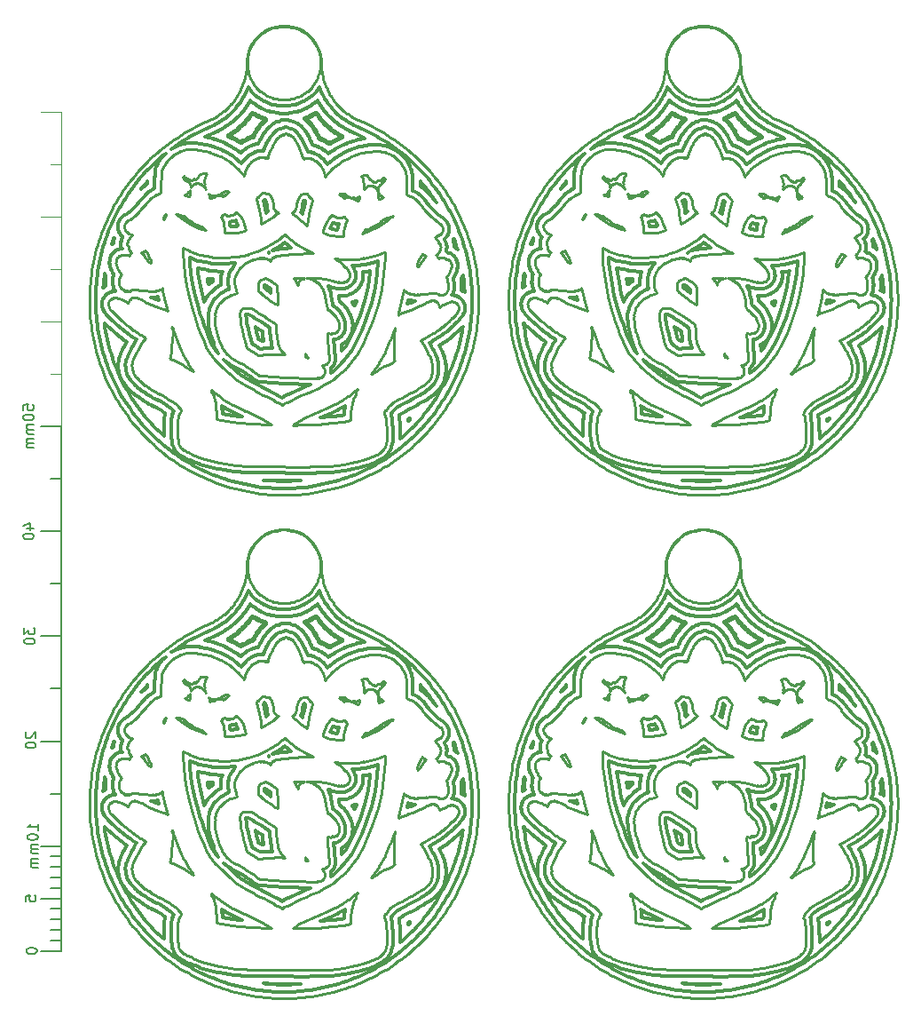
<source format=gbo>
%MOIN*%
%OFA0B0*%
%FSLAX46Y46*%
%IPPOS*%
%LPD*%
%ADD10C,0.00984251968503937*%
%ADD11C,0.011811023622047244*%
%ADD12C,0.013779527559055118*%
%ADD13C,0.015748031496062992*%
%ADD14C,0.0047244094488188976*%
%ADD15C,0.005905511811023622*%
%ADD16C,0.00984251968503937*%
%ADD17C,0.011811023622047244*%
%ADD18C,0.013779527559055118*%
%ADD19C,0.015748031496062992*%
%ADD20C,0.00984251968503937*%
%ADD21C,0.011811023622047244*%
%ADD22C,0.013779527559055118*%
%ADD23C,0.015748031496062992*%
%ADD24C,0.00984251968503937*%
%ADD25C,0.011811023622047244*%
%ADD26C,0.013779527559055118*%
%ADD27C,0.015748031496062992*%
G04 next file*
D10*
X0001072900Y0000137200D02*
X0001088900Y0000137600D01*
X0001105000Y0000138300D01*
X0001121000Y0000139300D01*
X0001137000Y0000140700D01*
X0001153000Y0000142500D01*
X0001169000Y0000144600D01*
X0001184800Y0000147100D01*
X0001200600Y0000149900D01*
X0001216400Y0000153000D01*
X0001232100Y0000156500D01*
X0001247700Y0000160400D01*
X0001263199Y0000164600D01*
X0001278600Y0000169100D01*
X0001293900Y0000173999D01*
X0001309100Y0000179199D01*
X0001324199Y0000184700D01*
X0001339200Y0000190599D01*
X0001354000Y0000196800D01*
X0001368700Y0000203300D01*
X0001383200Y0000210100D01*
X0001397599Y0000217300D01*
X0001411800Y0000224800D01*
X0001425900Y0000232500D01*
X0001439799Y0000240600D01*
X0001453500Y0000249000D01*
X0001467000Y0000257699D01*
X0001480300Y0000266700D01*
X0001493400Y0000276000D01*
X0001506300Y0000285600D01*
X0001518999Y0000295400D01*
X0001531500Y0000305500D01*
X0001543800Y0000315899D01*
X0001555800Y0000326599D01*
X0001567600Y0000337500D01*
X0001579100Y0000348700D01*
X0001590400Y0000360099D01*
X0001601400Y0000371800D01*
X0001612200Y0000383700D01*
X0001622700Y0000395800D01*
X0001633000Y0000408200D01*
X0001642900Y0000420800D01*
X0001652600Y0000433700D01*
X0001662000Y0000446700D01*
X0001671200Y0000459900D01*
X0001680000Y0000473300D01*
X0001688500Y0000486900D01*
X0001696800Y0000500800D01*
X0001704700Y0000514700D01*
X0001712300Y0000528900D01*
X0001719600Y0000543200D01*
X0001726600Y0000557700D01*
X0001733200Y0000572300D01*
X0001739600Y0000587000D01*
X0001745600Y0000601900D01*
X0001751299Y0000617000D01*
X0001756600Y0000632099D01*
X0001761600Y0000647399D01*
X0001766300Y0000662800D01*
X0001770700Y0000678200D01*
X0001774700Y0000693800D01*
X0001778300Y0000709400D01*
X0001781600Y0000725200D01*
X0001784600Y0000740999D01*
X0001787200Y0000756800D01*
X0001789500Y0000772700D01*
X0001791400Y0000788700D01*
X0001793000Y0000804700D01*
X0001794200Y0000820700D01*
X0001795100Y0000836700D01*
X0001795600Y0000852800D01*
X0001795700Y0000868900D01*
X0001795500Y0000884900D01*
X0001795000Y0000901000D01*
X0001794099Y0000917000D01*
X0001792800Y0000933000D01*
X0001791200Y0000949000D01*
X0001789300Y0000965000D01*
X0001787000Y0000980900D01*
X0001784300Y0000996700D01*
X0001781299Y0001012500D01*
X0001778000Y0001028200D01*
X0001774300Y0001043800D01*
X0001770200Y0001059400D01*
X0001765900Y0001074900D01*
X0001761200Y0001090200D01*
X0001756100Y0001105500D01*
X0001750700Y0001120600D01*
X0001745000Y0001135600D01*
X0001738900Y0001150500D01*
X0001732600Y0001165300D01*
X0001725900Y0001179900D01*
X0001718900Y0001194300D01*
X0001711500Y0001208600D01*
X0001703900Y0001222800D01*
X0001695900Y0001236700D01*
X0001687700Y0001250500D01*
X0001679099Y0001264100D01*
X0001670300Y0001277500D01*
X0001661099Y0001290700D01*
X0001651700Y0001303700D01*
X0001642000Y0001316500D01*
X0001632000Y0001329100D01*
X0001621700Y0001341500D01*
X0001611200Y0001353600D01*
X0001600299Y0001365500D01*
X0001589300Y0001377100D01*
X0001578000Y0001388500D01*
X0001566400Y0001399700D01*
X0001554600Y0001410600D01*
X0001542500Y0001421199D01*
X0001530300Y0001431600D01*
X0001517800Y0001441700D01*
X0001505000Y0001451500D01*
X0001492100Y0001461000D01*
X0001479000Y0001470300D01*
X0001465600Y0001479300D01*
X0001452100Y0001487900D01*
X0001438400Y0001496300D01*
X0001424500Y0001504300D01*
X0001410400Y0001512100D01*
X0001396200Y0001519500D01*
X0001381800Y0001526700D01*
X0001367199Y0001533500D01*
X0001352300Y0001540000D01*
X0001352300Y0001540100D01*
X0001352200Y0001540100D01*
X0001336599Y0001547000D01*
X0001335200Y0001547700D01*
X0001320200Y0001555900D01*
X0001318900Y0001556700D01*
X0001304600Y0001566100D01*
X0001303300Y0001566999D01*
X0001289800Y0001577400D01*
X0001288599Y0001578400D01*
X0001275900Y0001589900D01*
X0001274800Y0001591000D01*
X0001263100Y0001603500D01*
X0001262100Y0001604700D01*
X0001251400Y0001618000D01*
X0001250500Y0001619300D01*
X0001240900Y0001633400D01*
X0001240100Y0001634700D01*
X0001231700Y0001649600D01*
X0001231000Y0001651000D01*
X0001223700Y0001666499D01*
X0001223100Y0001667900D01*
X0001217200Y0001683900D01*
X0001216700Y0001685400D01*
X0001212000Y0001701900D01*
X0001211600Y0001703400D01*
X0001208300Y0001720100D01*
X0001208000Y0001721699D01*
X0001206000Y0001738600D01*
X0001205900Y0001740200D01*
X0001205200Y0001757200D01*
X0001204400Y0001772700D01*
X0001202100Y0001787200D01*
X0001198300Y0001801400D01*
X0001193000Y0001815100D01*
X0001186300Y0001828200D01*
X0001178300Y0001840500D01*
X0001169100Y0001851900D01*
X0001158700Y0001862300D01*
X0001147300Y0001871500D01*
X0001135000Y0001879499D01*
X0001121900Y0001886200D01*
X0001108200Y0001891499D01*
X0001094000Y0001895300D01*
X0001079500Y0001897600D01*
X0001064800Y0001898300D01*
X0001050200Y0001897600D01*
X0001035700Y0001895300D01*
X0001021500Y0001891499D01*
X0001007800Y0001886200D01*
X0000994700Y0001879499D01*
X0000982400Y0001871500D01*
X0000971000Y0001862300D01*
X0000960600Y0001851900D01*
X0000951400Y0001840500D01*
X0000943400Y0001828200D01*
X0000936700Y0001815100D01*
X0000931400Y0001801400D01*
X0000927600Y0001787200D01*
X0000925300Y0001772700D01*
X0000924500Y0001757100D01*
X0000923800Y0001740200D01*
X0000923700Y0001738600D01*
X0000921700Y0001721699D01*
X0000921400Y0001720100D01*
X0000918100Y0001703400D01*
X0000917700Y0001701900D01*
X0000913000Y0001685400D01*
X0000912500Y0001683900D01*
X0000906600Y0001667900D01*
X0000906000Y0001666499D01*
X0000898700Y0001651000D01*
X0000898000Y0001649600D01*
X0000889600Y0001634700D01*
X0000888800Y0001633400D01*
X0000879200Y0001619300D01*
X0000878300Y0001618000D01*
X0000867600Y0001604700D01*
X0000866600Y0001603500D01*
X0000854900Y0001591000D01*
X0000853800Y0001589900D01*
X0000841100Y0001578400D01*
X0000839900Y0001577400D01*
X0000826400Y0001566999D01*
X0000825100Y0001566100D01*
X0000810800Y0001556700D01*
X0000809500Y0001555900D01*
X0000794500Y0001547700D01*
X0000793100Y0001547000D01*
X0000777499Y0001540100D01*
X0000777399Y0001540000D01*
X0000762499Y0001533500D01*
X0000747900Y0001526700D01*
X0000733500Y0001519500D01*
X0000719300Y0001512100D01*
X0000705200Y0001504300D01*
X0000691300Y0001496300D01*
X0000677599Y0001487900D01*
X0000664100Y0001479300D01*
X0000650700Y0001470300D01*
X0000637600Y0001461000D01*
X0000624700Y0001451500D01*
X0000611900Y0001441700D01*
X0000599400Y0001431600D01*
X0000587200Y0001421199D01*
X0000575100Y0001410600D01*
X0000563300Y0001399700D01*
X0000551700Y0001388500D01*
X0000540400Y0001377100D01*
X0000529400Y0001365500D01*
X0000518499Y0001353600D01*
X0000508000Y0001341500D01*
X0000497700Y0001329100D01*
X0000487700Y0001316500D01*
X0000478000Y0001303700D01*
X0000468600Y0001290700D01*
X0000459400Y0001277500D01*
X0000450600Y0001264100D01*
X0000442000Y0001250500D01*
X0000433800Y0001236700D01*
X0000425800Y0001222800D01*
X0000418200Y0001208600D01*
X0000410800Y0001194300D01*
X0000403800Y0001179900D01*
X0000397100Y0001165300D01*
X0000390800Y0001150500D01*
X0000384700Y0001135600D01*
X0000379000Y0001120600D01*
X0000373599Y0001105500D01*
X0000368600Y0001090200D01*
X0000363800Y0001074900D01*
X0000359500Y0001059400D01*
X0000355399Y0001043800D01*
X0000351700Y0001028200D01*
X0000348400Y0001012500D01*
X0000345400Y0000996700D01*
X0000342700Y0000980900D01*
X0000340399Y0000965000D01*
X0000338500Y0000949000D01*
X0000336900Y0000933000D01*
X0000335599Y0000917000D01*
X0000334700Y0000901000D01*
X0000334199Y0000884900D01*
X0000333999Y0000868900D01*
X0000334099Y0000852800D01*
X0000334600Y0000836700D01*
X0000335499Y0000820700D01*
X0000336700Y0000804700D01*
X0000338300Y0000788700D01*
X0000340199Y0000772700D01*
X0000342500Y0000756800D01*
X0000345100Y0000740999D01*
X0000348100Y0000725200D01*
X0000351400Y0000709400D01*
X0000355000Y0000693800D01*
X0000359000Y0000678200D01*
X0000363400Y0000662800D01*
X0000368100Y0000647399D01*
X0000373100Y0000632099D01*
X0000378400Y0000617000D01*
X0000384100Y0000601900D01*
X0000390100Y0000587100D01*
X0000396500Y0000572300D01*
X0000403100Y0000557700D01*
X0000410100Y0000543200D01*
X0000417400Y0000528900D01*
X0000425000Y0000514700D01*
X0000433000Y0000500800D01*
X0000441200Y0000486900D01*
X0000449700Y0000473300D01*
X0000458500Y0000459900D01*
X0000467700Y0000446700D01*
X0000477100Y0000433600D01*
X0000486700Y0000420800D01*
X0000496700Y0000408200D01*
X0000507000Y0000395900D01*
X0000517499Y0000383700D01*
X0000528300Y0000371800D01*
X0000539300Y0000360099D01*
X0000550600Y0000348700D01*
X0000562100Y0000337500D01*
X0000573900Y0000326599D01*
X0000585900Y0000315899D01*
X0000598200Y0000305500D01*
X0000610700Y0000295400D01*
X0000623400Y0000285500D01*
X0000636300Y0000276000D01*
X0000649400Y0000266700D01*
X0000662700Y0000257699D01*
X0000676200Y0000249000D01*
X0000689899Y0000240600D01*
X0000703800Y0000232500D01*
X0000717900Y0000224800D01*
X0000732099Y0000217300D01*
X0000746500Y0000210100D01*
X0000761000Y0000203300D01*
X0000775700Y0000196800D01*
X0000790500Y0000190599D01*
X0000805500Y0000184700D01*
X0000820600Y0000179199D01*
X0000835800Y0000173999D01*
X0000851100Y0000169100D01*
X0000866500Y0000164600D01*
X0000882000Y0000160400D01*
X0000897600Y0000156500D01*
X0000913300Y0000153000D01*
X0000929100Y0000149900D01*
X0000944900Y0000147100D01*
X0000960800Y0000144600D01*
X0000976700Y0000142500D01*
X0000992600Y0000140700D01*
X0001008699Y0000139300D01*
X0001024700Y0000138300D01*
X0001040800Y0000137600D01*
X0001056800Y0000137200D01*
X0001072900Y0000137200D01*
X0001053200Y0001620300D02*
X0001051300Y0001620300D01*
X0001049400Y0001620600D01*
X0001034200Y0001623700D01*
X0001034200Y0001623700D01*
X0001026600Y0001625200D01*
X0001024700Y0001625600D01*
X0001022899Y0001626300D01*
X0001001400Y0001635200D01*
X0000999600Y0001636000D01*
X0000998000Y0001637000D01*
X0000978600Y0001649900D01*
X0000977100Y0001651100D01*
X0000975600Y0001652400D01*
X0000959200Y0001668800D01*
X0000957900Y0001670300D01*
X0000956700Y0001671800D01*
X0000943800Y0001691200D01*
X0000942800Y0001692800D01*
X0000942000Y0001694600D01*
X0000933100Y0001716100D01*
X0000932400Y0001717900D01*
X0000932000Y0001719800D01*
X0000927400Y0001742600D01*
X0000927100Y0001744500D01*
X0000927100Y0001746400D01*
X0000927100Y0001769699D01*
X0000927100Y0001771600D01*
X0000927400Y0001773500D01*
X0000932000Y0001796300D01*
X0000932400Y0001798200D01*
X0000933100Y0001800000D01*
X0000942000Y0001821500D01*
X0000942800Y0001823300D01*
X0000943800Y0001824899D01*
X0000956700Y0001844300D01*
X0000957900Y0001845800D01*
X0000959200Y0001847300D01*
X0000975600Y0001863700D01*
X0000977100Y0001865000D01*
X0000978600Y0001866200D01*
X0000998000Y0001879099D01*
X0000999600Y0001880100D01*
X0001001400Y0001880900D01*
X0001022899Y0001889800D01*
X0001024700Y0001890500D01*
X0001026600Y0001890899D01*
X0001034200Y0001892400D01*
X0001049400Y0001895500D01*
X0001051300Y0001895700D01*
X0001053200Y0001895800D01*
X0001076500Y0001895800D01*
X0001078400Y0001895700D01*
X0001080300Y0001895500D01*
X0001095500Y0001892400D01*
X0001103100Y0001890899D01*
X0001105000Y0001890500D01*
X0001106800Y0001889800D01*
X0001128300Y0001880900D01*
X0001130100Y0001880100D01*
X0001131700Y0001879099D01*
X0001151100Y0001866200D01*
X0001152600Y0001865000D01*
X0001154100Y0001863700D01*
X0001170500Y0001847300D01*
X0001171800Y0001845800D01*
X0001173000Y0001844300D01*
X0001185900Y0001824899D01*
X0001186900Y0001823300D01*
X0001187700Y0001821500D01*
X0001196600Y0001800000D01*
X0001197300Y0001798200D01*
X0001197700Y0001796300D01*
X0001202300Y0001773500D01*
X0001202500Y0001771600D01*
X0001202600Y0001769699D01*
X0001202600Y0001746400D01*
X0001202500Y0001744500D01*
X0001202300Y0001742600D01*
X0001197700Y0001719800D01*
X0001197300Y0001717900D01*
X0001196600Y0001716100D01*
X0001187700Y0001694600D01*
X0001186900Y0001692800D01*
X0001185900Y0001691200D01*
X0001173000Y0001671800D01*
X0001171800Y0001670300D01*
X0001170500Y0001668800D01*
X0001154100Y0001652400D01*
X0001152600Y0001651100D01*
X0001151100Y0001649900D01*
X0001131700Y0001637000D01*
X0001130100Y0001636000D01*
X0001128300Y0001635200D01*
X0001106800Y0001626300D01*
X0001105000Y0001625600D01*
X0001103100Y0001625200D01*
X0001095500Y0001623700D01*
X0001095500Y0001623700D01*
X0001080300Y0001620600D01*
X0001078400Y0001620300D01*
X0001076500Y0001620300D01*
X0001053200Y0001620300D01*
X0000557300Y0000902400D02*
X0000548300Y0000903200D01*
X0000526700Y0000905100D01*
X0000510800Y0000906400D01*
X0000499700Y0000906900D01*
X0000493100Y0000906900D01*
X0000492400Y0000906800D01*
X0000490600Y0000905600D01*
X0000488100Y0000904100D01*
X0000487000Y0000903500D01*
X0000485200Y0000902700D01*
X0000483300Y0000902100D01*
X0000479600Y0000901100D01*
X0000473700Y0000904100D01*
X0000473300Y0000904000D01*
X0000472900Y0000901600D01*
X0000472600Y0000901600D01*
X0000469600Y0000902300D01*
X0000466700Y0000903500D01*
X0000465600Y0000904000D01*
X0000464400Y0000904800D01*
X0000463600Y0000905000D01*
X0000460800Y0000906200D01*
X0000460400Y0000906400D01*
X0000456600Y0000910200D01*
X0000453400Y0000911000D01*
X0000451100Y0000914700D01*
X0000450200Y0000916200D01*
X0000449600Y0000917300D01*
X0000448400Y0000920200D01*
X0000446800Y0000925300D01*
X0000446100Y0000928300D01*
X0000445900Y0000929500D01*
X0000445700Y0000931200D01*
X0000445700Y0000932900D01*
X0000445900Y0000945500D01*
X0000446100Y0000948300D01*
X0000446300Y0000949500D01*
X0000447000Y0000952500D01*
X0000448200Y0000955300D01*
X0000448800Y0000956400D01*
X0000449200Y0000957300D01*
X0000453700Y0000965000D01*
X0000452500Y0000966400D01*
X0000451100Y0000968300D01*
X0000445000Y0000977600D01*
X0000443900Y0000979400D01*
X0000443400Y0000980500D01*
X0000443400Y0000980600D01*
X0000438600Y0000990000D01*
X0000438500Y0000990000D01*
X0000438500Y0000990200D01*
X0000437400Y0000992700D01*
X0000434700Y0001000699D01*
X0000433900Y0001004000D01*
X0000433700Y0001005200D01*
X0000433400Y0001007400D01*
X0000433500Y0001009600D01*
X0000433800Y0001014100D01*
X0000434000Y0001015900D01*
X0000434200Y0001017099D01*
X0000434900Y0001020100D01*
X0000436100Y0001022899D01*
X0000436600Y0001024000D01*
X0000438200Y0001026700D01*
X0000440300Y0001028999D01*
X0000441100Y0001029900D01*
X0000443400Y0001031800D01*
X0000445900Y0001033400D01*
X0000450000Y0001035500D01*
X0000450200Y0001035600D01*
X0000451300Y0001036200D01*
X0000454100Y0001037400D01*
X0000457100Y0001038100D01*
X0000458400Y0001038300D01*
X0000460200Y0001038500D01*
X0000462000Y0001038500D01*
X0000470800Y0001038300D01*
X0000473300Y0001038100D01*
X0000474500Y0001037900D01*
X0000476600Y0001037400D01*
X0000478500Y0001036800D01*
X0000484500Y0001034500D01*
X0000486300Y0001038500D01*
X0000486700Y0001039299D01*
X0000487200Y0001040400D01*
X0000488900Y0001043099D01*
X0000490900Y0001045400D01*
X0000491700Y0001046300D01*
X0000492700Y0001047099D01*
X0000492600Y0001047099D01*
X0000492200Y0001047400D01*
X0000490500Y0001048600D01*
X0000488900Y0001050000D01*
X0000488100Y0001050900D01*
X0000486900Y0001052100D01*
X0000481200Y0001058900D01*
X0000481700Y0001066200D01*
X0000480700Y0001067900D01*
X0000480500Y0001069900D01*
X0000476000Y0001075600D01*
X0000476700Y0001084100D01*
X0000476900Y0001085400D01*
X0000477100Y0001086700D01*
X0000477800Y0001089700D01*
X0000479000Y0001092500D01*
X0000479500Y0001093600D01*
X0000480900Y0001096000D01*
X0000488100Y0001106200D01*
X0000489300Y0001107700D01*
X0000490200Y0001108800D01*
X0000493900Y0001114400D01*
X0000493800Y0001114500D01*
X0000492000Y0001114800D01*
X0000490200Y0001115400D01*
X0000483200Y0001117900D01*
X0000480900Y0001118900D01*
X0000479800Y0001119500D01*
X0000477200Y0001121100D01*
X0000474800Y0001123100D01*
X0000474000Y0001124000D01*
X0000472200Y0001126000D01*
X0000469300Y0001129800D01*
X0000468300Y0001131300D01*
X0000467500Y0001132800D01*
X0000466900Y0001133900D01*
X0000465700Y0001136700D01*
X0000465000Y0001139700D01*
X0000464800Y0001140900D01*
X0000464600Y0001144000D01*
X0000464800Y0001147100D01*
X0000465000Y0001148300D01*
X0000465300Y0001149800D01*
X0000465400Y0001150200D01*
X0000465500Y0001150300D01*
X0000465800Y0001151400D01*
X0000466900Y0001154300D01*
X0000467500Y0001155300D01*
X0000469100Y0001157900D01*
X0000471100Y0001160300D01*
X0000472000Y0001161100D01*
X0000472300Y0001161400D01*
X0000472400Y0001161800D01*
X0000475900Y0001165300D01*
X0000477800Y0001166800D01*
X0000479700Y0001168100D01*
X0000486900Y0001172200D01*
X0000486900Y0001172200D01*
X0000492700Y0001175600D01*
X0000504399Y0001184400D01*
X0000517499Y0001196300D01*
X0000530100Y0001209600D01*
X0000541700Y0001224000D01*
X0000544000Y0001227100D01*
X0000545300Y0001228600D01*
X0000561800Y0001246700D01*
X0000562400Y0001247300D01*
X0000563300Y0001248200D01*
X0000565800Y0001250300D01*
X0000583100Y0001262600D01*
X0000585600Y0001264199D01*
X0000586700Y0001264700D01*
X0000589100Y0001265800D01*
X0000603200Y0001270700D01*
X0000603100Y0001299000D01*
X0000603100Y0001299100D01*
X0000603100Y0001308200D01*
X0000603100Y0001308700D01*
X0000603600Y0001329400D01*
X0000603700Y0001330999D01*
X0000605500Y0001346800D01*
X0000605600Y0001347800D01*
X0000605800Y0001348999D01*
X0000606200Y0001351000D01*
X0000609600Y0001363400D01*
X0000610200Y0001365400D01*
X0000611000Y0001367300D01*
X0000611600Y0001368400D01*
X0000611700Y0001368500D01*
X0000617100Y0001378900D01*
X0000618100Y0001380700D01*
X0000619300Y0001382300D01*
X0000627300Y0001391999D01*
X0000628600Y0001393400D01*
X0000629400Y0001394200D01*
X0000629900Y0001394700D01*
X0000640799Y0001405000D01*
X0000641900Y0001405900D01*
X0000648700Y0001411500D01*
X0000651300Y0001413200D01*
X0000670900Y0001424600D01*
X0000671800Y0001425100D01*
X0000672900Y0001425700D01*
X0000674799Y0001426500D01*
X0000676900Y0001427199D01*
X0000698499Y0001432800D01*
X0000700400Y0001433199D01*
X0000701599Y0001433399D01*
X0000704399Y0001433599D01*
X0000729299Y0001433999D01*
X0000731600Y0001433799D01*
X0000744800Y0001432400D01*
X0000745800Y0001432300D01*
X0000746999Y0001432100D01*
X0000748100Y0001431900D01*
X0000786499Y0001423600D01*
X0000789599Y0001422600D01*
X0000825200Y0001408500D01*
X0000826800Y0001407800D01*
X0000827900Y0001407200D01*
X0000829200Y0001406500D01*
X0000861500Y0001387000D01*
X0000864100Y0001385100D01*
X0000892900Y0001360500D01*
X0000894000Y0001359400D01*
X0000894900Y0001358600D01*
X0000896000Y0001357400D01*
X0000914500Y0001335500D01*
X0000917500Y0001346800D01*
X0000918600Y0001349800D01*
X0000925300Y0001364800D01*
X0000925700Y0001365600D01*
X0000926300Y0001366700D01*
X0000926600Y0001367300D01*
X0000929100Y0001371800D01*
X0000930200Y0001373500D01*
X0000931500Y0001375200D01*
X0000942800Y0001388200D01*
X0000943700Y0001389100D01*
X0000944600Y0001390000D01*
X0000946900Y0001391999D01*
X0000949500Y0001393600D01*
X0000950600Y0001394200D01*
X0000950700Y0001394200D01*
X0000965000Y0001401400D01*
X0000967800Y0001402600D01*
X0000970800Y0001403300D01*
X0000972000Y0001403500D01*
X0000973600Y0001403700D01*
X0000990400Y0001404900D01*
X0000993900Y0001402000D01*
X0000998100Y0001404100D01*
X0001004999Y0001402200D01*
X0001005800Y0001406900D01*
X0001006599Y0001409999D01*
X0001012200Y0001426500D01*
X0001012999Y0001428399D01*
X0001020899Y0001445399D01*
X0001021200Y0001445999D01*
X0001021800Y0001447100D01*
X0001022500Y0001448300D01*
X0001031700Y0001463700D01*
X0001033400Y0001466100D01*
X0001042800Y0001477600D01*
X0001044100Y0001479000D01*
X0001044999Y0001479900D01*
X0001045400Y0001480300D01*
X0001048900Y0001483600D01*
X0001050500Y0001484900D01*
X0001055600Y0001488900D01*
X0001059000Y0001488500D01*
X0001059700Y0001489100D01*
X0001062300Y0001490700D01*
X0001062800Y0001491000D01*
X0001064200Y0001488300D01*
X0001070100Y0001493600D01*
X0001073800Y0001493600D01*
X0001079400Y0001488399D01*
X0001080700Y0001491000D01*
X0001081100Y0001490800D01*
X0001083800Y0001489100D01*
X0001084700Y0001488399D01*
X0001088000Y0001488700D01*
X0001092600Y0001485100D01*
X0001094300Y0001483600D01*
X0001095200Y0001482700D01*
X0001095200Y0001482700D01*
X0001098200Y0001479700D01*
X0001100300Y0001477200D01*
X0001109900Y0001463700D01*
X0001111400Y0001461300D01*
X0001121200Y0001442100D01*
X0001121200Y0001442100D01*
X0001121800Y0001441000D01*
X0001122500Y0001439300D01*
X0001132100Y0001415300D01*
X0001132500Y0001414300D01*
X0001136700Y0001401500D01*
X0001137200Y0001400000D01*
X0001137500Y0001398600D01*
X0001144300Y0001400300D01*
X0001146100Y0001400700D01*
X0001147400Y0001400900D01*
X0001150100Y0001401100D01*
X0001152900Y0001401000D01*
X0001163300Y0001399700D01*
X0001163900Y0001399600D01*
X0001165100Y0001399400D01*
X0001168100Y0001398700D01*
X0001171000Y0001397500D01*
X0001172100Y0001396900D01*
X0001172400Y0001396799D01*
X0001183100Y0001391100D01*
X0001185200Y0001389800D01*
X0001187100Y0001388300D01*
X0001197200Y0001379100D01*
X0001197800Y0001378500D01*
X0001198700Y0001377600D01*
X0001200300Y0001375800D01*
X0001201600Y0001373900D01*
X0001211100Y0001358200D01*
X0001211800Y0001357000D01*
X0001212400Y0001355900D01*
X0001213200Y0001354100D01*
X0001213800Y0001352200D01*
X0001219000Y0001333600D01*
X0001219300Y0001332100D01*
X0001244000Y0001359600D01*
X0001244700Y0001360300D01*
X0001245600Y0001361199D01*
X0001247400Y0001362800D01*
X0001277100Y0001385999D01*
X0001279900Y0001387800D01*
X0001313600Y0001405900D01*
X0001314000Y0001406100D01*
X0001315100Y0001406600D01*
X0001317700Y0001407700D01*
X0001355399Y0001420400D01*
X0001357700Y0001421100D01*
X0001379300Y0001425500D01*
X0001380200Y0001425600D01*
X0001381400Y0001425800D01*
X0001383200Y0001426000D01*
X0001411900Y0001427900D01*
X0001414000Y0001426200D01*
X0001415999Y0001427700D01*
X0001441100Y0001424000D01*
X0001441300Y0001424000D01*
X0001442500Y0001423800D01*
X0001444900Y0001423200D01*
X0001447300Y0001422400D01*
X0001468800Y0001413100D01*
X0001469900Y0001412600D01*
X0001471000Y0001412000D01*
X0001472900Y0001411000D01*
X0001474600Y0001409700D01*
X0001492600Y0001394900D01*
X0001493999Y0001393600D01*
X0001494799Y0001392700D01*
X0001495800Y0001391700D01*
X0001503500Y0001382800D01*
X0001504900Y0001380900D01*
X0001513400Y0001368300D01*
X0001514600Y0001366200D01*
X0001515100Y0001365100D01*
X0001515900Y0001363400D01*
X0001521200Y0001350000D01*
X0001521800Y0001348100D01*
X0001522300Y0001346100D01*
X0001524999Y0001329999D01*
X0001525100Y0001329799D01*
X0001525300Y0001328600D01*
X0001525500Y0001326400D01*
X0001526400Y0001305599D01*
X0001526500Y0001304800D01*
X0001526500Y0001298400D01*
X0001526500Y0001298100D01*
X0001526300Y0001282599D01*
X0001526300Y0001282100D01*
X0001525800Y0001268400D01*
X0001525800Y0001267600D01*
X0001525400Y0001263000D01*
X0001537100Y0001258800D01*
X0001539300Y0001257800D01*
X0001540400Y0001257200D01*
X0001540800Y0001257000D01*
X0001554300Y0001249800D01*
X0001556300Y0001248600D01*
X0001558100Y0001247100D01*
X0001569200Y0001237200D01*
X0001570000Y0001236500D01*
X0001570800Y0001235600D01*
X0001572600Y0001233600D01*
X0001583500Y0001219300D01*
X0001584000Y0001218600D01*
X0001585000Y0001217200D01*
X0001595000Y0001204500D01*
X0001607000Y0001191300D01*
X0001619300Y0001179400D01*
X0001630900Y0001169500D01*
X0001639900Y0001163500D01*
X0001640600Y0001163200D01*
X0001642200Y0001162200D01*
X0001648800Y0001157700D01*
X0001649600Y0001154400D01*
X0001652300Y0001153000D01*
X0001654200Y0001152700D01*
X0001656900Y0001149300D01*
X0001658000Y0001147700D01*
X0001658900Y0001146000D01*
X0001659500Y0001145000D01*
X0001660600Y0001142100D01*
X0001661400Y0001139100D01*
X0001661600Y0001137900D01*
X0001661800Y0001135100D01*
X0001661700Y0001132400D01*
X0001661500Y0001131200D01*
X0001661400Y0001130500D01*
X0001661200Y0001129300D01*
X0001660499Y0001126200D01*
X0001659300Y0001123400D01*
X0001658700Y0001122300D01*
X0001657300Y0001119900D01*
X0001655600Y0001117800D01*
X0001651600Y0001113500D01*
X0001647100Y0001113000D01*
X0001645500Y0001112300D01*
X0001643000Y0001111700D01*
X0001639400Y0001106200D01*
X0001632400Y0001104700D01*
X0001638100Y0001097500D01*
X0001639900Y0001095600D01*
X0001641000Y0001094500D01*
X0001646600Y0001087800D01*
X0001646300Y0001082600D01*
X0001650800Y0001080100D01*
X0001652500Y0001075100D01*
X0001653200Y0001072100D01*
X0001653400Y0001070800D01*
X0001653600Y0001067800D01*
X0001653400Y0001064700D01*
X0001653200Y0001063400D01*
X0001652700Y0001061200D01*
X0001651200Y0001055900D01*
X0001650600Y0001054100D01*
X0001649800Y0001052300D01*
X0001649200Y0001051200D01*
X0001648499Y0001049900D01*
X0001646400Y0001046500D01*
X0001645100Y0001044500D01*
X0001643500Y0001042800D01*
X0001642699Y0001041900D01*
X0001640600Y0001040200D01*
X0001638400Y0001038700D01*
X0001636400Y0001037500D01*
X0001637100Y0001036899D01*
X0001639100Y0001034500D01*
X0001640700Y0001031900D01*
X0001641200Y0001030799D01*
X0001641800Y0001029600D01*
X0001644100Y0001024200D01*
X0001648299Y0001026100D01*
X0001650800Y0001026999D01*
X0001653500Y0001027600D01*
X0001654699Y0001027800D01*
X0001657500Y0001028100D01*
X0001665300Y0001028200D01*
X0001670700Y0001023200D01*
X0001672800Y0001022899D01*
X0001674500Y0001021800D01*
X0001681600Y0001021800D01*
X0001686300Y0001017300D01*
X0001686400Y0001017099D01*
X0001687300Y0001016300D01*
X0001689300Y0001013900D01*
X0001690899Y0001011300D01*
X0001691499Y0001010200D01*
X0001692700Y0001007300D01*
X0001693400Y0001004300D01*
X0001693600Y0001003100D01*
X0001693800Y0001001400D01*
X0001693800Y0000999700D01*
X0001693700Y0000993900D01*
X0001693500Y0000991200D01*
X0001693300Y0000990000D01*
X0001692900Y0000988000D01*
X0001692300Y0000986200D01*
X0001688700Y0000976700D01*
X0001687800Y0000974700D01*
X0001687300Y0000973600D01*
X0001686700Y0000972600D01*
X0001680500Y0000961800D01*
X0001678699Y0000959700D01*
X0001678899Y0000959500D01*
X0001674400Y0000953900D01*
X0001676100Y0000951200D01*
X0001676900Y0000949800D01*
X0001677500Y0000948700D01*
X0001678699Y0000945800D01*
X0001679400Y0000942800D01*
X0001679600Y0000941600D01*
X0001679600Y0000941500D01*
X0001681600Y0000928300D01*
X0001681800Y0000925100D01*
X0001681800Y0000921600D01*
X0001681700Y0000920600D01*
X0001681300Y0000913200D01*
X0001681100Y0000911300D01*
X0001680900Y0000910100D01*
X0001680500Y0000908200D01*
X0001679700Y0000905200D01*
X0001679299Y0000904900D01*
X0001679099Y0000904100D01*
X0001677900Y0000901300D01*
X0001677400Y0000900200D01*
X0001675700Y0000897500D01*
X0001673700Y0000895200D01*
X0001672899Y0000894300D01*
X0001670500Y0000892300D01*
X0001667900Y0000890700D01*
X0001666800Y0000890100D01*
X0001663900Y0000889000D01*
X0001660899Y0000888200D01*
X0001659700Y0000888000D01*
X0001656600Y0000887800D01*
X0001653900Y0000888000D01*
X0001653800Y0000888000D01*
X0001653200Y0000888100D01*
X0001653000Y0000888100D01*
X0001652400Y0000888200D01*
X0001649200Y0000889000D01*
X0001644700Y0000890500D01*
X0001643800Y0000890800D01*
X0001636699Y0000893600D01*
X0001633600Y0000894500D01*
X0001626800Y0000895200D01*
X0001613500Y0000894100D01*
X0001599700Y0000892400D01*
X0001599600Y0000892500D01*
X0001599500Y0000892400D01*
X0001581400Y0000890300D01*
X0001581100Y0000890500D01*
X0001580800Y0000890200D01*
X0001567500Y0000889100D01*
X0001566900Y0000889600D01*
X0001566300Y0000889000D01*
X0001556700Y0000888800D01*
X0001555500Y0000889800D01*
X0001554300Y0000888900D01*
X0001547200Y0000889600D01*
X0001546100Y0000889700D01*
X0001544900Y0000889900D01*
X0001542500Y0000890500D01*
X0001536900Y0000892100D01*
X0001533800Y0000893300D01*
X0001528600Y0000895800D01*
X0001528200Y0000896000D01*
X0001527100Y0000896500D01*
X0001525300Y0000897600D01*
X0001522100Y0000899700D01*
X0001520700Y0000900800D01*
X0001519300Y0000901900D01*
X0001514700Y0000906300D01*
X0001509500Y0000878800D01*
X0001509300Y0000878100D01*
X0001495900Y0000819600D01*
X0001495600Y0000818600D01*
X0001493900Y0000812600D01*
X0001494799Y0000813200D01*
X0001506900Y0000819700D01*
X0001507300Y0000819900D01*
X0001508400Y0000820400D01*
X0001510500Y0000821400D01*
X0001528900Y0000828100D01*
X0001529500Y0000828300D01*
X0001531900Y0000829099D01*
X0001549400Y0000835600D01*
X0001568100Y0000843600D01*
X0001584400Y0000851400D01*
X0001590400Y0000854500D01*
X0001590400Y0000854500D01*
X0001591500Y0000855100D01*
X0001592000Y0000855300D01*
X0001603100Y0000860600D01*
X0001604000Y0000861000D01*
X0001612000Y0000864300D01*
X0001613900Y0000865000D01*
X0001615700Y0000865500D01*
X0001619200Y0000866100D01*
X0001620000Y0000866300D01*
X0001621200Y0000866500D01*
X0001624299Y0000866700D01*
X0001627300Y0000866500D01*
X0001628500Y0000866300D01*
X0001631600Y0000865600D01*
X0001634400Y0000864400D01*
X0001635500Y0000863800D01*
X0001638100Y0000862200D01*
X0001640500Y0000860200D01*
X0001641400Y0000859300D01*
X0001643400Y0000857000D01*
X0001645000Y0000854300D01*
X0001645500Y0000853200D01*
X0001646700Y0000850400D01*
X0001647400Y0000847400D01*
X0001647600Y0000846200D01*
X0001647800Y0000845300D01*
X0001648100Y0000842700D01*
X0001662500Y0000850800D01*
X0001663200Y0000851100D01*
X0001664300Y0000851700D01*
X0001664600Y0000851800D01*
X0001677700Y0000858200D01*
X0001680100Y0000859200D01*
X0001688000Y0000861900D01*
X0001691200Y0000862700D01*
X0001692400Y0000862900D01*
X0001695500Y0000863100D01*
X0001698600Y0000862900D01*
X0001699800Y0000862700D01*
X0001702200Y0000862100D01*
X0001704500Y0000861300D01*
X0001707200Y0000860100D01*
X0001708300Y0000859600D01*
X0001709400Y0000859000D01*
X0001712100Y0000857400D01*
X0001714400Y0000855400D01*
X0001715299Y0000854600D01*
X0001717300Y0000852200D01*
X0001718900Y0000849600D01*
X0001719500Y0000848500D01*
X0001720600Y0000845600D01*
X0001721400Y0000842600D01*
X0001721600Y0000841400D01*
X0001721800Y0000838300D01*
X0001721600Y0000835200D01*
X0001721400Y0000834000D01*
X0001720600Y0000831000D01*
X0001719500Y0000828200D01*
X0001718900Y0000827100D01*
X0001718800Y0000826900D01*
X0001716800Y0000822999D01*
X0001715699Y0000821200D01*
X0001714400Y0000819500D01*
X0001708300Y0000812100D01*
X0001707400Y0000811100D01*
X0001698100Y0000801500D01*
X0001697900Y0000801300D01*
X0001697000Y0000800400D01*
X0001696699Y0000800100D01*
X0001685400Y0000789300D01*
X0001685000Y0000788900D01*
X0001672800Y0000777800D01*
X0001672300Y0000777399D01*
X0001660200Y0000767200D01*
X0001659500Y0000766600D01*
X0001648600Y0000758300D01*
X0001647800Y0000757700D01*
X0001642600Y0000754100D01*
X0001642000Y0000753700D01*
X0001627100Y0000744099D01*
X0001626600Y0000743800D01*
X0001609599Y0000733700D01*
X0001609100Y0000733400D01*
X0001592900Y0000724300D01*
X0001592400Y0000724100D01*
X0001578700Y0000716999D01*
X0001577600Y0000717199D01*
X0001577200Y0000716400D01*
X0001581500Y0000711200D01*
X0001581899Y0000710599D01*
X0001583600Y0000708400D01*
X0001584400Y0000707300D01*
X0001590400Y0000698100D01*
X0001590900Y0000697300D01*
X0001598100Y0000684800D01*
X0001598500Y0000684200D01*
X0001605800Y0000670700D01*
X0001606000Y0000670300D01*
X0001606500Y0000669200D01*
X0001606700Y0000668900D01*
X0001613600Y0000654700D01*
X0001614200Y0000653199D01*
X0001618700Y0000641700D01*
X0001619500Y0000638800D01*
X0001621799Y0000628500D01*
X0001622000Y0000627400D01*
X0001622200Y0000626200D01*
X0001622400Y0000624300D01*
X0001623100Y0000613000D01*
X0001623100Y0000611400D01*
X0001623000Y0000603300D01*
X0001622800Y0000600800D01*
X0001621500Y0000592000D01*
X0001618800Y0000589700D01*
X0001620100Y0000586500D01*
X0001617100Y0000578500D01*
X0001613700Y0000576800D01*
X0001614100Y0000573100D01*
X0001608700Y0000565500D01*
X0001606600Y0000563000D01*
X0001605700Y0000562200D01*
X0001605200Y0000561600D01*
X0001596700Y0000553800D01*
X0001594800Y0000552200D01*
X0001582700Y0000543700D01*
X0001581600Y0000542900D01*
X0001565300Y0000533000D01*
X0001564700Y0000532600D01*
X0001543600Y0000521000D01*
X0001543300Y0000520800D01*
X0001516900Y0000506700D01*
X0001516800Y0000506700D01*
X0001514800Y0000505600D01*
X0001492900Y0000493600D01*
X0001476700Y0000483900D01*
X0001465700Y0000476000D01*
X0001459700Y0000470400D01*
X0001455400Y0000464600D01*
X0001455400Y0000464400D01*
X0001455100Y0000464000D01*
X0001451200Y0000457800D01*
X0001450200Y0000456300D01*
X0001448200Y0000453800D01*
X0001446700Y0000453500D01*
X0001442600Y0000450000D01*
X0001442700Y0000449500D01*
X0001442400Y0000446400D01*
X0001442200Y0000445200D01*
X0001441500Y0000442200D01*
X0001440800Y0000440400D01*
X0001443500Y0000434900D01*
X0001445999Y0000433200D01*
X0001446800Y0000429200D01*
X0001445900Y0000427600D01*
X0001447200Y0000426400D01*
X0001448100Y0000417100D01*
X0001448200Y0000416700D01*
X0001449200Y0000403500D01*
X0001449200Y0000403200D01*
X0001450200Y0000387500D01*
X0001450300Y0000387299D01*
X0001450900Y0000374700D01*
X0001450900Y0000374100D01*
X0001451300Y0000354700D01*
X0001451300Y0000353000D01*
X0001450400Y0000338500D01*
X0001450200Y0000336700D01*
X0001450000Y0000335499D01*
X0001449600Y0000333800D01*
X0001447000Y0000323100D01*
X0001446300Y0000321000D01*
X0001445399Y0000318899D01*
X0001444800Y0000317900D01*
X0001444200Y0000316800D01*
X0001439500Y0000308800D01*
X0001438100Y0000306700D01*
X0001436500Y0000304900D01*
X0001435600Y0000304000D01*
X0001434800Y0000303300D01*
X0001427700Y0000296900D01*
X0001426200Y0000295700D01*
X0001424600Y0000294600D01*
X0001414700Y0000288700D01*
X0001413600Y0000288100D01*
X0001412500Y0000287600D01*
X0001412400Y0000287500D01*
X0001405200Y0000283900D01*
X0001403700Y0000283200D01*
X0001389800Y0000277700D01*
X0001389800Y0000277700D01*
X0001372900Y0000271000D01*
X0001370900Y0000270300D01*
X0001334100Y0000260000D01*
X0001332500Y0000259600D01*
X0001289800Y0000251300D01*
X0001288399Y0000252100D01*
X0001287399Y0000250900D01*
X0001239000Y0000244700D01*
X0001238500Y0000245100D01*
X0001238100Y0000244600D01*
X0001233200Y0000244200D01*
X0001232800Y0000244500D01*
X0001232500Y0000244200D01*
X0001218400Y0000243500D01*
X0001218200Y0000243700D01*
X0001218000Y0000243500D01*
X0001198600Y0000243100D01*
X0001198500Y0000243200D01*
X0001198400Y0000243100D01*
X0001174600Y0000242800D01*
X0001174500Y0000242800D01*
X0001174400Y0000242800D01*
X0001147200Y0000242600D01*
X0001147200Y0000242700D01*
X0001147100Y0000242600D01*
X0001117400Y0000242600D01*
X0001117300Y0000242700D01*
X0001117300Y0000242600D01*
X0001085900Y0000242700D01*
X0001085800Y0000242700D01*
X0001053800Y0000243000D01*
X0001053700Y0000243000D01*
X0001021800Y0000243400D01*
X0001021700Y0000243400D01*
X0000991000Y0000243900D01*
X0000990900Y0000243900D01*
X0000962200Y0000244400D01*
X0000962100Y0000244500D01*
X0000936300Y0000245100D01*
X0000936200Y0000245100D01*
X0000914300Y0000245900D01*
X0000914000Y0000245900D01*
X0000896900Y0000246800D01*
X0000896300Y0000246800D01*
X0000884900Y0000247700D01*
X0000884300Y0000247800D01*
X0000884200Y0000247800D01*
X0000883400Y0000247900D01*
X0000825200Y0000257000D01*
X0000825100Y0000257000D01*
X0000823900Y0000257199D01*
X0000822200Y0000257500D01*
X0000768900Y0000270700D01*
X0000767600Y0000271100D01*
X0000756499Y0000274700D01*
X0000755700Y0000275000D01*
X0000738600Y0000281400D01*
X0000737899Y0000281700D01*
X0000721000Y0000288800D01*
X0000720199Y0000289100D01*
X0000704999Y0000296300D01*
X0000704300Y0000297700D01*
X0000702800Y0000297400D01*
X0000690800Y0000303900D01*
X0000688800Y0000305200D01*
X0000681500Y0000310400D01*
X0000679100Y0000312500D01*
X0000678200Y0000313400D01*
X0000676900Y0000314700D01*
X0000676400Y0000315400D01*
X0000676400Y0000315600D01*
X0000676000Y0000315999D01*
X0000674399Y0000318600D01*
X0000673999Y0000319400D01*
X0000672900Y0000322099D01*
X0000672500Y0000322300D01*
X0000669800Y0000329499D01*
X0000669300Y0000331299D01*
X0000668900Y0000333200D01*
X0000667000Y0000345100D01*
X0000667900Y0000346700D01*
X0000666600Y0000347899D01*
X0000665399Y0000363099D01*
X0000665299Y0000364200D01*
X0000664899Y0000381000D01*
X0000664899Y0000381900D01*
X0000665199Y0000398800D01*
X0000665199Y0000399800D01*
X0000666300Y0000415200D01*
X0000666500Y0000416800D01*
X0000668399Y0000429200D01*
X0000668399Y0000429300D01*
X0000668599Y0000430500D01*
X0000669400Y0000433800D01*
X0000672100Y0000441600D01*
X0000673100Y0000444200D01*
X0000673700Y0000445300D01*
X0000675300Y0000447900D01*
X0000677299Y0000450300D01*
X0000678200Y0000451100D01*
X0000679600Y0000452300D01*
X0000679300Y0000453100D01*
X0000679000Y0000454800D01*
X0000678800Y0000456100D01*
X0000678600Y0000458300D01*
X0000675700Y0000460700D01*
X0000674099Y0000462100D01*
X0000673200Y0000463000D01*
X0000672500Y0000463700D01*
X0000665499Y0000471500D01*
X0000663800Y0000473200D01*
X0000656199Y0000479400D01*
X0000645200Y0000487400D01*
X0000632600Y0000496000D01*
X0000619900Y0000504100D01*
X0000608600Y0000510900D01*
X0000602000Y0000514399D01*
X0000598300Y0000515599D01*
X0000594700Y0000516800D01*
X0000591800Y0000518000D01*
X0000590700Y0000518599D01*
X0000590500Y0000518700D01*
X0000582100Y0000523100D01*
X0000581000Y0000523700D01*
X0000569900Y0000530500D01*
X0000569300Y0000530900D01*
X0000556900Y0000539100D01*
X0000556400Y0000539400D01*
X0000544000Y0000548100D01*
X0000543400Y0000548500D01*
X0000532500Y0000556700D01*
X0000531600Y0000557500D01*
X0000523499Y0000564300D01*
X0000522400Y0000565400D01*
X0000521499Y0000566200D01*
X0000521200Y0000566500D01*
X0000512000Y0000576200D01*
X0000509900Y0000578700D01*
X0000500800Y0000592100D01*
X0000499500Y0000594300D01*
X0000498900Y0000595400D01*
X0000498100Y0000597100D01*
X0000497500Y0000599000D01*
X0000494000Y0000611500D01*
X0000496500Y0000616400D01*
X0000493300Y0000620700D01*
X0000495000Y0000633300D01*
X0000495100Y0000633700D01*
X0000495300Y0000634899D01*
X0000495700Y0000637000D01*
X0000496400Y0000639000D01*
X0000499200Y0000646200D01*
X0000499700Y0000647299D01*
X0000505499Y0000659900D01*
X0000505800Y0000660400D01*
X0000513200Y0000675000D01*
X0000513200Y0000675100D01*
X0000513800Y0000676200D01*
X0000513900Y0000676600D01*
X0000521800Y0000691200D01*
X0000522000Y0000691700D01*
X0000529300Y0000704200D01*
X0000529900Y0000705200D01*
X0000535400Y0000713699D01*
X0000536200Y0000714800D01*
X0000541900Y0000722300D01*
X0000543700Y0000724200D01*
X0000544500Y0000725100D01*
X0000545600Y0000725999D01*
X0000539900Y0000729500D01*
X0000539600Y0000729700D01*
X0000526900Y0000737800D01*
X0000526800Y0000737899D01*
X0000512300Y0000747299D01*
X0000511800Y0000747600D01*
X0000500600Y0000755400D01*
X0000500000Y0000755900D01*
X0000485500Y0000766800D01*
X0000485000Y0000767200D01*
X0000469900Y0000779200D01*
X0000469600Y0000779600D01*
X0000454700Y0000792100D01*
X0000454400Y0000792400D01*
X0000440600Y0000804600D01*
X0000440200Y0000805000D01*
X0000428400Y0000816100D01*
X0000428000Y0000816500D01*
X0000427100Y0000817400D01*
X0000426900Y0000817600D01*
X0000417900Y0000826900D01*
X0000416700Y0000828200D01*
X0000411200Y0000835000D01*
X0000409999Y0000836600D01*
X0000409000Y0000838400D01*
X0000408499Y0000839500D01*
X0000407700Y0000841200D01*
X0000407100Y0000843000D01*
X0000406100Y0000846400D01*
X0000405600Y0000848800D01*
X0000405400Y0000850000D01*
X0000405100Y0000853100D01*
X0000405400Y0000856200D01*
X0000405600Y0000857400D01*
X0000406300Y0000860400D01*
X0000407500Y0000863200D01*
X0000408000Y0000864300D01*
X0000409700Y0000867000D01*
X0000411700Y0000869300D01*
X0000412500Y0000870200D01*
X0000414900Y0000872200D01*
X0000417500Y0000873800D01*
X0000418600Y0000874400D01*
X0000420600Y0000875200D01*
X0000422600Y0000875900D01*
X0000424100Y0000876300D01*
X0000426000Y0000876700D01*
X0000427200Y0000876900D01*
X0000430300Y0000877100D01*
X0000433400Y0000876900D01*
X0000434600Y0000876700D01*
X0000435500Y0000876500D01*
X0000442100Y0000875100D01*
X0000444800Y0000874400D01*
X0000454700Y0000870800D01*
X0000456000Y0000870300D01*
X0000467600Y0000865100D01*
X0000468500Y0000864700D01*
X0000469600Y0000864100D01*
X0000469700Y0000864100D01*
X0000479800Y0000858900D01*
X0000480500Y0000861500D01*
X0000481700Y0000862300D01*
X0000481800Y0000862800D01*
X0000483000Y0000865600D01*
X0000483600Y0000866700D01*
X0000485200Y0000869400D01*
X0000487200Y0000871700D01*
X0000488100Y0000872600D01*
X0000490400Y0000874600D01*
X0000493000Y0000876200D01*
X0000494100Y0000876800D01*
X0000497000Y0000877900D01*
X0000500000Y0000878700D01*
X0000500600Y0000878700D01*
X0000500800Y0000877500D01*
X0000502299Y0000879000D01*
X0000503200Y0000879100D01*
X0000506399Y0000876400D01*
X0000506700Y0000878700D01*
X0000507600Y0000878600D01*
X0000510600Y0000877900D01*
X0000511700Y0000877400D01*
X0000512300Y0000877700D01*
X0000517900Y0000875600D01*
X0000519700Y0000874900D01*
X0000529100Y0000870300D01*
X0000529400Y0000870200D01*
X0000530500Y0000869600D01*
X0000531000Y0000869300D01*
X0000542600Y0000863000D01*
X0000542800Y0000862900D01*
X0000543400Y0000862600D01*
X0000558100Y0000855100D01*
X0000575900Y0000847400D01*
X0000592600Y0000841400D01*
X0000611700Y0000834700D01*
X0000614100Y0000833700D01*
X0000615200Y0000833100D01*
X0000615200Y0000833100D01*
X0000628800Y0000826099D01*
X0000619400Y0000860300D01*
X0000619200Y0000861100D01*
X0000609500Y0000903500D01*
X0000609300Y0000904500D01*
X0000607800Y0000913000D01*
X0000607300Y0000912600D01*
X0000599600Y0000908000D01*
X0000596400Y0000908600D01*
X0000594800Y0000905700D01*
X0000587900Y0000903300D01*
X0000584300Y0000904900D01*
X0000581500Y0000902100D01*
X0000572900Y0000901500D01*
X0000571700Y0000902600D01*
X0000570400Y0000901500D01*
X0000557700Y0000902400D01*
X0000557300Y0000902400D01*
X0000715100Y0001289800D02*
X0000715700Y0001291400D01*
X0000716400Y0001292900D01*
X0000716999Y0001293999D01*
X0000718600Y0001296600D01*
X0000720600Y0001299000D01*
X0000721400Y0001299799D01*
X0000723800Y0001301800D01*
X0000726400Y0001303500D01*
X0000727500Y0001304000D01*
X0000730400Y0001305200D01*
X0000733400Y0001305900D01*
X0000734600Y0001306100D01*
X0000737700Y0001306399D01*
X0000740800Y0001306300D01*
X0000743800Y0001306100D01*
X0000745000Y0001305900D01*
X0000748000Y0001305200D01*
X0000750900Y0001304000D01*
X0000752000Y0001303400D01*
X0000753499Y0001302600D01*
X0000755000Y0001301600D01*
X0000760500Y0001297300D01*
X0000762499Y0001295600D01*
X0000763400Y0001294700D01*
X0000765000Y0001293000D01*
X0000766900Y0001290500D01*
X0000765100Y0001300199D01*
X0000767300Y0001303900D01*
X0000764700Y0001307200D01*
X0000766200Y0001320300D01*
X0000766300Y0001321200D01*
X0000766500Y0001322400D01*
X0000767000Y0001324599D01*
X0000767800Y0001326800D01*
X0000772900Y0001339200D01*
X0000773500Y0001340700D01*
X0000774100Y0001341800D01*
X0000774499Y0001342500D01*
X0000773000Y0001342900D01*
X0000761300Y0001344300D01*
X0000753099Y0001342700D01*
X0000749900Y0001340700D01*
X0000746700Y0001335700D01*
X0000745800Y0001334000D01*
X0000744800Y0001333700D01*
X0000743000Y0001331100D01*
X0000742700Y0001330900D01*
X0000740400Y0001328900D01*
X0000738900Y0001327900D01*
X0000738399Y0001325900D01*
X0000733100Y0001322400D01*
X0000726299Y0001323400D01*
X0000725799Y0001323200D01*
X0000725300Y0001323100D01*
X0000720300Y0001318300D01*
X0000714300Y0001318199D01*
X0000710100Y0001321900D01*
X0000710000Y0001321900D01*
X0000706900Y0001322200D01*
X0000706900Y0001322200D01*
X0000702300Y0001324500D01*
X0000697900Y0001324500D01*
X0000694000Y0001328200D01*
X0000693800Y0001328500D01*
X0000692899Y0001329300D01*
X0000690900Y0001331700D01*
X0000689899Y0001333200D01*
X0000685800Y0001327900D01*
X0000690500Y0001322300D01*
X0000692599Y0001320500D01*
X0000696800Y0001317100D01*
X0000697100Y0001317000D01*
X0000700000Y0001315900D01*
X0000701100Y0001315300D01*
X0000703700Y0001313700D01*
X0000706000Y0001311700D01*
X0000706900Y0001310800D01*
X0000708700Y0001308800D01*
X0000710499Y0001306399D01*
X0000711500Y0001304900D01*
X0000712400Y0001303400D01*
X0000712900Y0001302300D01*
X0000714099Y0001299500D01*
X0000714800Y0001296400D01*
X0000715000Y0001295200D01*
X0000715300Y0001292200D01*
X0000715100Y0001289800D01*
X0001420600Y0001248900D02*
X0001424500Y0001249100D01*
X0001432400Y0001250900D01*
X0001436200Y0001253100D01*
X0001437600Y0001254700D01*
X0001432100Y0001257400D01*
X0001432000Y0001257400D01*
X0001430900Y0001258000D01*
X0001428300Y0001259600D01*
X0001425900Y0001261600D01*
X0001425100Y0001262500D01*
X0001424000Y0001263599D01*
X0001423500Y0001264300D01*
X0001422100Y0001266100D01*
X0001420900Y0001268100D01*
X0001420300Y0001269200D01*
X0001419100Y0001272100D01*
X0001418400Y0001275100D01*
X0001418200Y0001276300D01*
X0001418100Y0001277200D01*
X0001417700Y0001280800D01*
X0001417600Y0001283000D01*
X0001417600Y0001283000D01*
X0001417800Y0001286000D01*
X0001418000Y0001287300D01*
X0001418700Y0001290300D01*
X0001419900Y0001293100D01*
X0001420500Y0001294199D01*
X0001421700Y0001296300D01*
X0001425400Y0001301700D01*
X0001428399Y0001302400D01*
X0001428700Y0001305500D01*
X0001437000Y0001313700D01*
X0001440199Y0001316900D01*
X0001444000Y0001322200D01*
X0001443500Y0001323700D01*
X0001443300Y0001323999D01*
X0001438700Y0001328200D01*
X0001437500Y0001326400D01*
X0001435500Y0001323999D01*
X0001434700Y0001323100D01*
X0001434600Y0001323100D01*
X0001429300Y0001317900D01*
X0001421900Y0001317900D01*
X0001419400Y0001316300D01*
X0001416400Y0001316100D01*
X0001410500Y0001311599D01*
X0001404700Y0001312399D01*
X0001404400Y0001312399D01*
X0001403100Y0001312599D01*
X0001400100Y0001313400D01*
X0001397300Y0001314500D01*
X0001396200Y0001315100D01*
X0001393600Y0001316700D01*
X0001391199Y0001318700D01*
X0001390300Y0001319600D01*
X0001388500Y0001321800D01*
X0001383200Y0001328800D01*
X0001382600Y0001329799D01*
X0001378599Y0001334800D01*
X0001374800Y0001336500D01*
X0001366100Y0001337199D01*
X0001355599Y0001335300D01*
X0001355800Y0001335000D01*
X0001360199Y0001325800D01*
X0001360599Y0001324700D01*
X0001362300Y0001320600D01*
X0001362900Y0001318999D01*
X0001363300Y0001317200D01*
X0001366399Y0001302300D01*
X0001363500Y0001297100D01*
X0001366399Y0001291900D01*
X0001365000Y0001284900D01*
X0001367199Y0001287399D01*
X0001367900Y0001288100D01*
X0001368700Y0001288900D01*
X0001371100Y0001290900D01*
X0001373700Y0001292500D01*
X0001374800Y0001293100D01*
X0001375600Y0001293500D01*
X0001382100Y0001296400D01*
X0001384500Y0001297300D01*
X0001387100Y0001297900D01*
X0001388300Y0001298100D01*
X0001391399Y0001298300D01*
X0001394400Y0001298100D01*
X0001395700Y0001297900D01*
X0001398700Y0001297200D01*
X0001401500Y0001296000D01*
X0001402600Y0001295400D01*
X0001404500Y0001294300D01*
X0001406300Y0001293000D01*
X0001407600Y0001292000D01*
X0001408799Y0001290800D01*
X0001409700Y0001289900D01*
X0001411700Y0001287599D01*
X0001413300Y0001284900D01*
X0001413900Y0001283800D01*
X0001414700Y0001281999D01*
X0001415300Y0001280000D01*
X0001417000Y0001274000D01*
X0001417400Y0001272000D01*
X0001417600Y0001270800D01*
X0001417800Y0001268900D01*
X0001418400Y0001259200D01*
X0001418400Y0001258900D01*
X0001418800Y0001252000D01*
X0001419200Y0001250600D01*
X0001420500Y0001249000D01*
X0001420600Y0001248900D01*
X0000771399Y0001284700D02*
X0000771499Y0001285600D01*
X0000769900Y0001286700D01*
X0000771000Y0001285300D01*
X0000771399Y0001284700D01*
X0000705700Y0001258500D02*
X0000708800Y0001258800D01*
X0000710200Y0001259400D01*
X0000711300Y0001266800D01*
X0000711400Y0001270800D01*
X0000711500Y0001272600D01*
X0000712500Y0001281000D01*
X0000712600Y0001281399D01*
X0000712300Y0001280900D01*
X0000711600Y0001279500D01*
X0000709100Y0001275500D01*
X0000705500Y0001274500D01*
X0000703200Y0001272300D01*
X0000702400Y0001268500D01*
X0000696400Y0001264500D01*
X0000692999Y0001265000D01*
X0000692000Y0001263000D01*
X0000692399Y0001262600D01*
X0000697300Y0001259700D01*
X0000705700Y0001258500D01*
X0000785700Y0001252300D02*
X0000791300Y0001252500D01*
X0000802300Y0001255700D01*
X0000803900Y0001256300D01*
X0000805900Y0001257000D01*
X0000814700Y0001259400D01*
X0000816800Y0001259800D01*
X0000818000Y0001260000D01*
X0000820800Y0001260200D01*
X0000826600Y0001260300D01*
X0000830000Y0001260100D01*
X0000831200Y0001259900D01*
X0000833800Y0001259300D01*
X0000836300Y0001258400D01*
X0000837100Y0001258000D01*
X0000837900Y0001257600D01*
X0000837900Y0001257600D01*
X0000838400Y0001258300D01*
X0000839600Y0001259800D01*
X0000840800Y0001261200D01*
X0000841700Y0001262100D01*
X0000843600Y0001263799D01*
X0000853600Y0001271500D01*
X0000855100Y0001272500D01*
X0000856700Y0001273400D01*
X0000857800Y0001273900D01*
X0000858000Y0001274000D01*
X0000856400Y0001275000D01*
X0000850600Y0001276900D01*
X0000846200Y0001276800D01*
X0000838199Y0001273500D01*
X0000832300Y0001270300D01*
X0000832099Y0001270199D01*
X0000822300Y0001264900D01*
X0000821900Y0001264600D01*
X0000820800Y0001264100D01*
X0000819900Y0001263700D01*
X0000813800Y0001260900D01*
X0000810000Y0001262400D01*
X0000807200Y0001259200D01*
X0000803500Y0001258700D01*
X0000801500Y0001260200D01*
X0000801100Y0001260100D01*
X0000798000Y0001259900D01*
X0000795000Y0001260100D01*
X0000794800Y0001260200D01*
X0000792000Y0001261100D01*
X0000791000Y0001260700D01*
X0000788200Y0001262100D01*
X0000787900Y0001262200D01*
X0000786800Y0001262800D01*
X0000784600Y0001264100D01*
X0000782600Y0001265700D01*
X0000780499Y0001267500D01*
X0000783499Y0001259200D01*
X0000783900Y0001257700D01*
X0000784700Y0001254900D01*
X0000785700Y0001252300D01*
X0000979000Y0001154800D02*
X0000992300Y0001161900D01*
X0001023800Y0001182300D01*
X0001034500Y0001189800D01*
X0001034700Y0001190000D01*
X0001043500Y0001196000D01*
X0001041299Y0001198000D01*
X0001035800Y0001200200D01*
X0001032999Y0001205900D01*
X0001029800Y0001208900D01*
X0001029500Y0001209200D01*
X0001029500Y0001209200D01*
X0001025600Y0001212900D01*
X0001023800Y0001232000D01*
X0001022300Y0001241300D01*
X0001017800Y0001254300D01*
X0001012699Y0001262600D01*
X0001008100Y0001266500D01*
X0000999700Y0001268800D01*
X0000990300Y0001270300D01*
X0000984100Y0001270800D01*
X0000980100Y0001266900D01*
X0000978000Y0001264600D01*
X0000977600Y0001264300D01*
X0000976800Y0001263399D01*
X0000976100Y0001262800D01*
X0000970200Y0001257400D01*
X0000968100Y0001255700D01*
X0000965900Y0001254400D01*
X0000964800Y0001253800D01*
X0000963700Y0001253400D01*
X0000961100Y0001249800D01*
X0000961100Y0001249700D01*
X0000961700Y0001247700D01*
X0000961800Y0001247700D01*
X0000972700Y0001206200D01*
X0000973000Y0001204600D01*
X0000974700Y0001194700D01*
X0000974800Y0001194400D01*
X0000975000Y0001193100D01*
X0000975100Y0001192700D01*
X0000977500Y0001174700D01*
X0000977600Y0001173700D01*
X0000978900Y0001157400D01*
X0000978900Y0001156100D01*
X0000979000Y0001154800D01*
X0001153100Y0001149100D02*
X0001153300Y0001151200D01*
X0001153400Y0001151900D01*
X0001155600Y0001169100D01*
X0001155700Y0001169600D01*
X0001155900Y0001170900D01*
X0001156000Y0001171300D01*
X0001162400Y0001206500D01*
X0001162900Y0001208500D01*
X0001172700Y0001241900D01*
X0001171600Y0001242900D01*
X0001171600Y0001242900D01*
X0001171100Y0001243500D01*
X0001171100Y0001244300D01*
X0001168900Y0001247300D01*
X0001168600Y0001247900D01*
X0001167800Y0001249800D01*
X0001165700Y0001251100D01*
X0001163300Y0001253100D01*
X0001162500Y0001253900D01*
X0001161100Y0001255400D01*
X0001160000Y0001257000D01*
X0001156300Y0001262600D01*
X0001154300Y0001265100D01*
X0001151300Y0001266500D01*
X0001140100Y0001267700D01*
X0001138200Y0001267600D01*
X0001129700Y0001264700D01*
X0001123600Y0001259400D01*
X0001117700Y0001249200D01*
X0001112900Y0001231000D01*
X0001112600Y0001229400D01*
X0001112500Y0001229000D01*
X0001110800Y0001219900D01*
X0001110600Y0001219000D01*
X0001109300Y0001213200D01*
X0001108600Y0001210900D01*
X0001107600Y0001208700D01*
X0001107100Y0001207600D01*
X0001105500Y0001205000D01*
X0001104700Y0001203900D01*
X0001102600Y0001201500D01*
X0001101800Y0001200600D01*
X0001099400Y0001198600D01*
X0001096800Y0001197000D01*
X0001095700Y0001196400D01*
X0001094300Y0001195900D01*
X0001098300Y0001192500D01*
X0001098800Y0001192000D01*
X0001108200Y0001183500D01*
X0001130500Y0001164500D01*
X0001153100Y0001149100D01*
X0001343399Y0001242300D02*
X0001344000Y0001242400D01*
X0001346900Y0001251500D01*
X0001349100Y0001258800D01*
X0001349100Y0001258800D01*
X0001347400Y0001257300D01*
X0001345500Y0001256000D01*
X0001343600Y0001254800D01*
X0001342100Y0001253900D01*
X0001341100Y0001253400D01*
X0001339300Y0001252600D01*
X0001337399Y0001252000D01*
X0001333000Y0001250700D01*
X0001329100Y0001252600D01*
X0001328600Y0001252700D01*
X0001325600Y0001253400D01*
X0001324399Y0001253900D01*
X0001317999Y0001251300D01*
X0001312900Y0001253400D01*
X0001311100Y0001254100D01*
X0001310000Y0001254700D01*
X0001307200Y0001256400D01*
X0001299200Y0001262300D01*
X0001299200Y0001262300D01*
X0001296000Y0001264700D01*
X0001291300Y0001267000D01*
X0001285700Y0001267600D01*
X0001275599Y0001266100D01*
X0001272300Y0001264300D01*
X0001279300Y0001261200D01*
X0001280200Y0001260700D01*
X0001281300Y0001260200D01*
X0001283900Y0001258600D01*
X0001286300Y0001256600D01*
X0001287100Y0001255700D01*
X0001287700Y0001255100D01*
X0001290800Y0001251700D01*
X0001291600Y0001252100D01*
X0001292700Y0001252700D01*
X0001295500Y0001253800D01*
X0001298500Y0001254600D01*
X0001299700Y0001254800D01*
X0001302800Y0001255000D01*
X0001305900Y0001254800D01*
X0001307100Y0001254600D01*
X0001309600Y0001254000D01*
X0001310800Y0001253600D01*
X0001312599Y0001253000D01*
X0001318500Y0001250600D01*
X0001319100Y0001250400D01*
X0001327400Y0001246700D01*
X0001335800Y0001243500D01*
X0001343399Y0001242300D01*
X0000841100Y0001119600D02*
X0000867200Y0001120000D01*
X0000892600Y0001122500D01*
X0000913600Y0001126900D01*
X0000923000Y0001129900D01*
X0000919900Y0001140400D01*
X0000915200Y0001155400D01*
X0000911200Y0001166000D01*
X0000907600Y0001173400D01*
X0000903200Y0001180700D01*
X0000897400Y0001188400D01*
X0000889900Y0001194600D01*
X0000885500Y0001196100D01*
X0000883100Y0001195800D01*
X0000877000Y0001192000D01*
X0000871200Y0001186500D01*
X0000862100Y0001186700D01*
X0000861300Y0001184300D01*
X0000856300Y0001185900D01*
X0000852200Y0001184700D01*
X0000848800Y0001187100D01*
X0000843600Y0001187200D01*
X0000843600Y0001189800D01*
X0000840200Y0001190900D01*
X0000839900Y0001190500D01*
X0000838900Y0001189100D01*
X0000837700Y0001187900D01*
X0000836800Y0001187000D01*
X0000835900Y0001186100D01*
X0000829800Y0001180800D01*
X0000830000Y0001180500D01*
X0000832300Y0001174900D01*
X0000833100Y0001172900D01*
X0000837000Y0001159900D01*
X0000837500Y0001157800D01*
X0000840100Y0001144400D01*
X0000840100Y0001143900D01*
X0000840300Y0001142700D01*
X0000840500Y0001141600D01*
X0000841500Y0001131600D01*
X0000841600Y0001129300D01*
X0000841600Y0001123800D01*
X0000841300Y0001120900D01*
X0000841200Y0001119700D01*
X0000841100Y0001119600D01*
X0000771800Y0001129700D02*
X0000771599Y0001129900D01*
X0000771399Y0001130100D01*
X0000771100Y0001130300D01*
X0000762700Y0001138200D01*
X0000755700Y0001143600D01*
X0000752900Y0001145000D01*
X0000739100Y0001150000D01*
X0000736800Y0001151000D01*
X0000735700Y0001151600D01*
X0000735199Y0001151800D01*
X0000717900Y0001161300D01*
X0000715500Y0001162800D01*
X0000700000Y0001174400D01*
X0000699100Y0001175200D01*
X0000698499Y0001175700D01*
X0000687000Y0001182900D01*
X0000670600Y0001189200D01*
X0000665399Y0001190600D01*
X0000657800Y0001191800D01*
X0000680299Y0001175600D01*
X0000711900Y0001155600D01*
X0000745500Y0001139100D01*
X0000771800Y0001129700D01*
X0000613400Y0001169600D02*
X0000613800Y0001170500D01*
X0000614000Y0001171100D01*
X0000619300Y0001183600D01*
X0000619900Y0001184800D01*
X0000620400Y0001185900D01*
X0000622100Y0001188600D01*
X0000623000Y0001189700D01*
X0000622500Y0001189600D01*
X0000616600Y0001185300D01*
X0000613400Y0001180200D01*
X0000612000Y0001172200D01*
X0000612100Y0001171200D01*
X0000612400Y0001170800D01*
X0000613400Y0001169600D01*
X0001274200Y0001107000D02*
X0001289100Y0001107200D01*
X0001287300Y0001109600D01*
X0001289600Y0001127600D01*
X0001289700Y0001128100D01*
X0001289900Y0001129300D01*
X0001289900Y0001129500D01*
X0001290900Y0001135100D01*
X0001291000Y0001135600D01*
X0001291000Y0001135600D01*
X0001291200Y0001136700D01*
X0001295100Y0001152000D01*
X0001295700Y0001153900D01*
X0001300700Y0001167700D01*
X0001301200Y0001169000D01*
X0001302000Y0001170700D01*
X0001300199Y0001172400D01*
X0001299999Y0001172600D01*
X0001295300Y0001177100D01*
X0001295100Y0001177400D01*
X0001294199Y0001178200D01*
X0001293100Y0001179400D01*
X0001291400Y0001181400D01*
X0001289900Y0001180200D01*
X0001287900Y0001180500D01*
X0001282700Y0001178300D01*
X0001282199Y0001178200D01*
X0001279100Y0001178000D01*
X0001276100Y0001178200D01*
X0001274900Y0001178400D01*
X0001274300Y0001178600D01*
X0001270500Y0001176500D01*
X0001266100Y0001177500D01*
X0001263799Y0001178200D01*
X0001261500Y0001179100D01*
X0001260400Y0001179700D01*
X0001259900Y0001180000D01*
X0001252500Y0001184100D01*
X0001249900Y0001185400D01*
X0001245200Y0001186200D01*
X0001242200Y0001185300D01*
X0001235000Y0001179100D01*
X0001233600Y0001177500D01*
X0001224100Y0001162500D01*
X0001216900Y0001146400D01*
X0001212500Y0001130100D01*
X0001211700Y0001125400D01*
X0001211100Y0001122800D01*
X0001210600Y0001121300D01*
X0001238600Y0001112400D01*
X0001274200Y0001107000D01*
X0001358800Y0001118200D02*
X0001383400Y0001126700D01*
X0001419300Y0001145300D01*
X0001456900Y0001171100D01*
X0001459300Y0001173000D01*
X0001459900Y0001173400D01*
X0001469700Y0001180300D01*
X0001471100Y0001181200D01*
X0001474500Y0001183200D01*
X0001468600Y0001182600D01*
X0001452300Y0001178100D01*
X0001439300Y0001172000D01*
X0001428300Y0001163100D01*
X0001425600Y0001160700D01*
X0001423500Y0001159100D01*
X0001414999Y0001153300D01*
X0001413800Y0001152600D01*
X0001402799Y0001146200D01*
X0001401900Y0001145800D01*
X0001400800Y0001145200D01*
X0001400800Y0001145200D01*
X0001389200Y0001139400D01*
X0001388100Y0001138800D01*
X0001378100Y0001134500D01*
X0001375300Y0001133600D01*
X0001372399Y0001132800D01*
X0001369500Y0001130100D01*
X0001362700Y0001122600D01*
X0001358800Y0001118200D01*
X0001057800Y0000474800D02*
X0001062900Y0000478000D01*
X0001063100Y0000478100D01*
X0001064900Y0000479200D01*
X0001065800Y0000479700D01*
X0001075200Y0000484600D01*
X0001075500Y0000484800D01*
X0001076600Y0000485300D01*
X0001076900Y0000485500D01*
X0001090900Y0000492300D01*
X0001091200Y0000492400D01*
X0001108700Y0000500600D01*
X0001108900Y0000500700D01*
X0001128700Y0000509600D01*
X0001128900Y0000509700D01*
X0001149700Y0000518800D01*
X0001149700Y0000518800D01*
X0001165900Y0000525900D01*
X0001193500Y0000538600D01*
X0001215100Y0000549500D01*
X0001234000Y0000560400D01*
X0001250600Y0000571500D01*
X0001266100Y0000583600D01*
X0001281900Y0000597500D01*
X0001293599Y0000608900D01*
X0001318300Y0000636900D01*
X0001340400Y0000668299D01*
X0001360599Y0000703900D01*
X0001379799Y0000745300D01*
X0001398400Y0000792599D01*
X0001417200Y0000851200D01*
X0001430700Y0000908900D01*
X0001439300Y0000966700D01*
X0001443600Y0001028500D01*
X0001444300Y0001048900D01*
X0001443800Y0001048700D01*
X0001443100Y0001048400D01*
X0001416600Y0001038500D01*
X0001415399Y0001038100D01*
X0001391100Y0001030799D01*
X0001389600Y0001030500D01*
X0001365600Y0001025300D01*
X0001364200Y0001026100D01*
X0001363100Y0001024799D01*
X0001337300Y0001021099D01*
X0001336999Y0001021400D01*
X0001336599Y0001020999D01*
X0001332300Y0001020500D01*
X0001331500Y0001021200D01*
X0001330700Y0001020400D01*
X0001288100Y0001019400D01*
X0001286700Y0001020699D01*
X0001285300Y0001019600D01*
X0001256800Y0001023099D01*
X0001266100Y0001018300D01*
X0001268200Y0001016999D01*
X0001271200Y0001014999D01*
X0001272400Y0001014000D01*
X0001283800Y0001004699D01*
X0001285300Y0001003400D01*
X0001286200Y0001002500D01*
X0001286300Y0001002400D01*
X0001296100Y0000992400D01*
X0001297800Y0000990300D01*
X0001304600Y0000981100D01*
X0001306300Y0000978400D01*
X0001306900Y0000977300D01*
X0001307800Y0000975100D01*
X0001310400Y0000968200D01*
X0001311000Y0000966300D01*
X0001311400Y0000964400D01*
X0001311599Y0000963200D01*
X0001311799Y0000960200D01*
X0001311599Y0000957100D01*
X0001311400Y0000955900D01*
X0001310600Y0000952900D01*
X0001309500Y0000950000D01*
X0001308900Y0000948900D01*
X0001307300Y0000946300D01*
X0001305300Y0000943900D01*
X0001304400Y0000943100D01*
X0001304300Y0000942900D01*
X0001302900Y0000941600D01*
X0001302300Y0000941600D01*
X0001299100Y0000939200D01*
X0001298300Y0000938900D01*
X0001295500Y0000937700D01*
X0001292500Y0000937000D01*
X0001291300Y0000936800D01*
X0001290600Y0000936700D01*
X0001289300Y0000935300D01*
X0001283300Y0000934500D01*
X0001281399Y0000936000D01*
X0001279600Y0000934400D01*
X0001270800Y0000934900D01*
X0001269200Y0000936500D01*
X0001267300Y0000935400D01*
X0001258100Y0000937100D01*
X0001255100Y0000937900D01*
X0001247600Y0000940500D01*
X0001245900Y0000941200D01*
X0001244600Y0000941800D01*
X0001233600Y0000944900D01*
X0001217600Y0000947500D01*
X0001195200Y0000949400D01*
X0001168700Y0000950500D01*
X0001156100Y0000950500D01*
X0001157200Y0000950100D01*
X0001165800Y0000946900D01*
X0001167100Y0000946400D01*
X0001177300Y0000941800D01*
X0001178100Y0000941400D01*
X0001179200Y0000940900D01*
X0001180300Y0000940300D01*
X0001188100Y0000935600D01*
X0001190200Y0000934200D01*
X0001191800Y0000932800D01*
X0001191800Y0000932800D01*
X0001200300Y0000924600D01*
X0001200600Y0000924300D01*
X0001201500Y0000923500D01*
X0001203200Y0000921500D01*
X0001204700Y0000919200D01*
X0001211100Y0000907900D01*
X0001211500Y0000907100D01*
X0001212100Y0000906000D01*
X0001213300Y0000902900D01*
X0001218200Y0000887200D01*
X0001218700Y0000885000D01*
X0001222600Y0000863800D01*
X0001222700Y0000863500D01*
X0001225200Y0000848300D01*
X0001227800Y0000837100D01*
X0001229600Y0000832900D01*
X0001230100Y0000832200D01*
X0001233600Y0000829900D01*
X0001237900Y0000827400D01*
X0001239600Y0000826200D01*
X0001241300Y0000824800D01*
X0001254600Y0000812400D01*
X0001255200Y0000811900D01*
X0001256000Y0000811000D01*
X0001257900Y0000808900D01*
X0001259400Y0000806500D01*
X0001268000Y0000790700D01*
X0001267300Y0000787300D01*
X0001270199Y0000785500D01*
X0001271700Y0000780300D01*
X0001272200Y0000778000D01*
X0001272400Y0000776800D01*
X0001272600Y0000774700D01*
X0001272600Y0000772700D01*
X0001272200Y0000766500D01*
X0001272000Y0000764500D01*
X0001271800Y0000763300D01*
X0001271100Y0000760300D01*
X0001269900Y0000757500D01*
X0001269399Y0000756399D01*
X0001267800Y0000753700D01*
X0001265800Y0000751400D01*
X0001264900Y0000750499D01*
X0001262500Y0000748500D01*
X0001259900Y0000746900D01*
X0001258800Y0000746300D01*
X0001257800Y0000745900D01*
X0001252900Y0000743700D01*
X0001246800Y0000746000D01*
X0001241700Y0000742000D01*
X0001231400Y0000743000D01*
X0001230900Y0000743100D01*
X0001230000Y0000743200D01*
X0001228500Y0000742000D01*
X0001228200Y0000741700D01*
X0001229600Y0000711300D01*
X0001230500Y0000695899D01*
X0001231600Y0000680000D01*
X0001232700Y0000667200D01*
X0001233600Y0000659499D01*
X0001233700Y0000659299D01*
X0001233800Y0000658600D01*
X0001234700Y0000650600D01*
X0001234900Y0000647900D01*
X0001234600Y0000645200D01*
X0001234400Y0000643999D01*
X0001234100Y0000642200D01*
X0001233600Y0000640500D01*
X0001232500Y0000637500D01*
X0001231100Y0000636800D01*
X0001228000Y0000631699D01*
X0001227500Y0000631200D01*
X0001225100Y0000629200D01*
X0001222500Y0000627500D01*
X0001221400Y0000627000D01*
X0001220000Y0000626400D01*
X0001217900Y0000625100D01*
X0001216800Y0000624600D01*
X0001214000Y0000623400D01*
X0001211000Y0000622700D01*
X0001211000Y0000622700D01*
X0001210700Y0000624500D01*
X0001209000Y0000624100D01*
X0001207800Y0000623400D01*
X0001208300Y0000623000D01*
X0001209100Y0000622100D01*
X0001211100Y0000619800D01*
X0001212700Y0000617200D01*
X0001215500Y0000611700D01*
X0001215600Y0000611700D01*
X0001216100Y0000610600D01*
X0001217300Y0000607700D01*
X0001218000Y0000604700D01*
X0001218200Y0000603500D01*
X0001218500Y0000600400D01*
X0001218200Y0000597300D01*
X0001218000Y0000596100D01*
X0001217300Y0000593100D01*
X0001216100Y0000590200D01*
X0001215600Y0000589100D01*
X0001214500Y0000587400D01*
X0001213300Y0000585700D01*
X0001213100Y0000585400D01*
X0001211700Y0000583800D01*
X0001210800Y0000583000D01*
X0001208500Y0000581000D01*
X0001205800Y0000579300D01*
X0001204700Y0000578800D01*
X0001201900Y0000577600D01*
X0001199000Y0000576900D01*
X0001193800Y0000576000D01*
X0001192300Y0000577000D01*
X0001191800Y0000577000D01*
X0001191500Y0000577100D01*
X0001190000Y0000575600D01*
X0001178300Y0000575200D01*
X0001178000Y0000575600D01*
X0001177600Y0000575200D01*
X0001159600Y0000575400D01*
X0001159200Y0000575400D01*
X0001135000Y0000576000D01*
X0001134700Y0000576000D01*
X0001104400Y0000577100D01*
X0001104200Y0000577100D01*
X0001067900Y0000578700D01*
X0001067700Y0000578700D01*
X0001025500Y0000580800D01*
X0001025500Y0000580800D01*
X0000982100Y0000583000D01*
X0000980000Y0000583200D01*
X0000978800Y0000583400D01*
X0000975800Y0000584100D01*
X0000972900Y0000585300D01*
X0000971800Y0000585900D01*
X0000969400Y0000587300D01*
X0000947900Y0000602500D01*
X0000941000Y0000607200D01*
X0000926600Y0000616500D01*
X0000910300Y0000626600D01*
X0000894300Y0000636000D01*
X0000894300Y0000636000D01*
X0000878600Y0000645200D01*
X0000877700Y0000645700D01*
X0000863400Y0000655100D01*
X0000861600Y0000656399D01*
X0000851200Y0000665099D01*
X0000849800Y0000666300D01*
X0000849000Y0000667200D01*
X0000847800Y0000668399D01*
X0000840200Y0000677499D01*
X0000839100Y0000678900D01*
X0000838100Y0000680499D01*
X0000832099Y0000691100D01*
X0000831800Y0000691800D01*
X0000831200Y0000692899D01*
X0000830500Y0000694400D01*
X0000825100Y0000707699D01*
X0000824800Y0000708400D01*
X0000822999Y0000713200D01*
X0000822700Y0000714099D01*
X0000812400Y0000746800D01*
X0000811900Y0000748900D01*
X0000806300Y0000777000D01*
X0000806100Y0000777800D01*
X0000805900Y0000779000D01*
X0000805700Y0000781300D01*
X0000804700Y0000805000D01*
X0000807000Y0000807600D01*
X0000805200Y0000810600D01*
X0000808900Y0000830000D01*
X0000809600Y0000832700D01*
X0000810700Y0000835300D01*
X0000811200Y0000836400D01*
X0000811500Y0000836900D01*
X0000819800Y0000852100D01*
X0000821300Y0000854500D01*
X0000823100Y0000856600D01*
X0000824000Y0000857500D01*
X0000824300Y0000857800D01*
X0000839100Y0000871900D01*
X0000841100Y0000873500D01*
X0000843200Y0000874900D01*
X0000863300Y0000885900D01*
X0000863800Y0000886200D01*
X0000864900Y0000886800D01*
X0000867000Y0000887700D01*
X0000869200Y0000888400D01*
X0000889000Y0000893200D01*
X0000885700Y0000904500D01*
X0000885300Y0000905800D01*
X0000885200Y0000906200D01*
X0000881500Y0000919300D01*
X0000881100Y0000921200D01*
X0000879500Y0000930500D01*
X0000879500Y0000930700D01*
X0000879300Y0000931900D01*
X0000879100Y0000933800D01*
X0000879100Y0000935700D01*
X0000879300Y0000943400D01*
X0000879500Y0000945900D01*
X0000879700Y0000947100D01*
X0000880000Y0000948300D01*
X0000881800Y0000956800D01*
X0000882400Y0000958900D01*
X0000884500Y0000965000D01*
X0000885600Y0000967600D01*
X0000886100Y0000968700D01*
X0000887000Y0000970200D01*
X0000896900Y0000986300D01*
X0000898200Y0000988100D01*
X0000899700Y0000989800D01*
X0000900600Y0000990700D01*
X0000901800Y0000991800D01*
X0000917300Y0001004899D01*
X0000919200Y0001006300D01*
X0000921100Y0001007400D01*
X0000922200Y0001008000D01*
X0000922600Y0001008200D01*
X0000943200Y0001018100D01*
X0000945100Y0001018899D01*
X0000947000Y0001019500D01*
X0000972200Y0001025800D01*
X0000973900Y0001026100D01*
X0000975100Y0001026300D01*
X0000975200Y0001026300D01*
X0000975800Y0001026400D01*
X0000976800Y0001025700D01*
X0000977700Y0001026600D01*
X0000982600Y0001026899D01*
X0000983900Y0001025800D01*
X0000985500Y0001025400D01*
X0000986400Y0001024999D01*
X0000988700Y0001026400D01*
X0000993900Y0001025400D01*
X0000995900Y0001024899D01*
X0000997900Y0001024100D01*
X0001004400Y0001021300D01*
X0001005600Y0001020799D01*
X0001006699Y0001020200D01*
X0001007600Y0001019700D01*
X0001015900Y0001014899D01*
X0001016400Y0001017200D01*
X0001017600Y0001020000D01*
X0001018200Y0001021099D01*
X0001019800Y0001023800D01*
X0001021800Y0001026100D01*
X0001022700Y0001026999D01*
X0001024999Y0001028999D01*
X0001027700Y0001030600D01*
X0001028799Y0001031199D01*
X0001031700Y0001032400D01*
X0001033099Y0001032799D01*
X0001033400Y0001032700D01*
X0001035400Y0001033199D01*
X0001035800Y0001033300D01*
X0001036999Y0001033400D01*
X0001037300Y0001033700D01*
X0001044400Y0001034899D01*
X0001044800Y0001034600D01*
X0001045199Y0001034999D01*
X0001057000Y0001036400D01*
X0001057100Y0001036200D01*
X0001057300Y0001036400D01*
X0001072500Y0001038000D01*
X0001072600Y0001037900D01*
X0001072700Y0001038000D01*
X0001090200Y0001039600D01*
X0001090300Y0001039500D01*
X0001090300Y0001039600D01*
X0001108800Y0001041199D01*
X0001108900Y0001041099D01*
X0001108900Y0001041199D01*
X0001127100Y0001042600D01*
X0001127200Y0001042600D01*
X0001127300Y0001042600D01*
X0001143900Y0001043800D01*
X0001144100Y0001043700D01*
X0001144200Y0001043800D01*
X0001158100Y0001044600D01*
X0001158400Y0001044400D01*
X0001158600Y0001044600D01*
X0001168600Y0001044899D01*
X0001169000Y0001044500D01*
X0001169500Y0001044899D01*
X0001175800Y0001044800D01*
X0001176700Y0001044800D01*
X0001153500Y0001054400D01*
X0001152100Y0001055000D01*
X0001151000Y0001055600D01*
X0001150000Y0001056100D01*
X0001111900Y0001078400D01*
X0001109700Y0001079900D01*
X0001074900Y0001107200D01*
X0001074100Y0001107900D01*
X0001074100Y0001107900D01*
X0001067600Y0001113400D01*
X0001058000Y0001106200D01*
X0001048500Y0001099100D01*
X0001047700Y0001098500D01*
X0001021400Y0001081000D01*
X0001020300Y0001080300D01*
X0000993000Y0001064700D01*
X0000992200Y0001064300D01*
X0000991100Y0001063700D01*
X0000990500Y0001063400D01*
X0000965000Y0001051500D01*
X0000963000Y0001050700D01*
X0000931800Y0001039900D01*
X0000929500Y0001039299D01*
X0000887700Y0001030400D01*
X0000885600Y0001031600D01*
X0000883900Y0001029800D01*
X0000841500Y0001026700D01*
X0000840200Y0001027700D01*
X0000838900Y0001026600D01*
X0000796900Y0001029099D01*
X0000794900Y0001029300D01*
X0000793700Y0001029500D01*
X0000793000Y0001029600D01*
X0000752300Y0001037600D01*
X0000749600Y0001038300D01*
X0000710899Y0001051800D01*
X0000708500Y0001052800D01*
X0000707400Y0001053400D01*
X0000707100Y0001053500D01*
X0000685600Y0001064900D01*
X0000685600Y0001063600D01*
X0000686100Y0001044600D01*
X0000688000Y0001007500D01*
X0000692299Y0000964600D01*
X0000698799Y0000923500D01*
X0000708400Y0000879800D01*
X0000721100Y0000832300D01*
X0000727300Y0000812200D01*
X0000734899Y0000788900D01*
X0000743300Y0000764900D01*
X0000751900Y0000741600D01*
X0000760200Y0000720600D01*
X0000767400Y0000703400D01*
X0000772500Y0000692699D01*
X0000785100Y0000672200D01*
X0000805700Y0000645500D01*
X0000830400Y0000619100D01*
X0000858600Y0000593300D01*
X0000889400Y0000568900D01*
X0000921400Y0000547500D01*
X0000953500Y0000529800D01*
X0000955300Y0000528900D01*
X0000955500Y0000528800D01*
X0000968800Y0000522100D01*
X0000968800Y0000522100D01*
X0000969900Y0000521499D01*
X0000970000Y0000521400D01*
X0000986800Y0000512700D01*
X0000986900Y0000512700D01*
X0001005200Y0000503000D01*
X0001005300Y0000502900D01*
X0001023500Y0000493200D01*
X0001023500Y0000493100D01*
X0001032400Y0000488300D01*
X0001046899Y0000480500D01*
X0001057800Y0000474800D01*
X0000563700Y0001006400D02*
X0000564900Y0001007500D01*
X0000565700Y0001008699D01*
X0000564400Y0001016100D01*
X0000559400Y0001028999D01*
X0000550900Y0001044300D01*
X0000547000Y0001051100D01*
X0000546500Y0001052000D01*
X0000546000Y0001053100D01*
X0000545800Y0001053500D01*
X0000539200Y0001050700D01*
X0000538200Y0001050200D01*
X0000537400Y0001049800D01*
X0000529000Y0001046200D01*
X0000530100Y0001045500D01*
X0000532000Y0001043800D01*
X0000532800Y0001042899D01*
X0000533900Y0001041700D01*
X0000541400Y0001032999D01*
X0000542900Y0001030899D01*
X0000551700Y0001017099D01*
X0000553000Y0001015200D01*
X0000558500Y0001009600D01*
X0000563700Y0001006400D01*
X0001567800Y0000995200D02*
X0001568200Y0000995300D01*
X0001569100Y0000995900D01*
X0001573600Y0001000899D01*
X0001582300Y0001012999D01*
X0001584100Y0001015700D01*
X0001584300Y0001016100D01*
X0001591300Y0001025800D01*
X0001591900Y0001026500D01*
X0001597200Y0001033300D01*
X0001598800Y0001035099D01*
X0001599000Y0001035300D01*
X0001585800Y0001041500D01*
X0001585199Y0001041800D01*
X0001584100Y0001042400D01*
X0001584000Y0001042400D01*
X0001583800Y0001042500D01*
X0001577400Y0001032700D01*
X0001577400Y0001032700D01*
X0001574100Y0001027500D01*
X0001567199Y0001013700D01*
X0001564400Y0001002799D01*
X0001564400Y0000996600D01*
X0001564700Y0000995800D01*
X0001567800Y0000995200D01*
X0001149200Y0000949600D02*
X0001150700Y0000950500D01*
X0001148300Y0000950500D01*
X0001149200Y0000949600D01*
X0001117100Y0000925000D02*
X0001117100Y0000925700D01*
X0001117300Y0000928600D01*
X0001117500Y0000929900D01*
X0001118300Y0000932900D01*
X0001119400Y0000935700D01*
X0001120000Y0000936800D01*
X0001120500Y0000937800D01*
X0001122300Y0000940800D01*
X0001123400Y0000941100D01*
X0001129600Y0000946400D01*
X0001130600Y0000946900D01*
X0001132700Y0000947700D01*
X0001135300Y0000949300D01*
X0001135500Y0000949400D01*
X0001136000Y0000948600D01*
X0001136400Y0000948800D01*
X0001137600Y0000949000D01*
X0001138700Y0000949000D01*
X0001139000Y0000949200D01*
X0001139200Y0000949300D01*
X0001140500Y0000950500D01*
X0001139000Y0000950500D01*
X0001133300Y0000950300D01*
X0001133300Y0000950400D01*
X0001133200Y0000950300D01*
X0001114700Y0000950100D01*
X0001114500Y0000950300D01*
X0001114300Y0000950100D01*
X0001101100Y0000950200D01*
X0001107200Y0000942700D01*
X0001108300Y0000941200D01*
X0001109300Y0000939700D01*
X0001115900Y0000927500D01*
X0001116200Y0000927000D01*
X0001116800Y0000925900D01*
X0001117100Y0000925000D01*
X0001040899Y0000849500D02*
X0001041099Y0000864200D01*
X0001040500Y0000885800D01*
X0001039099Y0000909600D01*
X0001037800Y0000925400D01*
X0001019200Y0000937400D01*
X0001015300Y0000939900D01*
X0001003100Y0000947000D01*
X0000996500Y0000949700D01*
X0000993700Y0000949900D01*
X0000989200Y0000948800D01*
X0000980100Y0000944800D01*
X0000973400Y0000940700D01*
X0000970400Y0000937300D01*
X0000968400Y0000931700D01*
X0000967400Y0000918700D01*
X0000967700Y0000908800D01*
X0000968700Y0000901300D01*
X0000974200Y0000896600D01*
X0000985800Y0000887800D01*
X0001000100Y0000877300D01*
X0001016400Y0000865900D01*
X0001032500Y0000855000D01*
X0001040899Y0000849500D01*
X0000969300Y0000661700D02*
X0001000200Y0000663800D01*
X0001000200Y0000663800D01*
X0001000200Y0000663900D01*
X0001006599Y0000664300D01*
X0001006799Y0000664000D01*
X0001007100Y0000664300D01*
X0001048100Y0000665900D01*
X0001049300Y0000665900D01*
X0001067900Y0000665499D01*
X0001058900Y0000674399D01*
X0001058800Y0000674499D01*
X0001058000Y0000675300D01*
X0001056500Y0000677000D01*
X0001055200Y0000678800D01*
X0001048700Y0000689199D01*
X0001047900Y0000690700D01*
X0001047299Y0000691800D01*
X0001046200Y0000694400D01*
X0001041800Y0000707400D01*
X0001041099Y0000710400D01*
X0001038100Y0000727400D01*
X0001038100Y0000727700D01*
X0001037900Y0000728899D01*
X0001037700Y0000730200D01*
X0001035700Y0000752500D01*
X0001035600Y0000752900D01*
X0001033800Y0000778800D01*
X0001000100Y0000800600D01*
X0000991100Y0000806500D01*
X0000972200Y0000818600D01*
X0000957700Y0000827400D01*
X0000947600Y0000833100D01*
X0000940700Y0000836300D01*
X0000935500Y0000837900D01*
X0000932100Y0000838500D01*
X0000926200Y0000838700D01*
X0000926000Y0000838700D01*
X0000913100Y0000836700D01*
X0000906400Y0000833000D01*
X0000902200Y0000827800D01*
X0000899300Y0000818000D01*
X0000899200Y0000811100D01*
X0000900500Y0000796100D01*
X0000903200Y0000778000D01*
X0000907400Y0000756900D01*
X0000912600Y0000735099D01*
X0000918600Y0000714099D01*
X0000926600Y0000688600D01*
X0000947700Y0000675300D01*
X0000947700Y0000675300D01*
X0000969300Y0000661700D01*
X0000725799Y0000600600D02*
X0000722400Y0000604700D01*
X0000721500Y0000606000D01*
X0000705500Y0000629200D01*
X0000704499Y0000630700D01*
X0000690300Y0000655799D01*
X0000689799Y0000656600D01*
X0000689299Y0000657700D01*
X0000689000Y0000658300D01*
X0000675800Y0000686499D01*
X0000675300Y0000687600D01*
X0000662599Y0000720099D01*
X0000662299Y0000720900D01*
X0000649300Y0000758800D01*
X0000649200Y0000759100D01*
X0000648100Y0000762199D01*
X0000648100Y0000762499D01*
X0000646100Y0000768700D01*
X0000645300Y0000767500D01*
X0000643200Y0000764800D01*
X0000645000Y0000763700D01*
X0000646600Y0000758200D01*
X0000647199Y0000755600D01*
X0000647399Y0000754400D01*
X0000647600Y0000752400D01*
X0000647600Y0000750399D01*
X0000647099Y0000739600D01*
X0000647099Y0000738600D01*
X0000646100Y0000728500D01*
X0000644700Y0000713100D01*
X0000643400Y0000698100D01*
X0000643400Y0000698000D01*
X0000642300Y0000685600D01*
X0000642300Y0000685300D01*
X0000640899Y0000671800D01*
X0000640799Y0000671399D01*
X0000639600Y0000661400D01*
X0000639000Y0000660900D01*
X0000639000Y0000659800D01*
X0000639300Y0000659399D01*
X0000638900Y0000657100D01*
X0000638400Y0000654900D01*
X0000636800Y0000649500D01*
X0000640000Y0000647900D01*
X0000655000Y0000640500D01*
X0000655300Y0000640300D01*
X0000656399Y0000639800D01*
X0000656399Y0000639800D01*
X0000688600Y0000623400D01*
X0000689699Y0000622700D01*
X0000719599Y0000604900D01*
X0000721000Y0000604000D01*
X0000725799Y0000600600D01*
X0001392600Y0000589500D02*
X0001395400Y0000591600D01*
X0001396600Y0000592400D01*
X0001399600Y0000594300D01*
X0001400100Y0000594700D01*
X0001411100Y0000601300D01*
X0001411400Y0000601500D01*
X0001426200Y0000609900D01*
X0001426400Y0000610000D01*
X0001443300Y0000619400D01*
X0001443500Y0000619500D01*
X0001461000Y0000629000D01*
X0001461100Y0000629000D01*
X0001467000Y0000632199D01*
X0001481100Y0000640000D01*
X0001480700Y0000641099D01*
X0001480100Y0000643500D01*
X0001479900Y0000644700D01*
X0001479800Y0000645500D01*
X0001478600Y0000655899D01*
X0001478500Y0000657600D01*
X0001478000Y0000673600D01*
X0001478000Y0000674099D01*
X0001477900Y0000696300D01*
X0001477900Y0000696500D01*
X0001478000Y0000709900D01*
X0001478000Y0000710200D01*
X0001478400Y0000726800D01*
X0001478400Y0000727300D01*
X0001479000Y0000740500D01*
X0001479100Y0000741399D01*
X0001480000Y0000750099D01*
X0001480100Y0000751300D01*
X0001480300Y0000752500D01*
X0001480900Y0000755300D01*
X0001481900Y0000758500D01*
X0001482599Y0000758900D01*
X0001483200Y0000760200D01*
X0001482199Y0000761500D01*
X0001481200Y0000763000D01*
X0001480300Y0000764500D01*
X0001480300Y0000764600D01*
X0001463799Y0000717500D01*
X0001463300Y0000716100D01*
X0001444900Y0000673800D01*
X0001444400Y0000672700D01*
X0001443900Y0000671599D01*
X0001443600Y0000671199D01*
X0001423300Y0000633500D01*
X0001422300Y0000631799D01*
X0001399800Y0000598300D01*
X0001398500Y0000596600D01*
X0001392600Y0000589500D01*
X0001156200Y0000652500D02*
X0001156000Y0000652700D01*
X0001147800Y0000662299D01*
X0001146600Y0000663800D01*
X0001145000Y0000666200D01*
X0001145100Y0000663600D01*
X0001144900Y0000660800D01*
X0001144700Y0000659599D01*
X0001144100Y0000657100D01*
X0001143900Y0000656299D01*
X0001146800Y0000655700D01*
X0001149300Y0000655000D01*
X0001156200Y0000652500D01*
X0001097300Y0000399100D02*
X0001132700Y0000399500D01*
X0001191100Y0000401900D01*
X0001243900Y0000406200D01*
X0001289700Y0000412300D01*
X0001314900Y0000417300D01*
X0001314700Y0000425100D01*
X0001314700Y0000427000D01*
X0001315700Y0000441800D01*
X0001315700Y0000442100D01*
X0001316100Y0000446400D01*
X0001316100Y0000447100D01*
X0001317999Y0000463800D01*
X0001318100Y0000464600D01*
X0001318300Y0000465800D01*
X0001318399Y0000466000D01*
X0001320900Y0000481000D01*
X0001321200Y0000482300D01*
X0001324100Y0000494400D01*
X0001324799Y0000496700D01*
X0001327700Y0000504700D01*
X0001330100Y0000505900D01*
X0001330199Y0000506399D01*
X0001331300Y0000509200D01*
X0001331300Y0000509200D01*
X0001334000Y0000512399D01*
X0001334200Y0000514200D01*
X0001334900Y0000514900D01*
X0001334800Y0000515399D01*
X0001334600Y0000518499D01*
X0001334800Y0000521499D01*
X0001335000Y0000522800D01*
X0001335700Y0000525800D01*
X0001337199Y0000530400D01*
X0001340700Y0000532300D01*
X0001340300Y0000535000D01*
X0001331199Y0000527200D01*
X0001330700Y0000526800D01*
X0001307100Y0000508200D01*
X0001306100Y0000507399D01*
X0001283300Y0000491800D01*
X0001281999Y0000491000D01*
X0001258300Y0000477300D01*
X0001257400Y0000476900D01*
X0001256300Y0000476300D01*
X0001255900Y0000476100D01*
X0001229300Y0000463200D01*
X0001228400Y0000462800D01*
X0001197100Y0000449600D01*
X0001197000Y0000449600D01*
X0001176700Y0000441300D01*
X0001146400Y0000427800D01*
X0001123200Y0000415900D01*
X0001104300Y0000404400D01*
X0001097300Y0000399100D01*
X0001018000Y0000399800D02*
X0001002100Y0000410300D01*
X0000978900Y0000423600D01*
X0000953200Y0000436600D01*
X0000924000Y0000449800D01*
X0000917700Y0000452600D01*
X0000916800Y0000452900D01*
X0000873700Y0000474100D01*
X0000873400Y0000474200D01*
X0000872300Y0000474800D01*
X0000870900Y0000475600D01*
X0000832500Y0000499300D01*
X0000830800Y0000500499D01*
X0000795500Y0000527800D01*
X0000794000Y0000529100D01*
X0000791200Y0000531800D01*
X0000791300Y0000530600D01*
X0000791600Y0000527500D01*
X0000791300Y0000524400D01*
X0000791300Y0000524100D01*
X0000791100Y0000523499D01*
X0000791200Y0000523400D01*
X0000791000Y0000522300D01*
X0000791000Y0000522200D01*
X0000795699Y0000520100D01*
X0000799800Y0000511300D01*
X0000800200Y0000510200D01*
X0000801100Y0000507800D01*
X0000801899Y0000505499D01*
X0000804400Y0000495300D01*
X0000804799Y0000493800D01*
X0000807100Y0000479900D01*
X0000807200Y0000479700D01*
X0000807400Y0000478400D01*
X0000807500Y0000477800D01*
X0000809400Y0000462300D01*
X0000809500Y0000461500D01*
X0000810800Y0000446400D01*
X0000810899Y0000445400D01*
X0000811300Y0000432700D01*
X0000811200Y0000430400D01*
X0000810600Y0000422200D01*
X0000810400Y0000422000D01*
X0000847500Y0000414700D01*
X0000894400Y0000408100D01*
X0000947300Y0000403200D01*
X0001004899Y0000400100D01*
X0001018000Y0000399800D01*
D11*
X0000820200Y0000233800D02*
X0000819200Y0000234000D01*
X0000817500Y0000234300D01*
X0000816500Y0000234600D01*
X0000763200Y0000247800D01*
X0000762399Y0000248000D01*
X0000761100Y0000248400D01*
X0000760200Y0000248600D01*
X0000749200Y0000252300D01*
X0000748700Y0000252400D01*
X0000747900Y0000252699D01*
X0000747399Y0000252900D01*
X0000730400Y0000259200D01*
X0000729900Y0000259400D01*
X0000729199Y0000259700D01*
X0000728700Y0000259900D01*
X0000711800Y0000267000D01*
X0000711300Y0000267200D01*
X0000710599Y0000267600D01*
X0000710100Y0000267800D01*
X0000694900Y0000275000D01*
X0000693300Y0000276000D01*
X0000691600Y0000276600D01*
X0000679500Y0000283200D01*
X0000678300Y0000283900D01*
X0000676200Y0000285200D01*
X0000675000Y0000286000D01*
X0000667800Y0000291200D01*
X0000666200Y0000292400D01*
X0000663800Y0000294500D01*
X0000662399Y0000295800D01*
X0000661500Y0000296600D01*
X0000660700Y0000297400D01*
X0000659499Y0000298800D01*
X0000658799Y0000299600D01*
X0000658200Y0000300300D01*
X0000657900Y0000300900D01*
X0000655899Y0000303600D01*
X0000654300Y0000306200D01*
X0000653399Y0000307900D01*
X0000652999Y0000308700D01*
X0000652200Y0000310400D01*
X0000651300Y0000312400D01*
X0000650299Y0000314200D01*
X0000647700Y0000321400D01*
X0000647299Y0000322500D01*
X0000646699Y0000324300D01*
X0000646200Y0000326499D01*
X0000645800Y0000328300D01*
X0000645600Y0000329399D01*
X0000643600Y0000341400D01*
X0000643699Y0000343700D01*
X0000643000Y0000346100D01*
X0000641800Y0000361300D01*
X0000641800Y0000361900D01*
X0000641700Y0000362899D01*
X0000641700Y0000363500D01*
X0000641299Y0000380400D01*
X0000641299Y0000380900D01*
X0000641299Y0000381800D01*
X0000641299Y0000382300D01*
X0000641600Y0000399200D01*
X0000641600Y0000399800D01*
X0000641600Y0000400800D01*
X0000641700Y0000401500D01*
X0000642800Y0000416900D01*
X0000642800Y0000417800D01*
X0000643000Y0000419400D01*
X0000643100Y0000420300D01*
X0000645000Y0000432700D01*
X0000645000Y0000432800D01*
X0000645000Y0000432900D01*
X0000645100Y0000433000D01*
X0000645200Y0000434200D01*
X0000645700Y0000436200D01*
X0000646500Y0000439500D01*
X0000646999Y0000441500D01*
X0000649700Y0000449300D01*
X0000650299Y0000450800D01*
X0000651000Y0000452400D01*
X0000648400Y0000455200D01*
X0000648100Y0000455500D01*
X0000641800Y0000460600D01*
X0000631599Y0000468000D01*
X0000619600Y0000476300D01*
X0000607400Y0000484100D01*
X0000597000Y0000490300D01*
X0000592600Y0000492600D01*
X0000590900Y0000493200D01*
X0000587400Y0000494300D01*
X0000585700Y0000495000D01*
X0000582800Y0000496200D01*
X0000581100Y0000496900D01*
X0000580000Y0000497500D01*
X0000579900Y0000497600D01*
X0000579600Y0000497700D01*
X0000579400Y0000497800D01*
X0000571000Y0000502200D01*
X0000570400Y0000502600D01*
X0000569400Y0000503200D01*
X0000568800Y0000503499D01*
X0000557600Y0000510300D01*
X0000557300Y0000510499D01*
X0000556700Y0000510900D01*
X0000556400Y0000511100D01*
X0000543900Y0000519300D01*
X0000543600Y0000519499D01*
X0000543100Y0000519800D01*
X0000542800Y0000520000D01*
X0000530400Y0000528700D01*
X0000530100Y0000529000D01*
X0000529500Y0000529400D01*
X0000529200Y0000529600D01*
X0000518300Y0000537800D01*
X0000517700Y0000538300D01*
X0000516800Y0000539000D01*
X0000516200Y0000539500D01*
X0000508200Y0000546300D01*
X0000507499Y0000547000D01*
X0000506399Y0000548000D01*
X0000505700Y0000548700D01*
X0000504800Y0000549500D01*
X0000504600Y0000549700D01*
X0000504299Y0000550000D01*
X0000504200Y0000550200D01*
X0000494900Y0000559900D01*
X0000493600Y0000561300D01*
X0000491600Y0000563800D01*
X0000490400Y0000565400D01*
X0000481300Y0000578700D01*
X0000480500Y0000580000D01*
X0000479200Y0000582200D01*
X0000478400Y0000583600D01*
X0000477900Y0000584700D01*
X0000477400Y0000585700D01*
X0000476600Y0000587500D01*
X0000475700Y0000589600D01*
X0000475100Y0000591500D01*
X0000474800Y0000592600D01*
X0000471300Y0000605100D01*
X0000470500Y0000613700D01*
X0000470700Y0000614300D01*
X0000470400Y0000614800D01*
X0000469900Y0000624000D01*
X0000471600Y0000636500D01*
X0000471700Y0000636800D01*
X0000471700Y0000637100D01*
X0000471800Y0000637400D01*
X0000471900Y0000638600D01*
X0000472200Y0000639800D01*
X0000472600Y0000641900D01*
X0000473300Y0000644399D01*
X0000474000Y0000646400D01*
X0000474400Y0000647600D01*
X0000477300Y0000654800D01*
X0000477500Y0000655500D01*
X0000478000Y0000656600D01*
X0000478300Y0000657200D01*
X0000484100Y0000669800D01*
X0000484200Y0000670100D01*
X0000484500Y0000670700D01*
X0000484700Y0000671099D01*
X0000492100Y0000685700D01*
X0000492100Y0000685700D01*
X0000492100Y0000685800D01*
X0000492200Y0000685900D01*
X0000492700Y0000687000D01*
X0000492800Y0000687200D01*
X0000493000Y0000687500D01*
X0000493100Y0000687700D01*
X0000500900Y0000702300D01*
X0000501100Y0000702600D01*
X0000501399Y0000703200D01*
X0000501600Y0000703500D01*
X0000508800Y0000716000D01*
X0000509200Y0000716599D01*
X0000509800Y0000717600D01*
X0000510100Y0000718200D01*
X0000511200Y0000719799D01*
X0000499400Y0000727500D01*
X0000499100Y0000727700D01*
X0000498600Y0000728000D01*
X0000498400Y0000728200D01*
X0000487100Y0000736000D01*
X0000486700Y0000736300D01*
X0000486100Y0000736700D01*
X0000485800Y0000737000D01*
X0000471300Y0000747900D01*
X0000471000Y0000748100D01*
X0000470500Y0000748500D01*
X0000470200Y0000748700D01*
X0000455200Y0000760800D01*
X0000454900Y0000761000D01*
X0000454600Y0000761300D01*
X0000454300Y0000761500D01*
X0000439500Y0000774000D01*
X0000439300Y0000774200D01*
X0000438900Y0000774499D01*
X0000438700Y0000774700D01*
X0000425000Y0000786900D01*
X0000424700Y0000787100D01*
X0000424300Y0000787500D01*
X0000424000Y0000787800D01*
X0000412200Y0000798900D01*
X0000411900Y0000799100D01*
X0000411499Y0000799600D01*
X0000411300Y0000799800D01*
X0000410400Y0000800700D01*
X0000410300Y0000800800D01*
X0000410100Y0000801000D01*
X0000409999Y0000801100D01*
X0000400899Y0000810400D01*
X0000400200Y0000811200D01*
X0000399000Y0000812600D01*
X0000398300Y0000813400D01*
X0000392800Y0000820200D01*
X0000392100Y0000821100D01*
X0000390900Y0000822800D01*
X0000389600Y0000824800D01*
X0000388600Y0000826600D01*
X0000388000Y0000827700D01*
X0000387400Y0000828800D01*
X0000386900Y0000829800D01*
X0000386100Y0000831500D01*
X0000385300Y0000833600D01*
X0000384700Y0000835400D01*
X0000384400Y0000836500D01*
X0000383400Y0000839900D01*
X0000383000Y0000841300D01*
X0000382500Y0000843600D01*
X0000382200Y0000845000D01*
X0000382100Y0000846300D01*
X0000381800Y0000848100D01*
X0000381600Y0000851200D01*
X0000381600Y0000854900D01*
X0000381800Y0000858000D01*
X0000382100Y0000859900D01*
X0000382200Y0000861100D01*
X0000382600Y0000862900D01*
X0000383300Y0000865900D01*
X0000384500Y0000869400D01*
X0000385699Y0000872300D01*
X0000386400Y0000874000D01*
X0000387000Y0000875100D01*
X0000387900Y0000876700D01*
X0000389500Y0000879300D01*
X0000391700Y0000882300D01*
X0000393700Y0000884700D01*
X0000395000Y0000886000D01*
X0000395800Y0000886900D01*
X0000397200Y0000888100D01*
X0000399500Y0000890100D01*
X0000402500Y0000892300D01*
X0000405200Y0000893900D01*
X0000406800Y0000894800D01*
X0000407900Y0000895400D01*
X0000409000Y0000896000D01*
X0000411000Y0000896800D01*
X0000413400Y0000897700D01*
X0000415400Y0000898400D01*
X0000416600Y0000898700D01*
X0000418200Y0000899100D01*
X0000419300Y0000899400D01*
X0000421200Y0000899800D01*
X0000422400Y0000900000D01*
X0000423600Y0000900200D01*
X0000425400Y0000900400D01*
X0000428500Y0000900600D01*
X0000432000Y0000900600D01*
X0000431100Y0000902100D01*
X0000430500Y0000903000D01*
X0000429700Y0000904500D01*
X0000429100Y0000905500D01*
X0000428600Y0000906600D01*
X0000427800Y0000908300D01*
X0000426600Y0000911200D01*
X0000425900Y0000913000D01*
X0000424300Y0000918100D01*
X0000423800Y0000919900D01*
X0000423100Y0000922800D01*
X0000422800Y0000924600D01*
X0000422600Y0000925800D01*
X0000422400Y0000926800D01*
X0000422200Y0000928500D01*
X0000422100Y0000930600D01*
X0000422000Y0000932300D01*
X0000422000Y0000933300D01*
X0000422300Y0000945900D01*
X0000422300Y0000947600D01*
X0000422600Y0000950300D01*
X0000422800Y0000952000D01*
X0000423000Y0000953200D01*
X0000423300Y0000955000D01*
X0000424100Y0000958000D01*
X0000425200Y0000961500D01*
X0000426000Y0000963500D01*
X0000425300Y0000964600D01*
X0000424600Y0000965700D01*
X0000423500Y0000967600D01*
X0000422900Y0000968700D01*
X0000422300Y0000969800D01*
X0000422300Y0000969800D01*
X0000417500Y0000979300D01*
X0000417500Y0000979400D01*
X0000417500Y0000979400D01*
X0000417500Y0000979400D01*
X0000417400Y0000979500D01*
X0000416700Y0000981000D01*
X0000415700Y0000983500D01*
X0000415100Y0000985000D01*
X0000412300Y0000993000D01*
X0000411800Y0000995000D01*
X0000410900Y0000998300D01*
X0000410500Y0001000300D01*
X0000410300Y0001001500D01*
X0000410200Y0001002799D01*
X0000409900Y0001004999D01*
X0000409800Y0001007700D01*
X0000409900Y0001009900D01*
X0000409900Y0001011200D01*
X0000410200Y0001015700D01*
X0000410300Y0001016799D01*
X0000410500Y0001018500D01*
X0000410600Y0001019500D01*
X0000410800Y0001020799D01*
X0000411200Y0001022600D01*
X0000411900Y0001025600D01*
X0000413100Y0001029099D01*
X0000414200Y0001032000D01*
X0000415000Y0001033600D01*
X0000415600Y0001034700D01*
X0000416500Y0001036400D01*
X0000418100Y0001038999D01*
X0000420300Y0001042000D01*
X0000422300Y0001044400D01*
X0000423600Y0001045700D01*
X0000424400Y0001046600D01*
X0000425700Y0001047800D01*
X0000428000Y0001049700D01*
X0000430900Y0001051800D01*
X0000433400Y0001053400D01*
X0000434900Y0001054300D01*
X0000439000Y0001056400D01*
X0000439100Y0001056500D01*
X0000439300Y0001056600D01*
X0000439400Y0001056700D01*
X0000440500Y0001057200D01*
X0000442200Y0001058000D01*
X0000445100Y0001059200D01*
X0000448600Y0001060400D01*
X0000451600Y0001061100D01*
X0000453400Y0001061400D01*
X0000454700Y0001061600D01*
X0000455700Y0001061800D01*
X0000457000Y0001061900D01*
X0000453400Y0001068700D01*
X0000452400Y0001077600D01*
X0000453200Y0001086100D01*
X0000453300Y0001087000D01*
X0000453400Y0001088300D01*
X0000453500Y0001089100D01*
X0000453700Y0001090300D01*
X0000454100Y0001092200D01*
X0000454800Y0001095200D01*
X0000456000Y0001098700D01*
X0000457100Y0001101600D01*
X0000457900Y0001103200D01*
X0000458500Y0001104300D01*
X0000459100Y0001105500D01*
X0000458100Y0001106400D01*
X0000457300Y0001107300D01*
X0000456200Y0001108400D01*
X0000454400Y0001110500D01*
X0000453300Y0001111800D01*
X0000450400Y0001115600D01*
X0000449800Y0001116400D01*
X0000448900Y0001117900D01*
X0000447800Y0001119600D01*
X0000446900Y0001121100D01*
X0000446400Y0001122000D01*
X0000445900Y0001123100D01*
X0000445100Y0001124800D01*
X0000443900Y0001127700D01*
X0000442800Y0001131200D01*
X0000442000Y0001134200D01*
X0000441700Y0001136000D01*
X0000441500Y0001137200D01*
X0000441300Y0001139100D01*
X0000441000Y0001142200D01*
X0000441000Y0001145900D01*
X0000441300Y0001148900D01*
X0000441500Y0001150800D01*
X0000441700Y0001152000D01*
X0000441800Y0001152900D01*
X0000442100Y0001154300D01*
X0000442300Y0001155200D01*
X0000442400Y0001155600D01*
X0000442600Y0001156000D01*
X0000442800Y0001156900D01*
X0000443900Y0001160500D01*
X0000445100Y0001163300D01*
X0000445900Y0001165000D01*
X0000446400Y0001166000D01*
X0000447300Y0001167600D01*
X0000448900Y0001170300D01*
X0000451100Y0001173300D01*
X0000453100Y0001175600D01*
X0000454400Y0001177000D01*
X0000455200Y0001177800D01*
X0000456000Y0001178900D01*
X0000459600Y0001182400D01*
X0000460700Y0001183300D01*
X0000462500Y0001184800D01*
X0000464800Y0001186500D01*
X0000466700Y0001187800D01*
X0000467900Y0001188600D01*
X0000475100Y0001192700D01*
X0000475100Y0001192700D01*
X0000479700Y0001195300D01*
X0000489300Y0001202600D01*
X0000500900Y0001213200D01*
X0000512300Y0001225200D01*
X0000523100Y0001238500D01*
X0000525100Y0001241200D01*
X0000525800Y0001242200D01*
X0000527100Y0001243700D01*
X0000527900Y0001244500D01*
X0000544400Y0001262600D01*
X0000544800Y0001263000D01*
X0000545400Y0001263599D01*
X0000545700Y0001263999D01*
X0000546600Y0001264900D01*
X0000548000Y0001266200D01*
X0000550500Y0001268300D01*
X0000552100Y0001269500D01*
X0000569300Y0001281900D01*
X0000570800Y0001282800D01*
X0000573300Y0001284400D01*
X0000574900Y0001285200D01*
X0000576000Y0001285800D01*
X0000577400Y0001286400D01*
X0000579500Y0001287300D01*
X0000579400Y0001298900D01*
X0000579400Y0001299100D01*
X0000579400Y0001308200D01*
X0000579400Y0001308500D01*
X0000579500Y0001309100D01*
X0000579500Y0001309400D01*
X0000580000Y0001329999D01*
X0000580100Y0001330999D01*
X0000580200Y0001332600D01*
X0000580300Y0001333500D01*
X0000582000Y0001349399D01*
X0000582000Y0001349900D01*
X0000582200Y0001350900D01*
X0000582300Y0001351400D01*
X0000582400Y0001352700D01*
X0000582700Y0001353900D01*
X0000583100Y0001355900D01*
X0000583400Y0001357100D01*
X0000586700Y0001369600D01*
X0000587100Y0001370700D01*
X0000587700Y0001372700D01*
X0000588600Y0001375000D01*
X0000589500Y0001376900D01*
X0000590000Y0001378000D01*
X0000590500Y0001379100D01*
X0000590600Y0001379199D01*
X0000590700Y0001379399D01*
X0000590700Y0001379500D01*
X0000596200Y0001389900D01*
X0000596800Y0001390900D01*
X0000597800Y0001392700D01*
X0000599100Y0001394700D01*
X0000600400Y0001396400D01*
X0000601100Y0001397300D01*
X0000609100Y0001407000D01*
X0000609800Y0001407900D01*
X0000611100Y0001409300D01*
X0000611900Y0001410100D01*
X0000612700Y0001411000D01*
X0000613000Y0001411200D01*
X0000613400Y0001411600D01*
X0000613700Y0001411900D01*
X0000620300Y0001418100D01*
X0000614500Y0001413400D01*
X0000602600Y0001403300D01*
X0000590900Y0001393100D01*
X0000579500Y0001382500D01*
X0000568300Y0001371700D01*
X0000557400Y0001360700D01*
X0000546700Y0001349399D01*
X0000536200Y0001337900D01*
X0000526000Y0001326200D01*
X0000516100Y0001314200D01*
X0000506399Y0001302000D01*
X0000497000Y0001289700D01*
X0000487800Y0001277100D01*
X0000479000Y0001264300D01*
X0000470400Y0001251300D01*
X0000462200Y0001238200D01*
X0000454200Y0001224800D01*
X0000446500Y0001211300D01*
X0000439100Y0001197600D01*
X0000432000Y0001183800D01*
X0000425200Y0001169800D01*
X0000418700Y0001155700D01*
X0000412500Y0001141400D01*
X0000406700Y0001127000D01*
X0000401200Y0001112500D01*
X0000395900Y0001097800D01*
X0000391100Y0001083100D01*
X0000386500Y0001068200D01*
X0000382300Y0001053300D01*
X0000378300Y0001038200D01*
X0000374800Y0001023099D01*
X0000371500Y0001007800D01*
X0000368600Y0000992600D01*
X0000366099Y0000977200D01*
X0000363800Y0000961800D01*
X0000361900Y0000946400D01*
X0000360400Y0000930900D01*
X0000359200Y0000915400D01*
X0000358299Y0000899900D01*
X0000357800Y0000884400D01*
X0000357600Y0000868800D01*
X0000357700Y0000853300D01*
X0000358200Y0000837700D01*
X0000359100Y0000822200D01*
X0000360200Y0000806700D01*
X0000361800Y0000791200D01*
X0000363600Y0000775800D01*
X0000365800Y0000760400D01*
X0000368400Y0000745100D01*
X0000371200Y0000729800D01*
X0000374400Y0000714500D01*
X0000378000Y0000699400D01*
X0000381900Y0000684400D01*
X0000386100Y0000669400D01*
X0000390600Y0000654500D01*
X0000395400Y0000639800D01*
X0000400600Y0000625100D01*
X0000406100Y0000610500D01*
X0000411900Y0000596100D01*
X0000418100Y0000581800D01*
X0000424500Y0000567700D01*
X0000431300Y0000553700D01*
X0000438300Y0000539800D01*
X0000445700Y0000526100D01*
X0000453400Y0000512599D01*
X0000461300Y0000499300D01*
X0000469600Y0000486100D01*
X0000478100Y0000473100D01*
X0000486900Y0000460300D01*
X0000496100Y0000447700D01*
X0000505399Y0000435300D01*
X0000515100Y0000423100D01*
X0000525000Y0000411100D01*
X0000535200Y0000399300D01*
X0000545600Y0000387800D01*
X0000556300Y0000376500D01*
X0000567200Y0000365500D01*
X0000578400Y0000354600D01*
X0000589800Y0000344100D01*
X0000601400Y0000333800D01*
X0000613300Y0000323699D01*
X0000625300Y0000313900D01*
X0000637699Y0000304400D01*
X0000650099Y0000295100D01*
X0000662800Y0000286200D01*
X0000675700Y0000277500D01*
X0000688800Y0000269000D01*
X0000702099Y0000260900D01*
X0000715500Y0000253100D01*
X0000729099Y0000245600D01*
X0000742900Y0000238300D01*
X0000756800Y0000231400D01*
X0000770800Y0000224800D01*
X0000785100Y0000218500D01*
X0000799400Y0000212500D01*
X0000813899Y0000206800D01*
X0000828500Y0000201500D01*
X0000843200Y0000196400D01*
X0000858000Y0000191700D01*
X0000872900Y0000187300D01*
X0000887900Y0000183300D01*
X0000903000Y0000179500D01*
X0000918200Y0000176199D01*
X0000933500Y0000173099D01*
X0000948800Y0000170400D01*
X0000964100Y0000168000D01*
X0000979500Y0000165900D01*
X0000995000Y0000164200D01*
X0001010500Y0000162900D01*
X0001026000Y0000161900D01*
X0001041500Y0000161200D01*
X0001057100Y0000160800D01*
X0001072600Y0000160800D01*
X0001088200Y0000161200D01*
X0001103700Y0000161900D01*
X0001119200Y0000162900D01*
X0001134700Y0000164200D01*
X0001150100Y0000165900D01*
X0001165600Y0000168000D01*
X0001180900Y0000170400D01*
X0001196200Y0000173099D01*
X0001211500Y0000176199D01*
X0001226700Y0000179500D01*
X0001241800Y0000183300D01*
X0001256800Y0000187300D01*
X0001271700Y0000191700D01*
X0001286500Y0000196400D01*
X0001301200Y0000201400D01*
X0001315800Y0000206800D01*
X0001330300Y0000212500D01*
X0001344700Y0000218500D01*
X0001358800Y0000224800D01*
X0001372900Y0000231400D01*
X0001386800Y0000238300D01*
X0001400600Y0000245600D01*
X0001414200Y0000253100D01*
X0001427599Y0000260900D01*
X0001440900Y0000269000D01*
X0001454000Y0000277500D01*
X0001466900Y0000286200D01*
X0001479600Y0000295100D01*
X0001492100Y0000304400D01*
X0001504300Y0000313900D01*
X0001516400Y0000323699D01*
X0001528300Y0000333800D01*
X0001539900Y0000344100D01*
X0001551300Y0000354600D01*
X0001562500Y0000365500D01*
X0001573399Y0000376500D01*
X0001584100Y0000387800D01*
X0001594500Y0000399399D01*
X0001604700Y0000411100D01*
X0001614600Y0000423100D01*
X0001624299Y0000435300D01*
X0001633600Y0000447700D01*
X0001642699Y0000460300D01*
X0001651600Y0000473100D01*
X0001660100Y0000486100D01*
X0001668400Y0000499300D01*
X0001676300Y0000512700D01*
X0001684000Y0000526100D01*
X0001691400Y0000539800D01*
X0001698400Y0000553700D01*
X0001705200Y0000567700D01*
X0001711600Y0000581900D01*
X0001717800Y0000596100D01*
X0001723600Y0000610500D01*
X0001729100Y0000625100D01*
X0001734300Y0000639800D01*
X0001739099Y0000654500D01*
X0001743600Y0000669400D01*
X0001747800Y0000684400D01*
X0001751699Y0000699400D01*
X0001755300Y0000714500D01*
X0001758500Y0000729800D01*
X0001761300Y0000745100D01*
X0001763899Y0000760400D01*
X0001766100Y0000775800D01*
X0001767900Y0000791200D01*
X0001769499Y0000806700D01*
X0001770600Y0000822200D01*
X0001771500Y0000837700D01*
X0001772000Y0000853300D01*
X0001772100Y0000868800D01*
X0001771900Y0000884400D01*
X0001771400Y0000899900D01*
X0001770499Y0000915400D01*
X0001769299Y0000930900D01*
X0001767800Y0000946400D01*
X0001765900Y0000961800D01*
X0001763600Y0000977200D01*
X0001761100Y0000992600D01*
X0001758200Y0001007800D01*
X0001754900Y0001023099D01*
X0001751400Y0001038200D01*
X0001747400Y0001053200D01*
X0001743200Y0001068200D01*
X0001738700Y0001083000D01*
X0001733800Y0001097800D01*
X0001728500Y0001112500D01*
X0001723000Y0001127000D01*
X0001717200Y0001141400D01*
X0001711000Y0001155700D01*
X0001704500Y0001169800D01*
X0001697700Y0001183800D01*
X0001690600Y0001197600D01*
X0001683200Y0001211300D01*
X0001675500Y0001224800D01*
X0001667500Y0001238200D01*
X0001659300Y0001251300D01*
X0001650700Y0001264300D01*
X0001641800Y0001277100D01*
X0001632700Y0001289700D01*
X0001623300Y0001302000D01*
X0001613600Y0001314200D01*
X0001603700Y0001326200D01*
X0001593500Y0001337900D01*
X0001583000Y0001349399D01*
X0001572300Y0001360700D01*
X0001561399Y0001371700D01*
X0001550200Y0001382500D01*
X0001538800Y0001393100D01*
X0001527100Y0001403300D01*
X0001515200Y0001413400D01*
X0001503100Y0001423100D01*
X0001490800Y0001432700D01*
X0001478300Y0001441900D01*
X0001465600Y0001450800D01*
X0001452700Y0001459500D01*
X0001439599Y0001467900D01*
X0001426300Y0001475999D01*
X0001412900Y0001483800D01*
X0001399300Y0001491300D01*
X0001385399Y0001498500D01*
X0001371500Y0001505400D01*
X0001357500Y0001512000D01*
X0001342799Y0001518399D01*
X0001342799Y0001518399D01*
X0001342599Y0001518500D01*
X0001327000Y0001525500D01*
X0001326100Y0001525900D01*
X0001324700Y0001526600D01*
X0001323900Y0001527000D01*
X0001308900Y0001535200D01*
X0001308100Y0001535700D01*
X0001306799Y0001536500D01*
X0001305999Y0001536999D01*
X0001291700Y0001546300D01*
X0001290900Y0001546800D01*
X0001289600Y0001547700D01*
X0001288900Y0001548300D01*
X0001275300Y0001558700D01*
X0001274600Y0001559300D01*
X0001273400Y0001560300D01*
X0001272700Y0001560999D01*
X0001260100Y0001572400D01*
X0001259400Y0001573100D01*
X0001258300Y0001574200D01*
X0001257600Y0001574900D01*
X0001245900Y0001587300D01*
X0001245300Y0001588000D01*
X0001244300Y0001589200D01*
X0001243700Y0001589900D01*
X0001233000Y0001603300D01*
X0001232400Y0001604000D01*
X0001231500Y0001605300D01*
X0001231000Y0001606000D01*
X0001221400Y0001620200D01*
X0001220900Y0001621000D01*
X0001220000Y0001622300D01*
X0001219600Y0001623100D01*
X0001211100Y0001638000D01*
X0001210700Y0001638800D01*
X0001210000Y0001640200D01*
X0001209600Y0001641000D01*
X0001202300Y0001656500D01*
X0001202000Y0001657400D01*
X0001201400Y0001658800D01*
X0001201000Y0001659700D01*
X0001198200Y0001667099D01*
X0001192600Y0001658700D01*
X0001191900Y0001657800D01*
X0001190800Y0001656200D01*
X0001189300Y0001654400D01*
X0001188000Y0001653000D01*
X0001187200Y0001652100D01*
X0001170800Y0001635700D01*
X0001169900Y0001634900D01*
X0001168500Y0001633600D01*
X0001166700Y0001632100D01*
X0001165100Y0001631000D01*
X0001164200Y0001630299D01*
X0001144900Y0001617400D01*
X0001143900Y0001616800D01*
X0001142200Y0001615799D01*
X0001140200Y0001614700D01*
X0001138400Y0001613800D01*
X0001137400Y0001613400D01*
X0001115900Y0001604500D01*
X0001114800Y0001604100D01*
X0001113000Y0001603399D01*
X0001110800Y0001602700D01*
X0001108900Y0001602300D01*
X0001107800Y0001602000D01*
X0001100100Y0001600500D01*
X0001100100Y0001600500D01*
X0001084900Y0001597500D01*
X0001083800Y0001597300D01*
X0001081900Y0001597000D01*
X0001079600Y0001596800D01*
X0001077600Y0001596700D01*
X0001076500Y0001596600D01*
X0001053200Y0001596600D01*
X0001052100Y0001596700D01*
X0001050100Y0001596800D01*
X0001047800Y0001597000D01*
X0001045900Y0001597300D01*
X0001044800Y0001597500D01*
X0001029600Y0001600500D01*
X0001029600Y0001600500D01*
X0001021900Y0001602000D01*
X0001020799Y0001602300D01*
X0001018899Y0001602700D01*
X0001016699Y0001603399D01*
X0001014899Y0001604100D01*
X0001013800Y0001604500D01*
X0000992300Y0001613400D01*
X0000991300Y0001613800D01*
X0000989500Y0001614700D01*
X0000987500Y0001615799D01*
X0000985800Y0001616800D01*
X0000984800Y0001617400D01*
X0000965500Y0001630299D01*
X0000964500Y0001631000D01*
X0000963000Y0001632100D01*
X0000961200Y0001633600D01*
X0000959800Y0001634900D01*
X0000958900Y0001635700D01*
X0000942500Y0001652100D01*
X0000941700Y0001653000D01*
X0000940400Y0001654400D01*
X0000938900Y0001656200D01*
X0000937800Y0001657800D01*
X0000937100Y0001658700D01*
X0000931500Y0001667099D01*
X0000928700Y0001659700D01*
X0000928300Y0001658800D01*
X0000927700Y0001657400D01*
X0000927400Y0001656500D01*
X0000920100Y0001641000D01*
X0000919700Y0001640200D01*
X0000919000Y0001638800D01*
X0000918600Y0001638000D01*
X0000910100Y0001623100D01*
X0000909700Y0001622300D01*
X0000908800Y0001621000D01*
X0000908300Y0001620200D01*
X0000898700Y0001606000D01*
X0000898200Y0001605300D01*
X0000897300Y0001604000D01*
X0000896700Y0001603300D01*
X0000886000Y0001589900D01*
X0000885400Y0001589200D01*
X0000884400Y0001588000D01*
X0000883800Y0001587300D01*
X0000872100Y0001574900D01*
X0000871400Y0001574200D01*
X0000870300Y0001573100D01*
X0000869600Y0001572500D01*
X0000857000Y0001560999D01*
X0000856300Y0001560300D01*
X0000855100Y0001559300D01*
X0000854400Y0001558700D01*
X0000840800Y0001548300D01*
X0000840100Y0001547700D01*
X0000838800Y0001546800D01*
X0000838000Y0001546300D01*
X0000823700Y0001536999D01*
X0000822900Y0001536500D01*
X0000821600Y0001535700D01*
X0000820800Y0001535200D01*
X0000805800Y0001527000D01*
X0000805000Y0001526600D01*
X0000803600Y0001525900D01*
X0000802700Y0001525500D01*
X0000787100Y0001518500D01*
X0000787100Y0001518500D01*
X0000787000Y0001518500D01*
X0000786900Y0001518399D01*
X0000772300Y0001512000D01*
X0000758200Y0001505400D01*
X0000744299Y0001498500D01*
X0000730500Y0001491300D01*
X0000716799Y0001483800D01*
X0000703400Y0001475999D01*
X0000690100Y0001467900D01*
X0000677000Y0001459500D01*
X0000664100Y0001450800D01*
X0000651400Y0001441900D01*
X0000643400Y0001436000D01*
X0000658999Y0001445000D01*
X0000659599Y0001445300D01*
X0000660500Y0001445799D01*
X0000661100Y0001446100D01*
X0000662199Y0001446700D01*
X0000663300Y0001447200D01*
X0000665299Y0001448100D01*
X0000667600Y0001449000D01*
X0000669700Y0001449700D01*
X0000670900Y0001450000D01*
X0000692499Y0001455700D01*
X0000693600Y0001455900D01*
X0000695499Y0001456300D01*
X0000696700Y0001456500D01*
X0000697900Y0001456700D01*
X0000699600Y0001456900D01*
X0000702400Y0001457200D01*
X0000704100Y0001457200D01*
X0000728999Y0001457599D01*
X0000730400Y0001457599D01*
X0000732800Y0001457400D01*
X0000734200Y0001457300D01*
X0000747399Y0001455900D01*
X0000747900Y0001455800D01*
X0000748900Y0001455700D01*
X0000749500Y0001455600D01*
X0000750700Y0001455400D01*
X0000751400Y0001455300D01*
X0000752500Y0001455100D01*
X0000753099Y0001455000D01*
X0000791500Y0001446700D01*
X0000793400Y0001446199D01*
X0000796500Y0001445200D01*
X0000798300Y0001444600D01*
X0000833900Y0001430500D01*
X0000834900Y0001430100D01*
X0000836500Y0001429300D01*
X0000837500Y0001428800D01*
X0000838600Y0001428300D01*
X0000839400Y0001427900D01*
X0000840600Y0001427199D01*
X0000841400Y0001426700D01*
X0000873700Y0001407200D01*
X0000875300Y0001406100D01*
X0000878000Y0001404199D01*
X0000879500Y0001402999D01*
X0000906600Y0001379900D01*
X0000908400Y0001383200D01*
X0000909000Y0001384300D01*
X0000910100Y0001385999D01*
X0000911600Y0001388100D01*
X0000912900Y0001389800D01*
X0000913700Y0001390700D01*
X0000925000Y0001403700D01*
X0000925500Y0001404300D01*
X0000926400Y0001405300D01*
X0000927000Y0001405900D01*
X0000927900Y0001406700D01*
X0000929200Y0001408000D01*
X0000931600Y0001409999D01*
X0000934600Y0001412200D01*
X0000937200Y0001413800D01*
X0000938800Y0001414700D01*
X0000939900Y0001415199D01*
X0000940000Y0001415300D01*
X0000940100Y0001415300D01*
X0000954400Y0001422500D01*
X0000956100Y0001423300D01*
X0000958900Y0001424400D01*
X0000962300Y0001425600D01*
X0000965300Y0001426300D01*
X0000967100Y0001426600D01*
X0000968300Y0001426800D01*
X0000969300Y0001426900D01*
X0000970900Y0001427100D01*
X0000971900Y0001427199D01*
X0000987900Y0001428399D01*
X0000989900Y0001434100D01*
X0000990300Y0001435300D01*
X0000991100Y0001437200D01*
X0000991600Y0001438400D01*
X0000999500Y0001455400D01*
X0000999700Y0001455800D01*
X0001000000Y0001456400D01*
X0001000200Y0001456700D01*
X0001000699Y0001457799D01*
X0001001100Y0001458599D01*
X0001001800Y0001459800D01*
X0001002200Y0001460500D01*
X0001011400Y0001475799D01*
X0001012400Y0001477300D01*
X0001014000Y0001479700D01*
X0001015099Y0001481100D01*
X0001024600Y0001492600D01*
X0001025400Y0001493500D01*
X0001026600Y0001494900D01*
X0001027400Y0001495700D01*
X0001028300Y0001496600D01*
X0001028500Y0001496800D01*
X0001028899Y0001497200D01*
X0001029199Y0001497500D01*
X0001032700Y0001500700D01*
X0001033600Y0001501600D01*
X0001035099Y0001502900D01*
X0001036100Y0001503700D01*
X0001041299Y0001507600D01*
X0001049200Y0001511600D01*
X0001051700Y0001511800D01*
X0001052100Y0001512000D01*
X0001056200Y0001512300D01*
X0001061700Y0001515700D01*
X0001070300Y0001517300D01*
X0001074000Y0001517200D01*
X0001082600Y0001515500D01*
X0001087600Y0001512300D01*
X0001091400Y0001512000D01*
X0001091800Y0001511800D01*
X0001092300Y0001511600D01*
X0001094700Y0001511300D01*
X0001102600Y0001507300D01*
X0001107100Y0001503700D01*
X0001108200Y0001502800D01*
X0001110000Y0001501200D01*
X0001111000Y0001500300D01*
X0001111900Y0001499400D01*
X0001111900Y0001499400D01*
X0001112000Y0001499300D01*
X0001115000Y0001496300D01*
X0001116200Y0001494900D01*
X0001118300Y0001492500D01*
X0001119500Y0001491000D01*
X0001129100Y0001477500D01*
X0001130100Y0001475999D01*
X0001131600Y0001473600D01*
X0001132400Y0001472000D01*
X0001142200Y0001452900D01*
X0001142200Y0001452900D01*
X0001142200Y0001452900D01*
X0001142300Y0001452800D01*
X0001142800Y0001451700D01*
X0001143300Y0001450700D01*
X0001144100Y0001449100D01*
X0001144500Y0001448000D01*
X0001153800Y0001424600D01*
X0001154100Y0001424600D01*
X0001155800Y0001424400D01*
X0001166200Y0001423100D01*
X0001166600Y0001423100D01*
X0001167200Y0001423000D01*
X0001167600Y0001422900D01*
X0001168800Y0001422700D01*
X0001170600Y0001422400D01*
X0001173700Y0001421700D01*
X0001177200Y0001420500D01*
X0001180000Y0001419300D01*
X0001181700Y0001418500D01*
X0001182800Y0001418000D01*
X0001183000Y0001417900D01*
X0001183200Y0001417800D01*
X0001183400Y0001417700D01*
X0001194100Y0001412000D01*
X0001195400Y0001411300D01*
X0001197500Y0001409999D01*
X0001200000Y0001408300D01*
X0001201900Y0001406700D01*
X0001203000Y0001405800D01*
X0001213100Y0001396600D01*
X0001213500Y0001396200D01*
X0001214200Y0001395600D01*
X0001214600Y0001395200D01*
X0001215400Y0001394300D01*
X0001216400Y0001393300D01*
X0001218000Y0001391500D01*
X0001219700Y0001389300D01*
X0001221100Y0001387300D01*
X0001221900Y0001386100D01*
X0001227600Y0001376600D01*
X0001228000Y0001377000D01*
X0001228900Y0001377900D01*
X0001229900Y0001378900D01*
X0001231700Y0001380400D01*
X0001232800Y0001381400D01*
X0001262500Y0001404600D01*
X0001264199Y0001405800D01*
X0001267000Y0001407600D01*
X0001268800Y0001408700D01*
X0001302500Y0001426700D01*
X0001302700Y0001426800D01*
X0001303100Y0001427000D01*
X0001303300Y0001427100D01*
X0001304400Y0001427700D01*
X0001305900Y0001428399D01*
X0001308600Y0001429500D01*
X0001310200Y0001430100D01*
X0001347800Y0001442800D01*
X0001349199Y0001443300D01*
X0001351600Y0001443900D01*
X0001353000Y0001444200D01*
X0001374600Y0001448600D01*
X0001375100Y0001448700D01*
X0001376000Y0001448900D01*
X0001376500Y0001449000D01*
X0001377700Y0001449200D01*
X0001378799Y0001449300D01*
X0001380600Y0001449500D01*
X0001381700Y0001449600D01*
X0001410400Y0001451399D01*
X0001415100Y0001450800D01*
X0001419500Y0001451100D01*
X0001444600Y0001447400D01*
X0001444700Y0001447300D01*
X0001444900Y0001447300D01*
X0001445000Y0001447300D01*
X0001446199Y0001447100D01*
X0001447700Y0001446800D01*
X0001450100Y0001446300D01*
X0001452900Y0001445500D01*
X0001455200Y0001444600D01*
X0001456600Y0001444100D01*
X0001478100Y0001434800D01*
X0001478800Y0001434500D01*
X0001479900Y0001433999D01*
X0001480600Y0001433700D01*
X0001481700Y0001433100D01*
X0001482799Y0001432500D01*
X0001484700Y0001431400D01*
X0001486900Y0001430000D01*
X0001488599Y0001428700D01*
X0001489600Y0001427900D01*
X0001507600Y0001413100D01*
X0001508500Y0001412300D01*
X0001509900Y0001411100D01*
X0001510700Y0001410300D01*
X0001511600Y0001409399D01*
X0001512100Y0001408799D01*
X0001513100Y0001407800D01*
X0001513700Y0001407100D01*
X0001521300Y0001398300D01*
X0001522300Y0001397100D01*
X0001523700Y0001395200D01*
X0001524599Y0001394000D01*
X0001533000Y0001381400D01*
X0001533800Y0001380200D01*
X0001535000Y0001378200D01*
X0001535600Y0001377000D01*
X0001536200Y0001375900D01*
X0001536700Y0001374800D01*
X0001537500Y0001373100D01*
X0001537900Y0001372100D01*
X0001543199Y0001358700D01*
X0001543600Y0001357500D01*
X0001544200Y0001355599D01*
X0001544900Y0001353300D01*
X0001545300Y0001351300D01*
X0001545600Y0001350100D01*
X0001548300Y0001334000D01*
X0001548400Y0001333900D01*
X0001548400Y0001333600D01*
X0001548400Y0001333500D01*
X0001548600Y0001332300D01*
X0001548799Y0001330900D01*
X0001548999Y0001328800D01*
X0001549100Y0001327400D01*
X0001550000Y0001306700D01*
X0001550100Y0001306199D01*
X0001550100Y0001305400D01*
X0001550100Y0001305000D01*
X0001550100Y0001298600D01*
X0001550100Y0001298400D01*
X0001550100Y0001298100D01*
X0001550100Y0001297900D01*
X0001549900Y0001282300D01*
X0001549900Y0001281999D01*
X0001549900Y0001281599D01*
X0001549900Y0001281300D01*
X0001549800Y0001278900D01*
X0001550000Y0001278800D01*
X0001551100Y0001278300D01*
X0001551400Y0001278200D01*
X0001551700Y0001278000D01*
X0001551900Y0001277900D01*
X0001565400Y0001270700D01*
X0001566600Y0001269999D01*
X0001568700Y0001268700D01*
X0001571000Y0001267100D01*
X0001572800Y0001265600D01*
X0001573900Y0001264700D01*
X0001585000Y0001254800D01*
X0001585399Y0001254400D01*
X0001586200Y0001253600D01*
X0001586700Y0001253200D01*
X0001587600Y0001252300D01*
X0001588600Y0001251200D01*
X0001590300Y0001249200D01*
X0001591300Y0001248000D01*
X0001602300Y0001233600D01*
X0001602600Y0001233200D01*
X0001603100Y0001232500D01*
X0001603399Y0001232000D01*
X0001604000Y0001231300D01*
X0001613000Y0001219800D01*
X0001624000Y0001207700D01*
X0001635200Y0001196900D01*
X0001645100Y0001188400D01*
X0001652199Y0001183700D01*
X0001652800Y0001183400D01*
X0001654400Y0001182400D01*
X0001655400Y0001181800D01*
X0001662000Y0001177300D01*
X0001667400Y0001172000D01*
X0001672800Y0001167200D01*
X0001675400Y0001163800D01*
X0001676100Y0001162900D01*
X0001677200Y0001161400D01*
X0001678499Y0001159400D01*
X0001679400Y0001157800D01*
X0001680000Y0001156800D01*
X0001680500Y0001155700D01*
X0001681300Y0001154000D01*
X0001682500Y0001151100D01*
X0001683600Y0001147600D01*
X0001684300Y0001144600D01*
X0001684699Y0001142800D01*
X0001684899Y0001141600D01*
X0001685099Y0001139900D01*
X0001685299Y0001137200D01*
X0001685400Y0001133900D01*
X0001685200Y0001131200D01*
X0001685099Y0001129500D01*
X0001685000Y0001128300D01*
X0001684899Y0001127900D01*
X0001684800Y0001127200D01*
X0001684699Y0001126800D01*
X0001684600Y0001125600D01*
X0001684200Y0001123700D01*
X0001683500Y0001120700D01*
X0001682300Y0001117200D01*
X0001681100Y0001114300D01*
X0001680400Y0001112600D01*
X0001679800Y0001111500D01*
X0001679000Y0001110100D01*
X0001677600Y0001107800D01*
X0001675700Y0001105100D01*
X0001674000Y0001102900D01*
X0001672899Y0001101700D01*
X0001668900Y0001097400D01*
X0001668100Y0001096800D01*
X0001669100Y0001095100D01*
X0001669100Y0001095100D01*
X0001673200Y0001087500D01*
X0001674900Y0001082500D01*
X0001675400Y0001080700D01*
X0001676200Y0001077600D01*
X0001676500Y0001075800D01*
X0001676700Y0001074600D01*
X0001676900Y0001072700D01*
X0001677200Y0001069600D01*
X0001677200Y0001065900D01*
X0001676900Y0001062800D01*
X0001676700Y0001061000D01*
X0001676500Y0001059700D01*
X0001676300Y0001058400D01*
X0001675800Y0001056100D01*
X0001675400Y0001054800D01*
X0001674100Y0001050000D01*
X0001681100Y0001045700D01*
X0001681400Y0001045500D01*
X0001690400Y0001043800D01*
X0001698100Y0001038800D01*
X0001702699Y0001034200D01*
X0001702899Y0001034100D01*
X0001703000Y0001033900D01*
X0001704000Y0001032999D01*
X0001705300Y0001031600D01*
X0001707300Y0001029199D01*
X0001709400Y0001026200D01*
X0001711100Y0001023600D01*
X0001712000Y0001022000D01*
X0001712500Y0001020899D01*
X0001713300Y0001019200D01*
X0001714500Y0001016400D01*
X0001715600Y0001012799D01*
X0001716400Y0001009800D01*
X0001716700Y0001008000D01*
X0001716900Y0001006799D01*
X0001717000Y0001005800D01*
X0001717200Y0001004000D01*
X0001717400Y0001002000D01*
X0001717400Y0001000300D01*
X0001717400Y0000999300D01*
X0001717300Y0000993500D01*
X0001717200Y0000991900D01*
X0001717000Y0000989200D01*
X0001716800Y0000987500D01*
X0001716600Y0000986300D01*
X0001716400Y0000985100D01*
X0001716000Y0000983200D01*
X0001715400Y0000980900D01*
X0001714800Y0000979000D01*
X0001714400Y0000977900D01*
X0001710800Y0000968400D01*
X0001710300Y0000967200D01*
X0001709499Y0000965200D01*
X0001708899Y0000964000D01*
X0001708300Y0000962900D01*
X0001708000Y0000962300D01*
X0001707500Y0000961300D01*
X0001707100Y0000960700D01*
X0001701600Y0000951300D01*
X0001702400Y0000948300D01*
X0001702699Y0000946500D01*
X0001702899Y0000945300D01*
X0001702899Y0000945200D01*
X0001702899Y0000945100D01*
X0001703000Y0000945000D01*
X0001704900Y0000931800D01*
X0001705200Y0000929900D01*
X0001705400Y0000926700D01*
X0001705400Y0000924800D01*
X0001705400Y0000921300D01*
X0001705400Y0000920700D01*
X0001705300Y0000919800D01*
X0001705300Y0000919200D01*
X0001704900Y0000911800D01*
X0001704800Y0000910600D01*
X0001704600Y0000908700D01*
X0001704400Y0000907600D01*
X0001704200Y0000906400D01*
X0001704000Y0000905200D01*
X0001703600Y0000903300D01*
X0001703299Y0000902200D01*
X0001702600Y0000899200D01*
X0001701600Y0000897200D01*
X0001700900Y0000895100D01*
X0001699700Y0000892200D01*
X0001699000Y0000890500D01*
X0001698400Y0000889400D01*
X0001697499Y0000887800D01*
X0001696800Y0000886600D01*
X0001697400Y0000886600D01*
X0001700400Y0000886400D01*
X0001702300Y0000886200D01*
X0001703499Y0000886000D01*
X0001704900Y0000885700D01*
X0001707300Y0000885200D01*
X0001710200Y0000884400D01*
X0001712500Y0000883500D01*
X0001713900Y0000883000D01*
X0001716500Y0000881800D01*
X0001717200Y0000881500D01*
X0001718400Y0000881000D01*
X0001719100Y0000880600D01*
X0001720200Y0000880100D01*
X0001721800Y0000879200D01*
X0001724400Y0000877600D01*
X0001727400Y0000875400D01*
X0001729800Y0000873400D01*
X0001731100Y0000872100D01*
X0001732000Y0000871300D01*
X0001733200Y0000869900D01*
X0001735300Y0000867500D01*
X0001737400Y0000864600D01*
X0001739000Y0000861900D01*
X0001739899Y0000860300D01*
X0001740500Y0000859200D01*
X0001741300Y0000857500D01*
X0001742500Y0000854700D01*
X0001743600Y0000851100D01*
X0001744300Y0000848100D01*
X0001744700Y0000846300D01*
X0001744900Y0000845100D01*
X0001745099Y0000843300D01*
X0001745400Y0000840200D01*
X0001745400Y0000836500D01*
X0001745099Y0000833400D01*
X0001744900Y0000831500D01*
X0001744700Y0000830300D01*
X0001744300Y0000828500D01*
X0001743600Y0000825500D01*
X0001742500Y0000822000D01*
X0001741300Y0000819100D01*
X0001740500Y0000817400D01*
X0001739899Y0000816300D01*
X0001739899Y0000816200D01*
X0001739800Y0000816100D01*
X0001739800Y0000816000D01*
X0001737800Y0000812100D01*
X0001737100Y0000811000D01*
X0001736000Y0000809200D01*
X0001734600Y0000807000D01*
X0001733299Y0000805300D01*
X0001732500Y0000804300D01*
X0001726400Y0000797000D01*
X0001725800Y0000796300D01*
X0001724900Y0000795300D01*
X0001724400Y0000794700D01*
X0001715099Y0000785100D01*
X0001715000Y0000785000D01*
X0001714700Y0000784700D01*
X0001714600Y0000784600D01*
X0001713700Y0000783699D01*
X0001713500Y0000783499D01*
X0001713300Y0000783300D01*
X0001713100Y0000783100D01*
X0001701800Y0000772200D01*
X0001701500Y0000772000D01*
X0001701100Y0000771599D01*
X0001700800Y0000771299D01*
X0001688600Y0000760300D01*
X0001688300Y0000760000D01*
X0001687800Y0000759600D01*
X0001687500Y0000759299D01*
X0001675500Y0000749100D01*
X0001675000Y0000748800D01*
X0001674300Y0000748200D01*
X0001673900Y0000747900D01*
X0001663000Y0000739500D01*
X0001662500Y0000739200D01*
X0001661700Y0000738600D01*
X0001661200Y0000738199D01*
X0001656000Y0000734600D01*
X0001655600Y0000734400D01*
X0001655100Y0000734000D01*
X0001654800Y0000733800D01*
X0001639800Y0000724200D01*
X0001639500Y0000724000D01*
X0001639000Y0000723700D01*
X0001638700Y0000723500D01*
X0001621700Y0000713400D01*
X0001621400Y0000713200D01*
X0001620900Y0000712900D01*
X0001620600Y0000712700D01*
X0001612000Y0000707899D01*
X0001618499Y0000696800D01*
X0001618800Y0000696400D01*
X0001619100Y0000695799D01*
X0001619300Y0000695399D01*
X0001626600Y0000681900D01*
X0001626700Y0000681600D01*
X0001626900Y0000681200D01*
X0001627000Y0000681000D01*
X0001627600Y0000679900D01*
X0001627700Y0000679700D01*
X0001627799Y0000679400D01*
X0001627900Y0000679200D01*
X0001634800Y0000665099D01*
X0001635200Y0000664200D01*
X0001635900Y0000662599D01*
X0001636299Y0000661700D01*
X0001640700Y0000650199D01*
X0001641300Y0000648400D01*
X0001642200Y0000645500D01*
X0001642600Y0000643799D01*
X0001644900Y0000633500D01*
X0001645000Y0000632800D01*
X0001645200Y0000631699D01*
X0001645300Y0000631100D01*
X0001645500Y0000629800D01*
X0001645700Y0000628700D01*
X0001645900Y0000626900D01*
X0001645999Y0000625800D01*
X0001646700Y0000614400D01*
X0001646700Y0000613500D01*
X0001646700Y0000611900D01*
X0001646700Y0000610900D01*
X0001646600Y0000602800D01*
X0001646500Y0000601300D01*
X0001646300Y0000598800D01*
X0001646100Y0000597300D01*
X0001644800Y0000588500D01*
X0001643200Y0000583700D01*
X0001642200Y0000578000D01*
X0001639100Y0000570000D01*
X0001636000Y0000564900D01*
X0001633300Y0000559300D01*
X0001627900Y0000551700D01*
X0001626700Y0000550200D01*
X0001624600Y0000547800D01*
X0001623300Y0000546300D01*
X0001622500Y0000545500D01*
X0001622100Y0000545200D01*
X0001621600Y0000544600D01*
X0001621200Y0000544300D01*
X0001612800Y0000536500D01*
X0001611600Y0000535500D01*
X0001609700Y0000533900D01*
X0001608500Y0000533000D01*
X0001596400Y0000524400D01*
X0001595700Y0000523900D01*
X0001594500Y0000523100D01*
X0001593800Y0000522700D01*
X0001577600Y0000512800D01*
X0001577200Y0000512599D01*
X0001576500Y0000512200D01*
X0001576100Y0000512000D01*
X0001555100Y0000500299D01*
X0001554900Y0000500200D01*
X0001554600Y0000500000D01*
X0001554400Y0000499900D01*
X0001528000Y0000485900D01*
X0001527900Y0000485800D01*
X0001527900Y0000485800D01*
X0001527900Y0000485800D01*
X0001526000Y0000484800D01*
X0001504700Y0000473200D01*
X0001489800Y0000464100D01*
X0001480700Y0000457700D01*
X0001477400Y0000454600D01*
X0001475000Y0000451400D01*
X0001471300Y0000445300D01*
X0001470700Y0000444400D01*
X0001469599Y0000442900D01*
X0001469000Y0000442000D01*
X0001468000Y0000440700D01*
X0001469300Y0000437400D01*
X0001469999Y0000433400D01*
X0001469999Y0000431100D01*
X0001470700Y0000428800D01*
X0001471600Y0000419500D01*
X0001471700Y0000419300D01*
X0001471700Y0000418800D01*
X0001471700Y0000418500D01*
X0001472800Y0000405300D01*
X0001472800Y0000405200D01*
X0001472800Y0000404900D01*
X0001472800Y0000404700D01*
X0001473800Y0000389000D01*
X0001473800Y0000388900D01*
X0001473800Y0000388600D01*
X0001473800Y0000388500D01*
X0001474500Y0000375900D01*
X0001474500Y0000375600D01*
X0001474500Y0000374999D01*
X0001474500Y0000374600D01*
X0001475000Y0000355200D01*
X0001475000Y0000354200D01*
X0001474900Y0000352499D01*
X0001474900Y0000351500D01*
X0001473900Y0000336999D01*
X0001473800Y0000335900D01*
X0001473600Y0000334099D01*
X0001473500Y0000333000D01*
X0001473300Y0000331800D01*
X0001473100Y0000330800D01*
X0001472800Y0000329100D01*
X0001472500Y0000328099D01*
X0001469900Y0000317399D01*
X0001469500Y0000316099D01*
X0001468900Y0000314000D01*
X0001467900Y0000311500D01*
X0001467000Y0000309400D01*
X0001466400Y0000308200D01*
X0001465900Y0000307100D01*
X0001465500Y0000306500D01*
X0001464900Y0000305400D01*
X0001464599Y0000304700D01*
X0001459800Y0000296700D01*
X0001459000Y0000295500D01*
X0001457599Y0000293400D01*
X0001455800Y0000291100D01*
X0001454200Y0000289300D01*
X0001453200Y0000288200D01*
X0001452300Y0000287300D01*
X0001451799Y0000286900D01*
X0001451100Y0000286100D01*
X0001450600Y0000285700D01*
X0001443400Y0000279300D01*
X0001442600Y0000278500D01*
X0001441100Y0000277300D01*
X0001439300Y0000276000D01*
X0001437700Y0000275000D01*
X0001436700Y0000274400D01*
X0001426800Y0000268500D01*
X0001426100Y0000268100D01*
X0001425000Y0000267400D01*
X0001424300Y0000267100D01*
X0001423200Y0000266500D01*
X0001423100Y0000266400D01*
X0001423000Y0000266400D01*
X0001415799Y0000262800D01*
X0001414900Y0000262400D01*
X0001413400Y0000261700D01*
X0001412400Y0000261299D01*
X0001398500Y0000255699D01*
X0001398500Y0000255699D01*
X0001381700Y0000249000D01*
X0001380500Y0000248600D01*
X0001378500Y0000247900D01*
X0001377300Y0000247500D01*
X0001340400Y0000237200D01*
X0001339500Y0000237000D01*
X0001338000Y0000236600D01*
X0001336999Y0000236400D01*
X0001294300Y0000228100D01*
X0001292300Y0000228100D01*
X0001290400Y0000227500D01*
X0001242100Y0000221300D01*
X0001241000Y0000221300D01*
X0001239900Y0000221000D01*
X0001235000Y0000220700D01*
X0001234300Y0000220700D01*
X0001233600Y0000220600D01*
X0001219400Y0000219900D01*
X0001219000Y0000220000D01*
X0001218500Y0000219900D01*
X0001199100Y0000219500D01*
X0001198900Y0000219500D01*
X0001198700Y0000219400D01*
X0001174900Y0000219100D01*
X0001174700Y0000219200D01*
X0001174600Y0000219100D01*
X0001147400Y0000219000D01*
X0001147200Y0000219000D01*
X0001147100Y0000219000D01*
X0001117400Y0000219000D01*
X0001117300Y0000219000D01*
X0001117200Y0000219000D01*
X0001085800Y0000219100D01*
X0001085700Y0000219100D01*
X0001085600Y0000219100D01*
X0001053600Y0000219400D01*
X0001053600Y0000219400D01*
X0001053400Y0000219400D01*
X0001021500Y0000219800D01*
X0001021500Y0000219800D01*
X0001021400Y0000219800D01*
X0001021400Y0000219800D01*
X0000990600Y0000220200D01*
X0000990600Y0000220200D01*
X0000990500Y0000220200D01*
X0000990400Y0000220200D01*
X0000961700Y0000220800D01*
X0000961600Y0000220800D01*
X0000961400Y0000220800D01*
X0000935700Y0000221500D01*
X0000935600Y0000221500D01*
X0000935400Y0000221500D01*
X0000935300Y0000221500D01*
X0000913500Y0000222300D01*
X0000913300Y0000222300D01*
X0000913000Y0000222300D01*
X0000912800Y0000222300D01*
X0000895800Y0000223200D01*
X0000895400Y0000223200D01*
X0000894800Y0000223200D01*
X0000894400Y0000223300D01*
X0000883100Y0000224200D01*
X0000882700Y0000224200D01*
X0000882100Y0000224300D01*
X0000881700Y0000224300D01*
X0000881600Y0000224300D01*
X0000881100Y0000224400D01*
X0000880300Y0000224500D01*
X0000879800Y0000224600D01*
X0000821500Y0000233600D01*
X0000821400Y0000233600D01*
X0000821400Y0000233600D01*
X0000820200Y0000233800D01*
X0000998700Y0001194100D02*
X0001006699Y0001199400D01*
X0001004300Y0001202600D01*
X0001002000Y0001210800D01*
X0001000400Y0001229000D01*
X0000999300Y0001235600D01*
X0000996400Y0001244100D01*
X0000995600Y0001245400D01*
X0000994600Y0001245700D01*
X0000992700Y0001246000D01*
X0000992500Y0001245700D01*
X0000992100Y0001245300D01*
X0000987800Y0001241500D01*
X0000995500Y0001212200D01*
X0000995700Y0001211300D01*
X0000996100Y0001209700D01*
X0000996300Y0001208700D01*
X0000998000Y0001198700D01*
X0000998000Y0001198500D01*
X0000998100Y0001198200D01*
X0000998100Y0001198000D01*
X0000998300Y0001196800D01*
X0000998400Y0001196600D01*
X0000998400Y0001196100D01*
X0000998500Y0001195800D01*
X0000998700Y0001194100D01*
X0001135600Y0001191100D02*
X0001139200Y0001210700D01*
X0001139400Y0001211900D01*
X0001139900Y0001213900D01*
X0001140200Y0001215100D01*
X0001146500Y0001236500D01*
X0001145800Y0001237200D01*
X0001144900Y0001238100D01*
X0001143600Y0001239600D01*
X0001142100Y0001241400D01*
X0001141200Y0001242600D01*
X0001139800Y0001240100D01*
X0001136000Y0001225900D01*
X0001135900Y0001225500D01*
X0001135800Y0001225300D01*
X0001135800Y0001224900D01*
X0001135700Y0001224700D01*
X0001134000Y0001215500D01*
X0001133900Y0001215000D01*
X0001133800Y0001214200D01*
X0001133600Y0001213700D01*
X0001132300Y0001207900D01*
X0001131900Y0001206500D01*
X0001131200Y0001204200D01*
X0001130300Y0001201500D01*
X0001129300Y0001199300D01*
X0001128700Y0001198000D01*
X0001128300Y0001197300D01*
X0001135600Y0001191100D01*
X0000864000Y0001143600D02*
X0000865800Y0001143600D01*
X0000889000Y0001145900D01*
X0000893200Y0001146800D01*
X0000892900Y0001147600D01*
X0000889500Y0001156700D01*
X0000886800Y0001162200D01*
X0000883800Y0001167100D01*
X0000879500Y0001164400D01*
X0000870600Y0001162900D01*
X0000867700Y0001163000D01*
X0000860700Y0001162300D01*
X0000860700Y0001162200D01*
X0000863300Y0001148800D01*
X0000863300Y0001148500D01*
X0000863400Y0001147900D01*
X0000863500Y0001147600D01*
X0000863700Y0001146400D01*
X0000863800Y0001145800D01*
X0000863900Y0001144700D01*
X0000864000Y0001144100D01*
X0000864000Y0001143600D01*
X0001266400Y0001132000D02*
X0001266600Y0001133000D01*
X0001266600Y0001133200D01*
X0001266600Y0001133300D01*
X0001266600Y0001133400D01*
X0001267600Y0001139000D01*
X0001267600Y0001139300D01*
X0001267700Y0001139800D01*
X0001267800Y0001140100D01*
X0001267800Y0001140100D01*
X0001267900Y0001140800D01*
X0001268200Y0001141900D01*
X0001268300Y0001142500D01*
X0001271000Y0001153200D01*
X0001265300Y0001153400D01*
X0001260900Y0001154400D01*
X0001259500Y0001154800D01*
X0001257100Y0001155500D01*
X0001254400Y0001156500D01*
X0001252100Y0001157500D01*
X0001250800Y0001158100D01*
X0001249700Y0001158700D01*
X0001249700Y0001158700D01*
X0001245000Y0001151300D01*
X0001239200Y0001138500D01*
X0001238800Y0001137100D01*
X0001244000Y0001135500D01*
X0001266400Y0001132000D01*
X0001021200Y0001053600D02*
X0001022700Y0001054200D01*
X0001024400Y0001054900D01*
X0001025900Y0001055300D01*
X0001027900Y0001055600D01*
X0001027900Y0001055700D01*
X0001029900Y0001056200D01*
X0001031700Y0001056500D01*
X0001032100Y0001056600D01*
X0001032300Y0001056600D01*
X0001033700Y0001057100D01*
X0001040800Y0001058200D01*
X0001041600Y0001058200D01*
X0001042400Y0001058400D01*
X0001054200Y0001059800D01*
X0001054500Y0001059800D01*
X0001054900Y0001059900D01*
X0001070100Y0001061500D01*
X0001070300Y0001061400D01*
X0001070500Y0001061500D01*
X0001088000Y0001063100D01*
X0001088200Y0001063100D01*
X0001088300Y0001063100D01*
X0001092300Y0001063500D01*
X0001066900Y0001083400D01*
X0001062700Y0001080200D01*
X0001062200Y0001079900D01*
X0001061300Y0001079200D01*
X0001060800Y0001078900D01*
X0001034600Y0001061400D01*
X0001033900Y0001060900D01*
X0001032700Y0001060200D01*
X0001032000Y0001059700D01*
X0001021200Y0001053600D01*
X0001008000Y0001045500D02*
X0001009700Y0001046899D01*
X0001010100Y0001047299D01*
X0001007400Y0001045700D01*
X0001008000Y0001045500D01*
X0000817600Y0000668800D02*
X0000817500Y0000668900D01*
X0000811600Y0000679500D01*
X0000811300Y0000679900D01*
X0000810899Y0000680599D01*
X0000810700Y0000681100D01*
X0000810100Y0000682200D01*
X0000809700Y0000683100D01*
X0000809100Y0000684500D01*
X0000808700Y0000685400D01*
X0000803200Y0000698699D01*
X0000803000Y0000699200D01*
X0000802800Y0000699900D01*
X0000802600Y0000700300D01*
X0000800800Y0000705099D01*
X0000800700Y0000705600D01*
X0000800400Y0000706500D01*
X0000800200Y0000707000D01*
X0000789900Y0000739700D01*
X0000789599Y0000740899D01*
X0000789000Y0000743000D01*
X0000788800Y0000744199D01*
X0000783100Y0000772400D01*
X0000783000Y0000772800D01*
X0000782900Y0000773600D01*
X0000782800Y0000774100D01*
X0000782600Y0000775300D01*
X0000782400Y0000776700D01*
X0000782200Y0000778900D01*
X0000782100Y0000780300D01*
X0000781100Y0000804000D01*
X0000782000Y0000809800D01*
X0000782000Y0000815000D01*
X0000785700Y0000834400D01*
X0000786000Y0000836000D01*
X0000786699Y0000838700D01*
X0000787800Y0000841900D01*
X0000788900Y0000844500D01*
X0000789599Y0000846000D01*
X0000790200Y0000847100D01*
X0000790300Y0000847400D01*
X0000790600Y0000847900D01*
X0000790700Y0000848200D01*
X0000799000Y0000863400D01*
X0000799900Y0000864800D01*
X0000801400Y0000867200D01*
X0000803400Y0000869900D01*
X0000805300Y0000872100D01*
X0000806400Y0000873300D01*
X0000807300Y0000874200D01*
X0000807500Y0000874400D01*
X0000807799Y0000874700D01*
X0000808000Y0000874800D01*
X0000822800Y0000889000D01*
X0000823900Y0000890000D01*
X0000825900Y0000891600D01*
X0000828400Y0000893500D01*
X0000830500Y0000894800D01*
X0000831900Y0000895600D01*
X0000851900Y0000906700D01*
X0000852200Y0000906800D01*
X0000852800Y0000907100D01*
X0000853100Y0000907300D01*
X0000854200Y0000907800D01*
X0000855500Y0000908400D01*
X0000857500Y0000909300D01*
X0000859600Y0000910100D01*
X0000858800Y0000913000D01*
X0000858500Y0000914100D01*
X0000858100Y0000916000D01*
X0000857800Y0000917200D01*
X0000856200Y0000926500D01*
X0000856200Y0000926700D01*
X0000856200Y0000926900D01*
X0000856200Y0000927000D01*
X0000856000Y0000928200D01*
X0000855800Y0000929300D01*
X0000855600Y0000931200D01*
X0000855500Y0000933400D01*
X0000855400Y0000935300D01*
X0000855400Y0000936400D01*
X0000855700Y0000944200D01*
X0000855800Y0000945700D01*
X0000856000Y0000948100D01*
X0000856200Y0000949600D01*
X0000856400Y0000950800D01*
X0000856500Y0000951500D01*
X0000856700Y0000952600D01*
X0000856900Y0000953300D01*
X0000858800Y0000961900D01*
X0000859100Y0000963100D01*
X0000859600Y0000965200D01*
X0000860000Y0000966400D01*
X0000862100Y0000972500D01*
X0000862700Y0000974100D01*
X0000863800Y0000976800D01*
X0000864500Y0000978400D01*
X0000865100Y0000979500D01*
X0000865600Y0000980400D01*
X0000866400Y0000981800D01*
X0000866900Y0000982700D01*
X0000876900Y0000998700D01*
X0000877600Y0000999900D01*
X0000878900Y0001001700D01*
X0000880600Y0001003800D01*
X0000882100Y0001005500D01*
X0000882600Y0001006100D01*
X0000843300Y0001003100D01*
X0000840400Y0001003400D01*
X0000837500Y0001003100D01*
X0000795500Y0001005500D01*
X0000794300Y0001005600D01*
X0000792400Y0001005800D01*
X0000791200Y0001005900D01*
X0000790000Y0001006100D01*
X0000789599Y0001006200D01*
X0000788900Y0001006300D01*
X0000788500Y0001006400D01*
X0000747700Y0001014400D01*
X0000746100Y0001014799D01*
X0000743400Y0001015500D01*
X0000741800Y0001016000D01*
X0000710699Y0001026799D01*
X0000711600Y0001009300D01*
X0000715700Y0000967600D01*
X0000722100Y0000927900D01*
X0000731300Y0000885400D01*
X0000743800Y0000838800D01*
X0000749800Y0000819300D01*
X0000757300Y0000796500D01*
X0000765599Y0000772900D01*
X0000774000Y0000749999D01*
X0000782000Y0000729500D01*
X0000789000Y0000713100D01*
X0000793300Y0000704000D01*
X0000804600Y0000685600D01*
X0000817600Y0000668800D01*
X0001241700Y0000594500D02*
X0001251100Y0000601800D01*
X0001265900Y0000614900D01*
X0001276500Y0000625200D01*
X0001299700Y0000651500D01*
X0001320400Y0000681000D01*
X0001339600Y0000714700D01*
X0001358100Y0000754600D01*
X0001376100Y0000800500D01*
X0001394400Y0000857500D01*
X0001407500Y0000913300D01*
X0001415799Y0000969300D01*
X0001419000Y0001014500D01*
X0001397900Y0001008200D01*
X0001396999Y0001008000D01*
X0001395500Y0001007600D01*
X0001394700Y0001007400D01*
X0001370700Y0001002200D01*
X0001368400Y0001002100D01*
X0001366399Y0001001400D01*
X0001340700Y0000997700D01*
X0001340000Y0000997800D01*
X0001339200Y0000997500D01*
X0001334900Y0000997100D01*
X0001333100Y0000997200D01*
X0001331199Y0000996800D01*
X0001322600Y0000996600D01*
X0001323600Y0000995200D01*
X0001324700Y0000993600D01*
X0001326400Y0000990800D01*
X0001327400Y0000989100D01*
X0001328000Y0000988000D01*
X0001328600Y0000986700D01*
X0001329500Y0000984600D01*
X0001329999Y0000983300D01*
X0001332600Y0000976300D01*
X0001332900Y0000975200D01*
X0001333500Y0000973400D01*
X0001334100Y0000971200D01*
X0001334500Y0000969300D01*
X0001334700Y0000968100D01*
X0001334900Y0000966900D01*
X0001335100Y0000965100D01*
X0001335400Y0000962000D01*
X0001335400Y0000958300D01*
X0001335100Y0000955200D01*
X0001334900Y0000953400D01*
X0001334700Y0000952200D01*
X0001334300Y0000950300D01*
X0001333600Y0000947300D01*
X0001332500Y0000943800D01*
X0001331300Y0000941000D01*
X0001330500Y0000939300D01*
X0001329999Y0000938200D01*
X0001329000Y0000936600D01*
X0001327400Y0000933900D01*
X0001325300Y0000930900D01*
X0001323300Y0000928600D01*
X0001322000Y0000927200D01*
X0001321100Y0000926400D01*
X0001321100Y0000926300D01*
X0001321000Y0000926200D01*
X0001320900Y0000926100D01*
X0001319500Y0000924700D01*
X0001316100Y0000922500D01*
X0001316100Y0000922400D01*
X0001312900Y0000920100D01*
X0001309800Y0000918200D01*
X0001309100Y0000917800D01*
X0001307400Y0000917000D01*
X0001304500Y0000915900D01*
X0001301000Y0000914700D01*
X0001300599Y0000914600D01*
X0001300300Y0000914400D01*
X0001292300Y0000911900D01*
X0001286300Y0000911100D01*
X0001282300Y0000911400D01*
X0001278100Y0000910800D01*
X0001269399Y0000911400D01*
X0001266200Y0000912200D01*
X0001263100Y0000912200D01*
X0001253900Y0000913800D01*
X0001252100Y0000914200D01*
X0001249100Y0000915000D01*
X0001247300Y0000915600D01*
X0001239800Y0000918200D01*
X0001238800Y0000918600D01*
X0001237100Y0000919200D01*
X0001236400Y0000919500D01*
X0001230700Y0000921200D01*
X0001231700Y0000919500D01*
X0001231900Y0000919000D01*
X0001232300Y0000918300D01*
X0001232600Y0000917800D01*
X0001233100Y0000916800D01*
X0001234000Y0000914900D01*
X0001235200Y0000911800D01*
X0001235900Y0000909900D01*
X0001240700Y0000894200D01*
X0001241100Y0000892900D01*
X0001241700Y0000890600D01*
X0001242000Y0000889300D01*
X0001245900Y0000868100D01*
X0001245900Y0000867900D01*
X0001246000Y0000867600D01*
X0001246000Y0000867300D01*
X0001248400Y0000852900D01*
X0001249600Y0000847900D01*
X0001249900Y0000847700D01*
X0001251000Y0000847000D01*
X0001252700Y0000845900D01*
X0001254800Y0000844300D01*
X0001256400Y0000843000D01*
X0001257400Y0000842100D01*
X0001270700Y0000829700D01*
X0001271100Y0000829400D01*
X0001271600Y0000828900D01*
X0001271900Y0000828600D01*
X0001272700Y0000827700D01*
X0001273900Y0000826500D01*
X0001275700Y0000824300D01*
X0001277800Y0000821600D01*
X0001279300Y0000819200D01*
X0001280200Y0000817800D01*
X0001288799Y0000801899D01*
X0001290400Y0000797100D01*
X0001293000Y0000791900D01*
X0001294399Y0000786699D01*
X0001294799Y0000785300D01*
X0001295200Y0000783100D01*
X0001295500Y0000781700D01*
X0001295700Y0000780499D01*
X0001295900Y0000779300D01*
X0001296100Y0000777200D01*
X0001296200Y0000774700D01*
X0001296200Y0000772600D01*
X0001296200Y0000771299D01*
X0001295800Y0000765200D01*
X0001295700Y0000764000D01*
X0001295500Y0000762000D01*
X0001295400Y0000760800D01*
X0001295200Y0000759600D01*
X0001294799Y0000757800D01*
X0001294100Y0000754800D01*
X0001292900Y0000751300D01*
X0001291800Y0000748400D01*
X0001291000Y0000746800D01*
X0001290400Y0000745700D01*
X0001289500Y0000743999D01*
X0001287900Y0000741399D01*
X0001285700Y0000738399D01*
X0001283700Y0000736100D01*
X0001282399Y0000734700D01*
X0001281599Y0000733800D01*
X0001280200Y0000732600D01*
X0001277900Y0000730600D01*
X0001274900Y0000728400D01*
X0001272200Y0000726800D01*
X0001270600Y0000725899D01*
X0001269500Y0000725300D01*
X0001268900Y0000725000D01*
X0001267900Y0000724500D01*
X0001267300Y0000724200D01*
X0001262400Y0000722100D01*
X0001253500Y0000720099D01*
X0001252900Y0000720199D01*
X0001253200Y0000712600D01*
X0001254100Y0000697300D01*
X0001255200Y0000681900D01*
X0001256200Y0000669600D01*
X0001257000Y0000662700D01*
X0001257100Y0000662599D01*
X0001257200Y0000661800D01*
X0001257200Y0000661400D01*
X0001258200Y0000653399D01*
X0001258300Y0000651800D01*
X0001258400Y0000649100D01*
X0001258400Y0000645800D01*
X0001258100Y0000643100D01*
X0001257900Y0000641500D01*
X0001257800Y0000640300D01*
X0001257600Y0000639200D01*
X0001257200Y0000637500D01*
X0001256700Y0000635400D01*
X0001256200Y0000633700D01*
X0001255800Y0000632700D01*
X0001254800Y0000629700D01*
X0001250500Y0000622200D01*
X0001249300Y0000621300D01*
X0001248200Y0000619400D01*
X0001246600Y0000617100D01*
X0001244700Y0000615000D01*
X0001244200Y0000614500D01*
X0001242800Y0000613200D01*
X0001240700Y0000611400D01*
X0001241000Y0000610200D01*
X0001241400Y0000608400D01*
X0001241600Y0000607200D01*
X0001241800Y0000605300D01*
X0001242000Y0000602300D01*
X0001242000Y0000598500D01*
X0001241800Y0000595500D01*
X0001241700Y0000594500D01*
X0001016300Y0000894800D02*
X0001015500Y0000908000D01*
X0001015200Y0000911900D01*
X0001006400Y0000917500D01*
X0001002999Y0000919700D01*
X0000993800Y0000925100D01*
X0000991500Y0000924000D01*
X0000991000Y0000918200D01*
X0000991200Y0000913400D01*
X0000999900Y0000906700D01*
X0001013900Y0000896500D01*
X0001016300Y0000894800D01*
X0000593900Y0000866100D02*
X0000590600Y0000880200D01*
X0000589000Y0000880000D01*
X0000582900Y0000878500D01*
X0000574400Y0000878000D01*
X0000571600Y0000878300D01*
X0000568800Y0000878000D01*
X0000564700Y0000878200D01*
X0000568100Y0000876500D01*
X0000584600Y0000869400D01*
X0000593900Y0000866100D01*
X0001527700Y0000852800D02*
X0001540600Y0000857600D01*
X0001558300Y0000865100D01*
X0001558600Y0000865200D01*
X0001557200Y0000865200D01*
X0001554500Y0000865600D01*
X0001551900Y0000865400D01*
X0001544900Y0000866100D01*
X0001544200Y0000866100D01*
X0001543100Y0000866300D01*
X0001542400Y0000866400D01*
X0001541200Y0000866600D01*
X0001539700Y0000866900D01*
X0001537300Y0000867400D01*
X0001535800Y0000867800D01*
X0001531500Y0000869100D01*
X0001527700Y0000852800D01*
X0000975300Y0000685800D02*
X0000998600Y0000687400D01*
X0000998600Y0000687400D01*
X0000998700Y0000687400D01*
X0001004999Y0000687800D01*
X0001005600Y0000687800D01*
X0001006200Y0000687900D01*
X0001023200Y0000688600D01*
X0001019400Y0000699900D01*
X0001018899Y0000701599D01*
X0001018200Y0000704599D01*
X0001017800Y0000706400D01*
X0001014799Y0000723400D01*
X0001014799Y0000723500D01*
X0001014799Y0000723800D01*
X0001014699Y0000724000D01*
X0001014600Y0000725200D01*
X0001014400Y0000725999D01*
X0001014300Y0000727300D01*
X0001014200Y0000728000D01*
X0001012100Y0000750399D01*
X0001012100Y0000750600D01*
X0001012100Y0000751000D01*
X0001012100Y0000751300D01*
X0001011100Y0000765399D01*
X0000987300Y0000780800D01*
X0000978400Y0000786599D01*
X0000959600Y0000798600D01*
X0000945800Y0000807000D01*
X0000936900Y0000812000D01*
X0000932100Y0000814200D01*
X0000929900Y0000814900D01*
X0000929700Y0000814900D01*
X0000927500Y0000815000D01*
X0000922900Y0000814300D01*
X0000922800Y0000811900D01*
X0000924000Y0000798900D01*
X0000926500Y0000782000D01*
X0000930500Y0000761900D01*
X0000935500Y0000740999D01*
X0000941200Y0000720900D01*
X0000946500Y0000704000D01*
X0000960300Y0000695299D01*
X0000960300Y0000695299D01*
X0000975300Y0000685800D01*
X0001024400Y0000557200D02*
X0001024300Y0000557200D01*
X0000980900Y0000559400D01*
X0000979600Y0000559500D01*
X0000977600Y0000559700D01*
X0000976300Y0000559900D01*
X0000975100Y0000560100D01*
X0000973300Y0000560400D01*
X0000970300Y0000561200D01*
X0000966800Y0000562300D01*
X0000963900Y0000563500D01*
X0000962200Y0000564300D01*
X0000961100Y0000564800D01*
X0000959600Y0000565600D01*
X0000957200Y0000567100D01*
X0000955800Y0000568000D01*
X0000934500Y0000583100D01*
X0000928000Y0000587500D01*
X0000914000Y0000596500D01*
X0000898100Y0000606300D01*
X0000882300Y0000615600D01*
X0000882300Y0000615600D01*
X0000866600Y0000624800D01*
X0000866100Y0000625100D01*
X0000865300Y0000625600D01*
X0000864800Y0000625900D01*
X0000850400Y0000635300D01*
X0000849300Y0000636100D01*
X0000847500Y0000637400D01*
X0000846500Y0000638299D01*
X0000839000Y0000644500D01*
X0000847000Y0000635900D01*
X0000873900Y0000611300D01*
X0000903400Y0000588000D01*
X0000933700Y0000567600D01*
X0000964400Y0000550700D01*
X0000965700Y0000550100D01*
X0000965800Y0000550000D01*
X0000966000Y0000549900D01*
X0000966200Y0000549900D01*
X0000979500Y0000543100D01*
X0000979500Y0000543100D01*
X0000980600Y0000542500D01*
X0000980700Y0000542500D01*
X0000980900Y0000542400D01*
X0000997700Y0000533700D01*
X0000997700Y0000533600D01*
X0000997900Y0000533600D01*
X0000997900Y0000533500D01*
X0001016300Y0000523800D01*
X0001016300Y0000523800D01*
X0001016400Y0000523800D01*
X0001016500Y0000523700D01*
X0001034600Y0000514000D01*
X0001034700Y0000513900D01*
X0001043600Y0000509100D01*
X0001057200Y0000501800D01*
X0001064300Y0000505499D01*
X0001064400Y0000505600D01*
X0001064600Y0000505700D01*
X0001064800Y0000505800D01*
X0001065900Y0000506399D01*
X0001066000Y0000506499D01*
X0001066400Y0000506600D01*
X0001066600Y0000506700D01*
X0001080600Y0000513499D01*
X0001080800Y0000513599D01*
X0001081100Y0000513800D01*
X0001081200Y0000513800D01*
X0001098700Y0000522000D01*
X0001098900Y0000522100D01*
X0001099100Y0000522200D01*
X0001099200Y0000522200D01*
X0001118900Y0000531100D01*
X0001119100Y0000531200D01*
X0001119300Y0000531300D01*
X0001119400Y0000531300D01*
X0001140200Y0000540400D01*
X0001140300Y0000540500D01*
X0001156200Y0000547500D01*
X0001165500Y0000551700D01*
X0001159400Y0000551800D01*
X0001159200Y0000551800D01*
X0001158800Y0000551800D01*
X0001158600Y0000551800D01*
X0001134400Y0000552400D01*
X0001134200Y0000552400D01*
X0001134000Y0000552400D01*
X0001133900Y0000552400D01*
X0001103500Y0000553500D01*
X0001103400Y0000553500D01*
X0001103200Y0000553500D01*
X0001103200Y0000553500D01*
X0001066800Y0000555100D01*
X0001066800Y0000555100D01*
X0001066700Y0000555100D01*
X0001066600Y0000555100D01*
X0001024400Y0000557200D01*
X0001024400Y0000557200D01*
X0000909300Y0000430500D02*
X0000908300Y0000430900D01*
X0000907800Y0000431100D01*
X0000906900Y0000431500D01*
X0000906500Y0000431700D01*
X0000863300Y0000452900D01*
X0000863100Y0000453000D01*
X0000862900Y0000453100D01*
X0000862700Y0000453200D01*
X0000861600Y0000453700D01*
X0000860700Y0000454200D01*
X0000859300Y0000455000D01*
X0000858500Y0000455500D01*
X0000832000Y0000471800D01*
X0000832900Y0000465300D01*
X0000832900Y0000464800D01*
X0000833000Y0000464000D01*
X0000833000Y0000463600D01*
X0000834300Y0000448400D01*
X0000834400Y0000447800D01*
X0000834500Y0000446800D01*
X0000834500Y0000446200D01*
X0000834600Y0000441300D01*
X0000851400Y0000438000D01*
X0000897100Y0000431600D01*
X0000909300Y0000430500D01*
X0001203300Y0000426600D02*
X0001241400Y0000429700D01*
X0001285800Y0000435600D01*
X0001291700Y0000436800D01*
X0001292100Y0000443400D01*
X0001292100Y0000443600D01*
X0001292200Y0000443800D01*
X0001292200Y0000444000D01*
X0001292500Y0000448300D01*
X0001292600Y0000448700D01*
X0001292600Y0000449400D01*
X0001292700Y0000449800D01*
X0001294599Y0000466400D01*
X0001294599Y0000466900D01*
X0001294700Y0000467800D01*
X0001294799Y0000468300D01*
X0001295000Y0000469500D01*
X0001295000Y0000469700D01*
X0001295100Y0000469900D01*
X0001295100Y0000470000D01*
X0001295300Y0000471500D01*
X0001294599Y0000471000D01*
X0001293799Y0000470500D01*
X0001270100Y0000456900D01*
X0001269500Y0000456600D01*
X0001268700Y0000456100D01*
X0001268100Y0000455800D01*
X0001267000Y0000455300D01*
X0001266800Y0000455100D01*
X0001266500Y0000455000D01*
X0001266200Y0000454900D01*
X0001239600Y0000442000D01*
X0001239100Y0000441700D01*
X0001238100Y0000441300D01*
X0001237600Y0000441000D01*
X0001206300Y0000427900D01*
X0001206200Y0000427800D01*
X0001206000Y0000427700D01*
X0001205900Y0000427700D01*
X0001203300Y0000426600D01*
D12*
X0001016600Y0001575000D02*
X0001015900Y0001575100D01*
X0001014799Y0001575400D01*
X0001014100Y0001575500D01*
X0001012200Y0001576000D01*
X0001010899Y0001576400D01*
X0001008699Y0001577000D01*
X0001007400Y0001577500D01*
X0001005600Y0001578100D01*
X0001004999Y0001578300D01*
X0001003900Y0001578800D01*
X0001003300Y0001579000D01*
X0000981800Y0001587899D01*
X0000981200Y0001588200D01*
X0000980100Y0001588600D01*
X0000979500Y0001588900D01*
X0000977700Y0001589800D01*
X0000976500Y0001590400D01*
X0000974500Y0001591500D01*
X0000973300Y0001592100D01*
X0000971700Y0001593100D01*
X0000971100Y0001593500D01*
X0000970100Y0001594099D01*
X0000969500Y0001594500D01*
X0000950200Y0001607400D01*
X0000949600Y0001607800D01*
X0000948700Y0001608400D01*
X0000948100Y0001608800D01*
X0000946600Y0001610000D01*
X0000945500Y0001610800D01*
X0000943700Y0001612299D01*
X0000942700Y0001613200D01*
X0000941300Y0001614500D01*
X0000940800Y0001614900D01*
X0000939900Y0001615700D01*
X0000939400Y0001616200D01*
X0000938500Y0001617200D01*
X0000934100Y0001609500D01*
X0000933800Y0001609000D01*
X0000933400Y0001608200D01*
X0000933100Y0001607800D01*
X0000932300Y0001606400D01*
X0000932000Y0001606000D01*
X0000931400Y0001605200D01*
X0000931100Y0001604700D01*
X0000921600Y0001590600D01*
X0000921300Y0001590100D01*
X0000920700Y0001589400D01*
X0000920400Y0001588900D01*
X0000919500Y0001587700D01*
X0000919100Y0001587200D01*
X0000918600Y0001586500D01*
X0000918200Y0001586000D01*
X0000907600Y0001572700D01*
X0000907200Y0001572300D01*
X0000906600Y0001571600D01*
X0000906300Y0001571100D01*
X0000905200Y0001570000D01*
X0000904900Y0001569600D01*
X0000904300Y0001568900D01*
X0000903900Y0001568500D01*
X0000892200Y0001556000D01*
X0000891800Y0001555600D01*
X0000891100Y0001554900D01*
X0000890800Y0001554500D01*
X0000889700Y0001553500D01*
X0000889300Y0001553100D01*
X0000888600Y0001552400D01*
X0000888200Y0001552100D01*
X0000875500Y0001540600D01*
X0000875100Y0001540200D01*
X0000874400Y0001539600D01*
X0000874000Y0001539200D01*
X0000872800Y0001538200D01*
X0000872400Y0001537900D01*
X0000871600Y0001537300D01*
X0000871200Y0001536900D01*
X0000857700Y0001526500D01*
X0000857300Y0001526200D01*
X0000856500Y0001525600D01*
X0000856100Y0001525300D01*
X0000854800Y0001524399D01*
X0000854400Y0001524100D01*
X0000853600Y0001523500D01*
X0000853100Y0001523200D01*
X0000838800Y0001513900D01*
X0000838300Y0001513600D01*
X0000837600Y0001513100D01*
X0000837100Y0001512799D01*
X0000835800Y0001512000D01*
X0000835300Y0001511700D01*
X0000834500Y0001511300D01*
X0000834000Y0001511000D01*
X0000819000Y0001502800D01*
X0000818500Y0001502600D01*
X0000817700Y0001502100D01*
X0000817200Y0001501900D01*
X0000815800Y0001501200D01*
X0000815300Y0001500900D01*
X0000814400Y0001500500D01*
X0000813999Y0001500300D01*
X0000798400Y0001493300D01*
X0000798300Y0001493300D01*
X0000798200Y0001493300D01*
X0000798200Y0001493300D01*
X0000798100Y0001493200D01*
X0000798000Y0001493200D01*
X0000783699Y0001486900D01*
X0000770100Y0001480500D01*
X0000768700Y0001479800D01*
X0000797400Y0001473600D01*
X0000798500Y0001473300D01*
X0000800300Y0001472800D01*
X0000801400Y0001472500D01*
X0000804500Y0001471600D01*
X0000805600Y0001471200D01*
X0000807400Y0001470599D01*
X0000808500Y0001470199D01*
X0000844000Y0001456100D01*
X0000844600Y0001455900D01*
X0000845600Y0001455400D01*
X0000846200Y0001455200D01*
X0000847900Y0001454400D01*
X0000848500Y0001454100D01*
X0000849500Y0001453700D01*
X0000850000Y0001453400D01*
X0000851100Y0001452800D01*
X0000851600Y0001452599D01*
X0000852300Y0001452199D01*
X0000852800Y0001451999D01*
X0000854000Y0001451300D01*
X0000854500Y0001451000D01*
X0000855200Y0001450600D01*
X0000855600Y0001450300D01*
X0000888000Y0001430800D01*
X0000888900Y0001430200D01*
X0000890500Y0001429100D01*
X0000891500Y0001428500D01*
X0000894100Y0001426600D01*
X0000895000Y0001425900D01*
X0000896500Y0001424700D01*
X0000897400Y0001424000D01*
X0000902400Y0001419700D01*
X0000904200Y0001421799D01*
X0000904500Y0001422100D01*
X0000905000Y0001422800D01*
X0000905400Y0001423100D01*
X0000906300Y0001424100D01*
X0000906600Y0001424400D01*
X0000907200Y0001425000D01*
X0000907500Y0001425400D01*
X0000908400Y0001426200D01*
X0000909200Y0001427000D01*
X0000910500Y0001428199D01*
X0000911300Y0001429000D01*
X0000913700Y0001431000D01*
X0000915400Y0001432300D01*
X0000918400Y0001434500D01*
X0000920200Y0001435700D01*
X0000922800Y0001437300D01*
X0000923700Y0001437800D01*
X0000925300Y0001438700D01*
X0000926300Y0001439199D01*
X0000927400Y0001439799D01*
X0000927500Y0001439799D01*
X0000927500Y0001439900D01*
X0000927700Y0001439900D01*
X0000927700Y0001439999D01*
X0000942000Y0001447200D01*
X0000943000Y0001447600D01*
X0000944600Y0001448400D01*
X0000945600Y0001448800D01*
X0000948400Y0001449900D01*
X0000950400Y0001450700D01*
X0000953900Y0001451799D01*
X0000955900Y0001452399D01*
X0000958900Y0001453100D01*
X0000959900Y0001453300D01*
X0000961700Y0001453600D01*
X0000962800Y0001453800D01*
X0000964000Y0001454000D01*
X0000964600Y0001454100D01*
X0000965600Y0001454200D01*
X0000966100Y0001454300D01*
X0000967800Y0001454500D01*
X0000968300Y0001454600D01*
X0000968700Y0001454600D01*
X0000974500Y0001467000D01*
X0000974700Y0001467300D01*
X0000974800Y0001467600D01*
X0000974900Y0001467900D01*
X0000975200Y0001468500D01*
X0000975300Y0001468700D01*
X0000975500Y0001469000D01*
X0000975600Y0001469300D01*
X0000976200Y0001470300D01*
X0000976400Y0001470800D01*
X0000976800Y0001471500D01*
X0000977000Y0001471900D01*
X0000977700Y0001473100D01*
X0000977900Y0001473500D01*
X0000978300Y0001474200D01*
X0000978600Y0001474600D01*
X0000987800Y0001490000D01*
X0000988300Y0001490900D01*
X0000989300Y0001492300D01*
X0000989800Y0001493200D01*
X0000991500Y0001495600D01*
X0000992100Y0001496400D01*
X0000993200Y0001497800D01*
X0000993800Y0001498600D01*
X0001003300Y0001510100D01*
X0001003800Y0001510600D01*
X0001004500Y0001511500D01*
X0001004999Y0001512000D01*
X0001006200Y0001513400D01*
X0001006699Y0001513900D01*
X0001007500Y0001514700D01*
X0001007900Y0001515200D01*
X0001008799Y0001516100D01*
X0001008899Y0001516200D01*
X0001009200Y0001516400D01*
X0001009300Y0001516600D01*
X0001009700Y0001517000D01*
X0001009900Y0001517100D01*
X0001010100Y0001517300D01*
X0001010300Y0001517500D01*
X0001013700Y0001520800D01*
X0001014300Y0001521300D01*
X0001015200Y0001522100D01*
X0001015700Y0001522600D01*
X0001017300Y0001523900D01*
X0001017800Y0001524399D01*
X0001018799Y0001525100D01*
X0001019400Y0001525600D01*
X0001024500Y0001529500D01*
X0001026700Y0001530999D01*
X0001028899Y0001532300D01*
X0001036800Y0001536200D01*
X0001041600Y0001538100D01*
X0001046700Y0001539000D01*
X0001046999Y0001539000D01*
X0001047199Y0001539200D01*
X0001051800Y0001541500D01*
X0001056800Y0001542799D01*
X0001065400Y0001544400D01*
X0001068000Y0001544700D01*
X0001070600Y0001544800D01*
X0001074300Y0001544800D01*
X0001076800Y0001544600D01*
X0001079400Y0001544300D01*
X0001087900Y0001542599D01*
X0001092800Y0001541100D01*
X0001097200Y0001538900D01*
X0001098800Y0001538600D01*
X0001099300Y0001538400D01*
X0001102500Y0001537800D01*
X0001107400Y0001535800D01*
X0001115200Y0001531800D01*
X0001117500Y0001530500D01*
X0001119600Y0001529000D01*
X0001124100Y0001525400D01*
X0001124800Y0001524900D01*
X0001125900Y0001524000D01*
X0001126500Y0001523400D01*
X0001128300Y0001521900D01*
X0001128900Y0001521300D01*
X0001129900Y0001520300D01*
X0001130500Y0001519700D01*
X0001131400Y0001518900D01*
X0001131400Y0001518900D01*
X0001131500Y0001518799D01*
X0001131500Y0001518700D01*
X0001134500Y0001515800D01*
X0001135300Y0001514900D01*
X0001136600Y0001513500D01*
X0001137300Y0001512700D01*
X0001139400Y0001510300D01*
X0001140100Y0001509400D01*
X0001141200Y0001507900D01*
X0001141900Y0001506999D01*
X0001151500Y0001493500D01*
X0001152100Y0001492700D01*
X0001153100Y0001491200D01*
X0001153600Y0001490400D01*
X0001155100Y0001487900D01*
X0001155600Y0001487000D01*
X0001156500Y0001485500D01*
X0001157000Y0001484600D01*
X0001166700Y0001465500D01*
X0001166700Y0001465500D01*
X0001166800Y0001465500D01*
X0001166800Y0001465300D01*
X0001166800Y0001465300D01*
X0001167400Y0001464199D01*
X0001167700Y0001463599D01*
X0001168200Y0001462600D01*
X0001168400Y0001462100D01*
X0001169200Y0001460400D01*
X0001169400Y0001459800D01*
X0001169900Y0001458800D01*
X0001170100Y0001458199D01*
X0001173400Y0001449900D01*
X0001174200Y0001449800D01*
X0001176000Y0001449400D01*
X0001177100Y0001449200D01*
X0001180100Y0001448500D01*
X0001182200Y0001447900D01*
X0001185700Y0001446700D01*
X0001187700Y0001445999D01*
X0001190600Y0001444800D01*
X0001191600Y0001444400D01*
X0001193300Y0001443600D01*
X0001194200Y0001443100D01*
X0001195300Y0001442500D01*
X0001195500Y0001442500D01*
X0001195600Y0001442400D01*
X0001195700Y0001442400D01*
X0001196000Y0001442200D01*
X0001196000Y0001442200D01*
X0001196200Y0001442100D01*
X0001196300Y0001442100D01*
X0001207000Y0001436400D01*
X0001207800Y0001436000D01*
X0001209100Y0001435200D01*
X0001209800Y0001434800D01*
X0001211900Y0001433500D01*
X0001213400Y0001432500D01*
X0001215800Y0001430800D01*
X0001217200Y0001429800D01*
X0001219100Y0001428199D01*
X0001219800Y0001427700D01*
X0001221000Y0001426700D01*
X0001221600Y0001426100D01*
X0001231600Y0001417000D01*
X0001231900Y0001416800D01*
X0001232300Y0001416400D01*
X0001232500Y0001416100D01*
X0001232500Y0001416100D01*
X0001245500Y0001426300D01*
X0001246500Y0001427000D01*
X0001248100Y0001428199D01*
X0001249100Y0001428900D01*
X0001252000Y0001430700D01*
X0001253000Y0001431300D01*
X0001254700Y0001432400D01*
X0001255800Y0001433000D01*
X0001289500Y0001451000D01*
X0001289600Y0001451100D01*
X0001289800Y0001451200D01*
X0001289900Y0001451300D01*
X0001290300Y0001451399D01*
X0001290400Y0001451500D01*
X0001290600Y0001451599D01*
X0001290800Y0001451700D01*
X0001291900Y0001452199D01*
X0001292800Y0001452700D01*
X0001294300Y0001453400D01*
X0001295200Y0001453800D01*
X0001297900Y0001454900D01*
X0001298800Y0001455300D01*
X0001300399Y0001455900D01*
X0001301300Y0001456200D01*
X0001339000Y0001468900D01*
X0001339800Y0001469200D01*
X0001341200Y0001469599D01*
X0001341999Y0001469900D01*
X0001344400Y0001470500D01*
X0001345200Y0001470700D01*
X0001346700Y0001471100D01*
X0001347500Y0001471200D01*
X0001369100Y0001475600D01*
X0001369400Y0001475700D01*
X0001359600Y0001480500D01*
X0001346000Y0001486900D01*
X0001331700Y0001493200D01*
X0001331600Y0001493300D01*
X0001331300Y0001493300D01*
X0001315700Y0001500300D01*
X0001315300Y0001500500D01*
X0001314400Y0001500900D01*
X0001313900Y0001501200D01*
X0001312500Y0001501900D01*
X0001311999Y0001502100D01*
X0001311200Y0001502500D01*
X0001310700Y0001502800D01*
X0001295700Y0001511000D01*
X0001295200Y0001511300D01*
X0001294399Y0001511700D01*
X0001293900Y0001512000D01*
X0001292600Y0001512799D01*
X0001292100Y0001513100D01*
X0001291300Y0001513600D01*
X0001290900Y0001513900D01*
X0001276599Y0001523200D01*
X0001276100Y0001523500D01*
X0001275300Y0001524100D01*
X0001274900Y0001524399D01*
X0001273600Y0001525300D01*
X0001273200Y0001525600D01*
X0001272400Y0001526200D01*
X0001272000Y0001526500D01*
X0001258500Y0001536900D01*
X0001258000Y0001537300D01*
X0001257300Y0001537900D01*
X0001256900Y0001538200D01*
X0001255700Y0001539200D01*
X0001255300Y0001539600D01*
X0001254600Y0001540200D01*
X0001254200Y0001540600D01*
X0001241500Y0001552100D01*
X0001241100Y0001552400D01*
X0001240400Y0001553100D01*
X0001240100Y0001553400D01*
X0001238900Y0001554500D01*
X0001238500Y0001554900D01*
X0001237900Y0001555600D01*
X0001237500Y0001556000D01*
X0001225800Y0001568500D01*
X0001225500Y0001568800D01*
X0001224800Y0001569500D01*
X0001224500Y0001570000D01*
X0001223400Y0001571100D01*
X0001223100Y0001571600D01*
X0001222500Y0001572300D01*
X0001222100Y0001572700D01*
X0001211500Y0001586000D01*
X0001211100Y0001586500D01*
X0001210600Y0001587200D01*
X0001210200Y0001587700D01*
X0001209300Y0001588900D01*
X0001209000Y0001589400D01*
X0001208400Y0001590100D01*
X0001208100Y0001590600D01*
X0001198600Y0001604700D01*
X0001198200Y0001605200D01*
X0001197700Y0001606000D01*
X0001197400Y0001606400D01*
X0001196600Y0001607800D01*
X0001196300Y0001608200D01*
X0001195900Y0001609000D01*
X0001195600Y0001609500D01*
X0001191200Y0001617200D01*
X0001190200Y0001616200D01*
X0001189800Y0001615700D01*
X0001188900Y0001614900D01*
X0001188400Y0001614500D01*
X0001187000Y0001613200D01*
X0001186000Y0001612299D01*
X0001184200Y0001610800D01*
X0001183100Y0001610000D01*
X0001181600Y0001608800D01*
X0001181000Y0001608400D01*
X0001180100Y0001607800D01*
X0001179500Y0001607400D01*
X0001160200Y0001594500D01*
X0001159600Y0001594099D01*
X0001158600Y0001593500D01*
X0001158100Y0001593100D01*
X0001156400Y0001592100D01*
X0001155200Y0001591500D01*
X0001153200Y0001590400D01*
X0001152000Y0001589800D01*
X0001150200Y0001588900D01*
X0001149600Y0001588600D01*
X0001148500Y0001588200D01*
X0001147900Y0001587899D01*
X0001126400Y0001579000D01*
X0001125800Y0001578800D01*
X0001124700Y0001578300D01*
X0001124100Y0001578100D01*
X0001122300Y0001577500D01*
X0001121000Y0001577000D01*
X0001118800Y0001576400D01*
X0001117400Y0001576000D01*
X0001115600Y0001575500D01*
X0001114900Y0001575400D01*
X0001113800Y0001575100D01*
X0001113100Y0001575000D01*
X0001105500Y0001573500D01*
X0001105500Y0001573500D01*
X0001090300Y0001570400D01*
X0001089600Y0001570300D01*
X0001088500Y0001570100D01*
X0001087800Y0001570000D01*
X0001085900Y0001569699D01*
X0001084600Y0001569600D01*
X0001082300Y0001569300D01*
X0001080900Y0001569200D01*
X0001079000Y0001569100D01*
X0001078300Y0001569100D01*
X0001077200Y0001569100D01*
X0001076500Y0001569100D01*
X0001053200Y0001569100D01*
X0001052500Y0001569100D01*
X0001051400Y0001569100D01*
X0001050700Y0001569100D01*
X0001048800Y0001569200D01*
X0001047400Y0001569300D01*
X0001045099Y0001569600D01*
X0001043800Y0001569699D01*
X0001041900Y0001570000D01*
X0001041199Y0001570100D01*
X0001040100Y0001570300D01*
X0001039400Y0001570400D01*
X0001024200Y0001573500D01*
X0001024200Y0001573500D01*
X0001016600Y0001575000D01*
X0001638200Y0001233000D02*
X0001636100Y0001236400D01*
X0001627900Y0001248800D01*
X0001619400Y0001261100D01*
X0001610600Y0001273200D01*
X0001601500Y0001285100D01*
X0001592300Y0001296800D01*
X0001582700Y0001308300D01*
X0001577300Y0001314600D01*
X0001577600Y0001307900D01*
X0001577600Y0001307700D01*
X0001577600Y0001307200D01*
X0001577600Y0001306900D01*
X0001577600Y0001306100D01*
X0001577600Y0001305900D01*
X0001577600Y0001305400D01*
X0001577600Y0001305100D01*
X0001577700Y0001298700D01*
X0001577700Y0001298600D01*
X0001577700Y0001298400D01*
X0001577700Y0001298300D01*
X0001577700Y0001298000D01*
X0001577700Y0001297800D01*
X0001577700Y0001297600D01*
X0001577700Y0001297600D01*
X0001577700Y0001295400D01*
X0001578400Y0001295000D01*
X0001579100Y0001294599D01*
X0001580400Y0001293900D01*
X0001581100Y0001293399D01*
X0001583100Y0001292200D01*
X0001584500Y0001291300D01*
X0001586800Y0001289700D01*
X0001588099Y0001288700D01*
X0001590000Y0001287200D01*
X0001590600Y0001286700D01*
X0001591700Y0001285800D01*
X0001592300Y0001285200D01*
X0001603300Y0001275300D01*
X0001603599Y0001275100D01*
X0001604100Y0001274600D01*
X0001604400Y0001274400D01*
X0001605200Y0001273600D01*
X0001605400Y0001273400D01*
X0001605899Y0001272900D01*
X0001606200Y0001272600D01*
X0001607100Y0001271800D01*
X0001607700Y0001271100D01*
X0001608800Y0001269999D01*
X0001609400Y0001269300D01*
X0001611100Y0001267300D01*
X0001611700Y0001266600D01*
X0001612700Y0001265400D01*
X0001613200Y0001264700D01*
X0001624200Y0001250300D01*
X0001624400Y0001250100D01*
X0001624700Y0001249600D01*
X0001624900Y0001249400D01*
X0001625400Y0001248700D01*
X0001625600Y0001248400D01*
X0001625900Y0001248000D01*
X0001626100Y0001247700D01*
X0001626100Y0001247700D01*
X0001634100Y0001237600D01*
X0001638200Y0001233000D01*
X0000528800Y0001286000D02*
X0000529400Y0001286500D01*
X0000530200Y0001287200D01*
X0000532700Y0001289300D01*
X0000533600Y0001290100D01*
X0000535100Y0001291300D01*
X0000536000Y0001291900D01*
X0000551900Y0001303300D01*
X0000551900Y0001308300D01*
X0000551900Y0001308500D01*
X0000551900Y0001308800D01*
X0000551900Y0001308900D01*
X0000551900Y0001309400D01*
X0000551900Y0001309600D01*
X0000551900Y0001309900D01*
X0000551900Y0001310100D01*
X0000552000Y0001314100D01*
X0000547000Y0001308300D01*
X0000537500Y0001296800D01*
X0000528800Y0001286000D01*
X0000417800Y0001076200D02*
X0000418800Y0001076800D01*
X0000419600Y0001077300D01*
X0000421200Y0001078200D01*
X0000422100Y0001078700D01*
X0000425000Y0001080200D01*
X0000425700Y0001088500D01*
X0000425800Y0001089000D01*
X0000425800Y0001089800D01*
X0000425900Y0001090300D01*
X0000426100Y0001091700D01*
X0000426100Y0001092200D01*
X0000426300Y0001093000D01*
X0000426300Y0001093400D01*
X0000426500Y0001094700D01*
X0000426700Y0001095700D01*
X0000427100Y0001097500D01*
X0000427300Y0001098600D01*
X0000427700Y0001100100D01*
X0000427500Y0001100300D01*
X0000427100Y0001100800D01*
X0000426600Y0001101600D01*
X0000422000Y0001088900D01*
X0000417800Y0001076200D01*
X0001717300Y0001058500D02*
X0001716800Y0001060400D01*
X0001712400Y0001074700D01*
X0001707700Y0001088800D01*
X0001704200Y0001098700D01*
X0001703900Y0001098200D01*
X0001703099Y0001096700D01*
X0001702600Y0001095900D01*
X0001701200Y0001093600D01*
X0001700600Y0001092600D01*
X0001701100Y0001091100D01*
X0001701400Y0001090100D01*
X0001701900Y0001088200D01*
X0001702200Y0001087200D01*
X0001702899Y0001084100D01*
X0001703200Y0001083000D01*
X0001703499Y0001081200D01*
X0001703700Y0001080100D01*
X0001703900Y0001078900D01*
X0001704100Y0001077800D01*
X0001704300Y0001076000D01*
X0001704400Y0001074900D01*
X0001704700Y0001071800D01*
X0001704700Y0001069600D01*
X0001704700Y0001067200D01*
X0001705400Y0001066900D01*
X0001713100Y0001061900D01*
X0001715299Y0001060300D01*
X0001717300Y0001058500D01*
X0000766400Y0000861100D02*
X0000766500Y0000861200D01*
X0000766500Y0000861300D01*
X0000774800Y0000876500D01*
X0000775300Y0000877400D01*
X0000776200Y0000878900D01*
X0000776700Y0000879700D01*
X0000778200Y0000882100D01*
X0000779300Y0000883700D01*
X0000781400Y0000886400D01*
X0000782600Y0000888000D01*
X0000784400Y0000890100D01*
X0000785100Y0000890800D01*
X0000786300Y0000892100D01*
X0000787000Y0000892800D01*
X0000787800Y0000893700D01*
X0000787900Y0000893800D01*
X0000788100Y0000893900D01*
X0000788200Y0000894100D01*
X0000788600Y0000894400D01*
X0000788600Y0000894500D01*
X0000788800Y0000894600D01*
X0000789000Y0000894800D01*
X0000803700Y0000908900D01*
X0000804400Y0000909500D01*
X0000805500Y0000910500D01*
X0000806200Y0000911100D01*
X0000808200Y0000912800D01*
X0000809600Y0000913900D01*
X0000812100Y0000915700D01*
X0000813600Y0000916700D01*
X0000815700Y0000918100D01*
X0000816500Y0000918600D01*
X0000817800Y0000919300D01*
X0000818600Y0000919800D01*
X0000828600Y0000925300D01*
X0000828500Y0000925700D01*
X0000828400Y0000926300D01*
X0000828200Y0000928200D01*
X0000828100Y0000929500D01*
X0000828000Y0000931700D01*
X0000827900Y0000933000D01*
X0000827900Y0000934900D01*
X0000827900Y0000935500D01*
X0000827900Y0000936600D01*
X0000827900Y0000937300D01*
X0000828200Y0000945100D01*
X0000828200Y0000945900D01*
X0000828300Y0000947400D01*
X0000828400Y0000948200D01*
X0000828600Y0000950700D01*
X0000828700Y0000951500D01*
X0000828900Y0000953000D01*
X0000829000Y0000953900D01*
X0000829200Y0000955100D01*
X0000829200Y0000955500D01*
X0000829400Y0000956200D01*
X0000829400Y0000956600D01*
X0000829700Y0000957700D01*
X0000829700Y0000958200D01*
X0000829900Y0000958900D01*
X0000830000Y0000959300D01*
X0000831900Y0000967800D01*
X0000832000Y0000968600D01*
X0000832300Y0000969800D01*
X0000832500Y0000970500D01*
X0000833100Y0000972600D01*
X0000833300Y0000973300D01*
X0000833700Y0000974500D01*
X0000833900Y0000975200D01*
X0000834100Y0000975700D01*
X0000793900Y0000978000D01*
X0000793200Y0000978000D01*
X0000792100Y0000978100D01*
X0000791400Y0000978200D01*
X0000789400Y0000978400D01*
X0000788800Y0000978500D01*
X0000787600Y0000978600D01*
X0000786900Y0000978700D01*
X0000785700Y0000978900D01*
X0000785400Y0000979000D01*
X0000785000Y0000979000D01*
X0000784800Y0000979100D01*
X0000784100Y0000979200D01*
X0000783900Y0000979200D01*
X0000783400Y0000979300D01*
X0000783200Y0000979400D01*
X0000742400Y0000987300D01*
X0000741500Y0000987500D01*
X0000741500Y0000987500D01*
X0000743100Y0000971100D01*
X0000749100Y0000933000D01*
X0000758100Y0000891900D01*
X0000766400Y0000861100D01*
X0001283300Y0000676100D02*
X0001297100Y0000695699D01*
X0001315100Y0000727300D01*
X0001332700Y0000765499D01*
X0001350200Y0000809800D01*
X0001367799Y0000864900D01*
X0001380400Y0000918500D01*
X0001388400Y0000972200D01*
X0001388800Y0000977900D01*
X0001376500Y0000975200D01*
X0001374100Y0000974800D01*
X0001373300Y0000974800D01*
X0001372799Y0000974600D01*
X0001370400Y0000974200D01*
X0001361800Y0000972900D01*
X0001361900Y0000972400D01*
X0001362100Y0000971200D01*
X0001362300Y0000970200D01*
X0001362500Y0000968300D01*
X0001362600Y0000967200D01*
X0001362800Y0000964200D01*
X0001362900Y0000962000D01*
X0001362900Y0000958300D01*
X0001362800Y0000956100D01*
X0001362600Y0000953100D01*
X0001362500Y0000952000D01*
X0001362300Y0000950100D01*
X0001362100Y0000949100D01*
X0001361900Y0000947900D01*
X0001361700Y0000946800D01*
X0001361399Y0000945000D01*
X0001361100Y0000943900D01*
X0001360399Y0000940900D01*
X0001359800Y0000938800D01*
X0001358700Y0000935300D01*
X0001357900Y0000933300D01*
X0001356700Y0000930400D01*
X0001356300Y0000929400D01*
X0001355500Y0000927700D01*
X0001355100Y0000926800D01*
X0001354500Y0000925700D01*
X0001354000Y0000924700D01*
X0001353100Y0000923100D01*
X0001352500Y0000922200D01*
X0001350900Y0000919500D01*
X0001349700Y0000917700D01*
X0001347600Y0000914700D01*
X0001346200Y0000913000D01*
X0001344200Y0000910700D01*
X0001343500Y0000909900D01*
X0001342199Y0000908500D01*
X0001341500Y0000907800D01*
X0001340600Y0000906900D01*
X0001340500Y0000906800D01*
X0001340500Y0000906700D01*
X0001340400Y0000906700D01*
X0001340400Y0000906700D01*
X0001340300Y0000906600D01*
X0001340200Y0000906500D01*
X0001338800Y0000905100D01*
X0001336799Y0000903300D01*
X0001334600Y0000901700D01*
X0001332400Y0000900200D01*
X0001332300Y0000900200D01*
X0001329100Y0000897800D01*
X0001327300Y0000896600D01*
X0001324199Y0000894700D01*
X0001322300Y0000893600D01*
X0001321600Y0000893300D01*
X0001320600Y0000892800D01*
X0001318900Y0000892000D01*
X0001317900Y0000891600D01*
X0001315100Y0000890400D01*
X0001312999Y0000889700D01*
X0001309600Y0000888500D01*
X0001308600Y0000888100D01*
X0001300599Y0000885600D01*
X0001298300Y0000885000D01*
X0001295800Y0000884500D01*
X0001289800Y0000883800D01*
X0001287100Y0000883600D01*
X0001284500Y0000883600D01*
X0001283200Y0000883700D01*
X0001281700Y0000883500D01*
X0001279100Y0000883300D01*
X0001276399Y0000883300D01*
X0001271000Y0000883600D01*
X0001273000Y0000873100D01*
X0001273000Y0000873000D01*
X0001273000Y0000872800D01*
X0001273000Y0000872700D01*
X0001273100Y0000872300D01*
X0001273100Y0000872200D01*
X0001273200Y0000872000D01*
X0001273200Y0000871800D01*
X0001274500Y0000863700D01*
X0001274600Y0000863700D01*
X0001275599Y0000862800D01*
X0001276100Y0000862300D01*
X0001289500Y0000849900D01*
X0001289700Y0000849700D01*
X0001290000Y0000849400D01*
X0001290200Y0000849200D01*
X0001290700Y0000848700D01*
X0001290900Y0000848500D01*
X0001291200Y0000848200D01*
X0001291400Y0000848100D01*
X0001292200Y0000847200D01*
X0001292900Y0000846500D01*
X0001294100Y0000845200D01*
X0001294700Y0000844500D01*
X0001296600Y0000842400D01*
X0001297800Y0000840800D01*
X0001299900Y0000838100D01*
X0001301000Y0000836500D01*
X0001302500Y0000834100D01*
X0001303000Y0000833300D01*
X0001303900Y0000831800D01*
X0001304400Y0000830900D01*
X0001312999Y0000815100D01*
X0001314100Y0000812900D01*
X0001314900Y0000810600D01*
X0001315900Y0000807600D01*
X0001317599Y0000804200D01*
X0001318700Y0000801799D01*
X0001319500Y0000799300D01*
X0001321000Y0000794100D01*
X0001321200Y0000793300D01*
X0001321500Y0000792000D01*
X0001321700Y0000791200D01*
X0001322200Y0000789000D01*
X0001322300Y0000788200D01*
X0001322600Y0000786800D01*
X0001322700Y0000786000D01*
X0001322900Y0000784800D01*
X0001323000Y0000784100D01*
X0001323200Y0000782900D01*
X0001323300Y0000782100D01*
X0001323500Y0000780100D01*
X0001323600Y0000778600D01*
X0001323700Y0000776100D01*
X0001323799Y0000774599D01*
X0001323799Y0000772500D01*
X0001323700Y0000771800D01*
X0001323700Y0000770600D01*
X0001323700Y0000769800D01*
X0001323300Y0000763700D01*
X0001323300Y0000763000D01*
X0001323200Y0000761800D01*
X0001323100Y0000761100D01*
X0001322900Y0000759100D01*
X0001322800Y0000758400D01*
X0001322700Y0000757200D01*
X0001322600Y0000756499D01*
X0001322400Y0000755300D01*
X0001322200Y0000754200D01*
X0001321800Y0000752400D01*
X0001321600Y0000751400D01*
X0001320900Y0000748400D01*
X0001320300Y0000746300D01*
X0001319100Y0000742800D01*
X0001318399Y0000740700D01*
X0001317200Y0000737899D01*
X0001316800Y0000736900D01*
X0001316000Y0000735199D01*
X0001315500Y0000734300D01*
X0001315000Y0000733200D01*
X0001314500Y0000732199D01*
X0001313600Y0000730600D01*
X0001312999Y0000729600D01*
X0001311400Y0000727000D01*
X0001310200Y0000725200D01*
X0001308000Y0000722200D01*
X0001306700Y0000720500D01*
X0001304700Y0000718100D01*
X0001303900Y0000717300D01*
X0001302700Y0000716000D01*
X0001301900Y0000715200D01*
X0001301100Y0000714300D01*
X0001300300Y0000713599D01*
X0001298900Y0000712300D01*
X0001298100Y0000711600D01*
X0001295800Y0000709600D01*
X0001294100Y0000708300D01*
X0001291100Y0000706100D01*
X0001289300Y0000704899D01*
X0001286600Y0000703300D01*
X0001285700Y0000702700D01*
X0001284100Y0000701799D01*
X0001283100Y0000701300D01*
X0001281999Y0000700700D01*
X0001281700Y0000700600D01*
X0001281500Y0000700500D01*
X0001281599Y0000699100D01*
X0001282599Y0000684000D01*
X0001283300Y0000676100D01*
X0000386800Y0000914900D02*
X0000388100Y0000915800D01*
X0000390800Y0000917400D01*
X0000391700Y0000918000D01*
X0000393299Y0000918900D01*
X0000394300Y0000919400D01*
X0000395400Y0000920000D01*
X0000395600Y0000920100D01*
X0000395500Y0000920300D01*
X0000395400Y0000921500D01*
X0000395300Y0000922100D01*
X0000395100Y0000923100D01*
X0000395100Y0000923700D01*
X0000394899Y0000925400D01*
X0000394700Y0000926600D01*
X0000394600Y0000928600D01*
X0000394500Y0000929800D01*
X0000394500Y0000931500D01*
X0000394500Y0000932200D01*
X0000394500Y0000933200D01*
X0000394500Y0000933800D01*
X0000394700Y0000946400D01*
X0000394700Y0000947300D01*
X0000394799Y0000949000D01*
X0000394899Y0000950000D01*
X0000395100Y0000952700D01*
X0000395200Y0000953700D01*
X0000395400Y0000955300D01*
X0000395600Y0000956300D01*
X0000395800Y0000957500D01*
X0000396000Y0000958600D01*
X0000396299Y0000960200D01*
X0000392900Y0000966800D01*
X0000392900Y0000966900D01*
X0000392900Y0000966900D01*
X0000392900Y0000966900D01*
X0000392900Y0000966900D01*
X0000392900Y0000967000D01*
X0000392800Y0000967100D01*
X0000392500Y0000967700D01*
X0000391100Y0000958200D01*
X0000389300Y0000943300D01*
X0000387800Y0000928500D01*
X0000386800Y0000914900D01*
X0001743900Y0000897500D02*
X0001743900Y0000898700D01*
X0001743000Y0000913600D01*
X0001741900Y0000928500D01*
X0001740400Y0000943400D01*
X0001738600Y0000958200D01*
X0001738000Y0000962300D01*
X0001736600Y0000958700D01*
X0001736400Y0000958000D01*
X0001735900Y0000956800D01*
X0001735600Y0000956100D01*
X0001734700Y0000954100D01*
X0001734400Y0000953400D01*
X0001733800Y0000952200D01*
X0001733499Y0000951500D01*
X0001732900Y0000950400D01*
X0001732700Y0000950000D01*
X0001732400Y0000949400D01*
X0001732200Y0000949100D01*
X0001731700Y0000948100D01*
X0001731500Y0000947700D01*
X0001731100Y0000947200D01*
X0001730900Y0000946800D01*
X0001730600Y0000946300D01*
X0001732200Y0000935900D01*
X0001732300Y0000934800D01*
X0001732500Y0000932900D01*
X0001732600Y0000931800D01*
X0001732900Y0000928600D01*
X0001732900Y0000927500D01*
X0001733000Y0000925600D01*
X0001733000Y0000924500D01*
X0001732900Y0000921000D01*
X0001732900Y0000920600D01*
X0001732900Y0000920100D01*
X0001732900Y0000919700D01*
X0001732900Y0000918800D01*
X0001732900Y0000918500D01*
X0001732800Y0000917900D01*
X0001732800Y0000917600D01*
X0001732400Y0000910100D01*
X0001732300Y0000909500D01*
X0001732200Y0000908300D01*
X0001732200Y0000907700D01*
X0001732000Y0000905800D01*
X0001731900Y0000905100D01*
X0001731900Y0000905000D01*
X0001732700Y0000904600D01*
X0001733600Y0000904100D01*
X0001735300Y0000903200D01*
X0001736200Y0000902700D01*
X0001738800Y0000901100D01*
X0001740600Y0000899900D01*
X0001743600Y0000897700D01*
X0001743900Y0000897500D01*
X0000614400Y0000359100D02*
X0000614400Y0000359100D01*
X0000614300Y0000359500D01*
X0000614300Y0000360099D01*
X0000614300Y0000360500D01*
X0000614200Y0000361499D01*
X0000614200Y0000361800D01*
X0000614200Y0000362400D01*
X0000614200Y0000362800D01*
X0000613700Y0000379599D01*
X0000613700Y0000379900D01*
X0000613700Y0000380500D01*
X0000613700Y0000380800D01*
X0000613700Y0000381600D01*
X0000613700Y0000381900D01*
X0000613700Y0000382500D01*
X0000613700Y0000382799D01*
X0000614000Y0000399700D01*
X0000614000Y0000400100D01*
X0000614100Y0000400700D01*
X0000614100Y0000401000D01*
X0000614100Y0000402100D01*
X0000614100Y0000402399D01*
X0000614200Y0000403000D01*
X0000614200Y0000403400D01*
X0000615300Y0000418800D01*
X0000615300Y0000419400D01*
X0000615400Y0000420300D01*
X0000615500Y0000420800D01*
X0000615600Y0000422400D01*
X0000615700Y0000422900D01*
X0000615800Y0000423900D01*
X0000615900Y0000424400D01*
X0000617800Y0000436800D01*
X0000617800Y0000436900D01*
X0000617800Y0000437000D01*
X0000617800Y0000437100D01*
X0000617800Y0000437200D01*
X0000617800Y0000437300D01*
X0000618000Y0000438600D01*
X0000618200Y0000439700D01*
X0000618600Y0000441700D01*
X0000618900Y0000442900D01*
X0000619000Y0000443200D01*
X0000615700Y0000445500D01*
X0000604400Y0000453300D01*
X0000592900Y0000460700D01*
X0000583400Y0000466300D01*
X0000581700Y0000467200D01*
X0000579000Y0000468100D01*
X0000577900Y0000468500D01*
X0000576200Y0000469100D01*
X0000575200Y0000469500D01*
X0000572300Y0000470700D01*
X0000571300Y0000471100D01*
X0000569600Y0000471900D01*
X0000568600Y0000472400D01*
X0000567500Y0000473000D01*
X0000567400Y0000473000D01*
X0000567300Y0000473100D01*
X0000567200Y0000473100D01*
X0000566900Y0000473200D01*
X0000566800Y0000473300D01*
X0000566700Y0000473400D01*
X0000566500Y0000473400D01*
X0000558200Y0000477900D01*
X0000557800Y0000478100D01*
X0000557200Y0000478400D01*
X0000556800Y0000478600D01*
X0000555800Y0000479200D01*
X0000555400Y0000479400D01*
X0000554800Y0000479800D01*
X0000554400Y0000480000D01*
X0000543300Y0000486800D01*
X0000543100Y0000486900D01*
X0000542700Y0000487100D01*
X0000542500Y0000487300D01*
X0000542000Y0000487600D01*
X0000541800Y0000487700D01*
X0000541400Y0000488000D01*
X0000541200Y0000488100D01*
X0000528700Y0000496300D01*
X0000528600Y0000496400D01*
X0000528300Y0000496600D01*
X0000528100Y0000496700D01*
X0000527600Y0000497000D01*
X0000527500Y0000497200D01*
X0000527200Y0000497400D01*
X0000527000Y0000497500D01*
X0000514599Y0000506100D01*
X0000514399Y0000506300D01*
X0000514100Y0000506499D01*
X0000513900Y0000506700D01*
X0000513300Y0000507100D01*
X0000513100Y0000507200D01*
X0000512800Y0000507499D01*
X0000512599Y0000507600D01*
X0000501700Y0000515800D01*
X0000501399Y0000516100D01*
X0000500800Y0000516499D01*
X0000500499Y0000516800D01*
X0000499500Y0000517499D01*
X0000499200Y0000517800D01*
X0000498700Y0000518300D01*
X0000498300Y0000518499D01*
X0000490300Y0000525400D01*
X0000489900Y0000525700D01*
X0000489200Y0000526300D01*
X0000488800Y0000526700D01*
X0000487700Y0000527800D01*
X0000487300Y0000528100D01*
X0000486600Y0000528800D01*
X0000486200Y0000529200D01*
X0000485300Y0000530000D01*
X0000485200Y0000530100D01*
X0000485000Y0000530300D01*
X0000484900Y0000530400D01*
X0000484600Y0000530700D01*
X0000484500Y0000530900D01*
X0000484300Y0000531000D01*
X0000484200Y0000531200D01*
X0000475000Y0000540800D01*
X0000474200Y0000541700D01*
X0000472900Y0000543100D01*
X0000472200Y0000544000D01*
X0000470200Y0000546500D01*
X0000469500Y0000547400D01*
X0000468300Y0000548900D01*
X0000467700Y0000549800D01*
X0000458500Y0000563200D01*
X0000458100Y0000563900D01*
X0000457200Y0000565200D01*
X0000456800Y0000566000D01*
X0000455500Y0000568200D01*
X0000455000Y0000568900D01*
X0000454300Y0000570300D01*
X0000453900Y0000571100D01*
X0000453300Y0000572200D01*
X0000453000Y0000572800D01*
X0000452500Y0000573800D01*
X0000452200Y0000574400D01*
X0000451400Y0000576200D01*
X0000450900Y0000577500D01*
X0000450100Y0000579600D01*
X0000449600Y0000580900D01*
X0000449000Y0000582700D01*
X0000448800Y0000583400D01*
X0000448400Y0000584500D01*
X0000448300Y0000585200D01*
X0000444700Y0000597700D01*
X0000444200Y0000600100D01*
X0000443800Y0000602700D01*
X0000443100Y0000611300D01*
X0000443100Y0000612200D01*
X0000442900Y0000613300D01*
X0000442400Y0000622400D01*
X0000442400Y0000625100D01*
X0000442600Y0000627800D01*
X0000444300Y0000640300D01*
X0000444400Y0000640400D01*
X0000444400Y0000640699D01*
X0000444400Y0000640799D01*
X0000444500Y0000641199D01*
X0000444500Y0000641299D01*
X0000444500Y0000641500D01*
X0000444500Y0000641700D01*
X0000444700Y0000642900D01*
X0000444900Y0000643600D01*
X0000445100Y0000644900D01*
X0000445200Y0000645600D01*
X0000445700Y0000647700D01*
X0000446000Y0000649200D01*
X0000446700Y0000651700D01*
X0000447200Y0000653099D01*
X0000447800Y0000655100D01*
X0000448100Y0000655799D01*
X0000448500Y0000657000D01*
X0000448800Y0000657700D01*
X0000451600Y0000664899D01*
X0000451800Y0000665299D01*
X0000452000Y0000665900D01*
X0000452200Y0000666300D01*
X0000452600Y0000667400D01*
X0000452800Y0000667800D01*
X0000453100Y0000668399D01*
X0000453200Y0000668800D01*
X0000459100Y0000681400D01*
X0000459200Y0000681600D01*
X0000459300Y0000681900D01*
X0000459400Y0000682100D01*
X0000459700Y0000682700D01*
X0000459800Y0000682900D01*
X0000460000Y0000683199D01*
X0000460100Y0000683499D01*
X0000467400Y0000698100D01*
X0000467500Y0000698100D01*
X0000467500Y0000698200D01*
X0000467500Y0000698200D01*
X0000467600Y0000698300D01*
X0000467600Y0000698399D01*
X0000468200Y0000699500D01*
X0000468200Y0000699600D01*
X0000468300Y0000699800D01*
X0000468400Y0000699900D01*
X0000468600Y0000700300D01*
X0000468700Y0000700400D01*
X0000468800Y0000700600D01*
X0000468800Y0000700800D01*
X0000474500Y0000711300D01*
X0000471400Y0000713400D01*
X0000471200Y0000713500D01*
X0000470800Y0000713799D01*
X0000470600Y0000713999D01*
X0000470000Y0000714400D01*
X0000469800Y0000714600D01*
X0000469400Y0000714800D01*
X0000469200Y0000715000D01*
X0000454700Y0000725899D01*
X0000454500Y0000725999D01*
X0000454300Y0000726199D01*
X0000454100Y0000726400D01*
X0000453600Y0000726700D01*
X0000453500Y0000726900D01*
X0000453200Y0000727100D01*
X0000453000Y0000727200D01*
X0000437900Y0000739300D01*
X0000437800Y0000739400D01*
X0000437600Y0000739600D01*
X0000437400Y0000739700D01*
X0000437100Y0000740000D01*
X0000436900Y0000740100D01*
X0000436700Y0000740300D01*
X0000436500Y0000740400D01*
X0000421700Y0000752900D01*
X0000421600Y0000753000D01*
X0000421400Y0000753199D01*
X0000421200Y0000753399D01*
X0000420900Y0000753700D01*
X0000420800Y0000753800D01*
X0000420500Y0000754000D01*
X0000420400Y0000754100D01*
X0000406700Y0000766300D01*
X0000406500Y0000766400D01*
X0000406200Y0000766700D01*
X0000406100Y0000766800D01*
X0000405700Y0000767200D01*
X0000405500Y0000767300D01*
X0000405300Y0000767600D01*
X0000405100Y0000767700D01*
X0000393299Y0000778800D01*
X0000393100Y0000779000D01*
X0000392900Y0000779200D01*
X0000392700Y0000779400D01*
X0000392300Y0000779800D01*
X0000392200Y0000779900D01*
X0000391900Y0000780200D01*
X0000391799Y0000780300D01*
X0000390900Y0000781200D01*
X0000390900Y0000781200D01*
X0000390700Y0000781400D01*
X0000390700Y0000781400D01*
X0000391000Y0000779400D01*
X0000393100Y0000764600D01*
X0000395500Y0000749900D01*
X0000398300Y0000735199D01*
X0000401300Y0000720500D01*
X0000404700Y0000706000D01*
X0000408499Y0000691500D01*
X0000412500Y0000677099D01*
X0000416900Y0000662800D01*
X0000421500Y0000648700D01*
X0000426500Y0000634600D01*
X0000431800Y0000620600D01*
X0000437400Y0000606700D01*
X0000443300Y0000593000D01*
X0000449500Y0000579400D01*
X0000456000Y0000565900D01*
X0000462800Y0000552600D01*
X0000469800Y0000539500D01*
X0000477200Y0000526500D01*
X0000484900Y0000513599D01*
X0000492800Y0000501000D01*
X0000501000Y0000488500D01*
X0000509499Y0000476200D01*
X0000518200Y0000464100D01*
X0000527200Y0000452100D01*
X0000536500Y0000440400D01*
X0000546000Y0000428900D01*
X0000555800Y0000417600D01*
X0000565800Y0000406500D01*
X0000576100Y0000395700D01*
X0000586600Y0000385100D01*
X0000597300Y0000374700D01*
X0000608300Y0000364499D01*
X0000614400Y0000359100D01*
X0001502300Y0000347799D02*
X0001510200Y0000354600D01*
X0001521400Y0000364499D01*
X0001532300Y0000374600D01*
X0001543100Y0000385100D01*
X0001553600Y0000395700D01*
X0001563800Y0000406500D01*
X0001573900Y0000417600D01*
X0001583700Y0000428900D01*
X0001593200Y0000440400D01*
X0001602500Y0000452100D01*
X0001611500Y0000464100D01*
X0001620200Y0000476200D01*
X0001628700Y0000488500D01*
X0001636900Y0000501000D01*
X0001644800Y0000513599D01*
X0001652500Y0000526500D01*
X0001659800Y0000539500D01*
X0001666899Y0000552600D01*
X0001673700Y0000565900D01*
X0001680200Y0000579400D01*
X0001686400Y0000593000D01*
X0001692300Y0000606800D01*
X0001697900Y0000620600D01*
X0001703200Y0000634500D01*
X0001708200Y0000648700D01*
X0001712800Y0000662900D01*
X0001717200Y0000677099D01*
X0001721200Y0000691500D01*
X0001725000Y0000706000D01*
X0001728400Y0000720500D01*
X0001731400Y0000735199D01*
X0001734200Y0000749800D01*
X0001736600Y0000764600D01*
X0001737200Y0000768299D01*
X0001735000Y0000766000D01*
X0001734900Y0000765900D01*
X0001734700Y0000765800D01*
X0001734600Y0000765700D01*
X0001734400Y0000765399D01*
X0001734300Y0000765299D01*
X0001734099Y0000765100D01*
X0001734099Y0000765100D01*
X0001733200Y0000764200D01*
X0001733099Y0000764100D01*
X0001732900Y0000763900D01*
X0001732800Y0000763900D01*
X0001732600Y0000763600D01*
X0001732500Y0000763500D01*
X0001732300Y0000763300D01*
X0001732200Y0000763200D01*
X0001720899Y0000752400D01*
X0001720800Y0000752200D01*
X0001720500Y0000752000D01*
X0001720300Y0000751800D01*
X0001719900Y0000751400D01*
X0001719800Y0000751300D01*
X0001719500Y0000751000D01*
X0001719300Y0000750900D01*
X0001707100Y0000739900D01*
X0001706900Y0000739700D01*
X0001706600Y0000739400D01*
X0001706500Y0000739300D01*
X0001706000Y0000738800D01*
X0001705800Y0000738700D01*
X0001705500Y0000738399D01*
X0001705300Y0000738299D01*
X0001693200Y0000728100D01*
X0001693000Y0000727900D01*
X0001692600Y0000727500D01*
X0001692300Y0000727300D01*
X0001691600Y0000726700D01*
X0001691299Y0000726500D01*
X0001690899Y0000726199D01*
X0001690699Y0000725999D01*
X0001679800Y0000717700D01*
X0001679500Y0000717500D01*
X0001679000Y0000717099D01*
X0001678800Y0000716899D01*
X0001677900Y0000716300D01*
X0001677700Y0000716100D01*
X0001677200Y0000715800D01*
X0001676900Y0000715600D01*
X0001671600Y0000711900D01*
X0001671400Y0000711800D01*
X0001671100Y0000711600D01*
X0001670900Y0000711400D01*
X0001670300Y0000711099D01*
X0001670200Y0000710899D01*
X0001669800Y0000710699D01*
X0001669600Y0000710599D01*
X0001654699Y0000701000D01*
X0001654499Y0000700900D01*
X0001654200Y0000700700D01*
X0001654000Y0000700600D01*
X0001653500Y0000700300D01*
X0001653300Y0000700200D01*
X0001653000Y0000700000D01*
X0001652800Y0000699900D01*
X0001649300Y0000697800D01*
X0001650900Y0000694900D01*
X0001650900Y0000694700D01*
X0001651100Y0000694500D01*
X0001651100Y0000694400D01*
X0001651300Y0000694000D01*
X0001651400Y0000693900D01*
X0001651500Y0000693700D01*
X0001651600Y0000693500D01*
X0001652100Y0000692399D01*
X0001652199Y0000692399D01*
X0001652300Y0000692200D01*
X0001652300Y0000692000D01*
X0001652500Y0000691700D01*
X0001652600Y0000691600D01*
X0001652700Y0000691400D01*
X0001652700Y0000691300D01*
X0001659600Y0000677099D01*
X0001659800Y0000676600D01*
X0001660300Y0000675700D01*
X0001660499Y0000675200D01*
X0001661200Y0000673600D01*
X0001661400Y0000673100D01*
X0001661800Y0000672100D01*
X0001662000Y0000671599D01*
X0001666400Y0000660100D01*
X0001666800Y0000659099D01*
X0001667400Y0000657400D01*
X0001667700Y0000656299D01*
X0001668600Y0000653399D01*
X0001668900Y0000652400D01*
X0001669300Y0000650700D01*
X0001669600Y0000649600D01*
X0001671800Y0000639300D01*
X0001671900Y0000638900D01*
X0001672000Y0000638299D01*
X0001672100Y0000637899D01*
X0001672300Y0000636800D01*
X0001672400Y0000636400D01*
X0001672499Y0000635800D01*
X0001672499Y0000635400D01*
X0001672699Y0000634200D01*
X0001672800Y0000633500D01*
X0001673000Y0000632400D01*
X0001673099Y0000631799D01*
X0001673300Y0000629900D01*
X0001673300Y0000629300D01*
X0001673400Y0000628100D01*
X0001673500Y0000627500D01*
X0001674200Y0000616200D01*
X0001674200Y0000615600D01*
X0001674200Y0000614600D01*
X0001674300Y0000614100D01*
X0001674300Y0000612400D01*
X0001674300Y0000611900D01*
X0001674300Y0000610900D01*
X0001674300Y0000610400D01*
X0001674100Y0000602200D01*
X0001674100Y0000601400D01*
X0001674000Y0000599900D01*
X0001674000Y0000599000D01*
X0001673800Y0000596500D01*
X0001673700Y0000595700D01*
X0001673500Y0000594200D01*
X0001673400Y0000593300D01*
X0001672100Y0000584500D01*
X0001671600Y0000582100D01*
X0001671000Y0000579800D01*
X0001670000Y0000576800D01*
X0001669300Y0000573000D01*
X0001668700Y0000570500D01*
X0001667900Y0000568000D01*
X0001664800Y0000560100D01*
X0001663800Y0000557700D01*
X0001662600Y0000555500D01*
X0001660200Y0000551800D01*
X0001658300Y0000547700D01*
X0001657100Y0000545400D01*
X0001655700Y0000543200D01*
X0001650300Y0000535600D01*
X0001649600Y0000534700D01*
X0001648400Y0000533200D01*
X0001647700Y0000532400D01*
X0001645600Y0000529900D01*
X0001644900Y0000529100D01*
X0001643600Y0000527700D01*
X0001642800Y0000526900D01*
X0001642000Y0000526000D01*
X0001641800Y0000525800D01*
X0001641400Y0000525500D01*
X0001641200Y0000525300D01*
X0001640700Y0000524800D01*
X0001640500Y0000524600D01*
X0001640100Y0000524200D01*
X0001639900Y0000524100D01*
X0001631500Y0000516200D01*
X0001630800Y0000515700D01*
X0001629700Y0000514700D01*
X0001629000Y0000514100D01*
X0001627100Y0000512499D01*
X0001626400Y0000512000D01*
X0001625200Y0000511100D01*
X0001624499Y0000510499D01*
X0001612400Y0000502000D01*
X0001612000Y0000501700D01*
X0001611300Y0000501200D01*
X0001610900Y0000500900D01*
X0001609700Y0000500100D01*
X0001609300Y0000499800D01*
X0001608500Y0000499400D01*
X0001608100Y0000499100D01*
X0001591900Y0000489300D01*
X0001591700Y0000489100D01*
X0001591300Y0000488900D01*
X0001591000Y0000488800D01*
X0001590400Y0000488400D01*
X0001590200Y0000488300D01*
X0001589800Y0000488000D01*
X0001589500Y0000487900D01*
X0001568500Y0000476200D01*
X0001568400Y0000476200D01*
X0001568200Y0000476100D01*
X0001568100Y0000476000D01*
X0001567800Y0000475800D01*
X0001567700Y0000475800D01*
X0001567500Y0000475700D01*
X0001567399Y0000475600D01*
X0001540900Y0000461600D01*
X0001540900Y0000461500D01*
X0001540800Y0000461500D01*
X0001540800Y0000461500D01*
X0001540700Y0000461400D01*
X0001540700Y0000461400D01*
X0001539000Y0000460500D01*
X0001518399Y0000449300D01*
X0001505000Y0000441100D01*
X0001498200Y0000436300D01*
X0001498000Y0000436100D01*
X0001497800Y0000435800D01*
X0001497500Y0000435300D01*
X0001497500Y0000435100D01*
X0001497700Y0000434100D01*
X0001498100Y0000431600D01*
X0001499100Y0000422300D01*
X0001499100Y0000422200D01*
X0001499100Y0000421900D01*
X0001499100Y0000421700D01*
X0001499200Y0000421300D01*
X0001499200Y0000421100D01*
X0001499200Y0000420800D01*
X0001499200Y0000420700D01*
X0001500199Y0000407500D01*
X0001500199Y0000407500D01*
X0001500300Y0000407300D01*
X0001500300Y0000407200D01*
X0001500300Y0000406900D01*
X0001500300Y0000406800D01*
X0001500300Y0000406600D01*
X0001500300Y0000406500D01*
X0001501300Y0000390800D01*
X0001501300Y0000390700D01*
X0001501300Y0000390500D01*
X0001501300Y0000390500D01*
X0001501400Y0000390200D01*
X0001501400Y0000390100D01*
X0001501400Y0000390000D01*
X0001501400Y0000389900D01*
X0001502000Y0000377400D01*
X0001502000Y0000377200D01*
X0001502000Y0000376800D01*
X0001502100Y0000376599D01*
X0001502100Y0000376000D01*
X0001502100Y0000375800D01*
X0001502100Y0000375400D01*
X0001502100Y0000375199D01*
X0001502500Y0000355800D01*
X0001502500Y0000355200D01*
X0001502500Y0000354200D01*
X0001502500Y0000353600D01*
X0001502500Y0000351900D01*
X0001502500Y0000351300D01*
X0001502400Y0000350200D01*
X0001502400Y0000349700D01*
X0001502300Y0000347799D01*
X0000963400Y0000763400D02*
X0000957500Y0000767200D01*
X0000962100Y0000748000D01*
X0000967600Y0000728799D01*
X0000969800Y0000721900D01*
X0000975000Y0000718600D01*
X0000975000Y0000718600D01*
X0000982400Y0000713899D01*
X0000988400Y0000714300D01*
X0000987700Y0000718700D01*
X0000987700Y0000718800D01*
X0000987700Y0000718900D01*
X0000987600Y0000719000D01*
X0000987600Y0000719300D01*
X0000987600Y0000719400D01*
X0000987500Y0000719599D01*
X0000987500Y0000719699D01*
X0000987300Y0000720900D01*
X0000987300Y0000721300D01*
X0000987200Y0000722100D01*
X0000987100Y0000722600D01*
X0000986900Y0000723800D01*
X0000986900Y0000724300D01*
X0000986800Y0000725100D01*
X0000986800Y0000725500D01*
X0000984700Y0000747900D01*
X0000984700Y0000748000D01*
X0000984700Y0000748200D01*
X0000984700Y0000748400D01*
X0000984600Y0000748800D01*
X0000984600Y0000748900D01*
X0000984600Y0000749200D01*
X0000984600Y0000749300D01*
X0000984600Y0000749700D01*
X0000972300Y0000757700D01*
X0000963400Y0000763400D01*
X0001053400Y0000191800D02*
X0001053300Y0000191800D01*
X0001053200Y0000191800D01*
X0001053100Y0000191800D01*
X0001021200Y0000192200D01*
X0001021099Y0000192200D01*
X0001020999Y0000192200D01*
X0001020999Y0000192200D01*
X0001020999Y0000192200D01*
X0001020899Y0000192200D01*
X0000990200Y0000192700D01*
X0000990100Y0000192700D01*
X0000990000Y0000192700D01*
X0000989900Y0000192700D01*
X0000989900Y0000192700D01*
X0000989900Y0000192700D01*
X0000988100Y0000192700D01*
X0000997700Y0000191700D01*
X0001012600Y0000190400D01*
X0001027500Y0000189400D01*
X0001042500Y0000188700D01*
X0001057400Y0000188400D01*
X0001072300Y0000188400D01*
X0001087200Y0000188700D01*
X0001102200Y0000189400D01*
X0001117100Y0000190400D01*
X0001129300Y0000191399D01*
X0001117400Y0000191399D01*
X0001117200Y0000191399D01*
X0001117100Y0000191399D01*
X0001085700Y0000191600D01*
X0001085700Y0000191600D01*
X0001085500Y0000191600D01*
X0001085400Y0000191600D01*
X0001085400Y0000191600D01*
X0001053400Y0000191800D01*
D13*
X0000900200Y0001460200D02*
X0000900900Y0001460700D01*
X0000902700Y0001461900D01*
X0000903700Y0001462500D01*
X0000906300Y0001464100D01*
X0000906900Y0001464399D01*
X0000907800Y0001465000D01*
X0000908300Y0001465300D01*
X0000910000Y0001466200D01*
X0000910500Y0001466500D01*
X0000911400Y0001467000D01*
X0000912000Y0001467300D01*
X0000913100Y0001467800D01*
X0000913100Y0001467800D01*
X0000913100Y0001467900D01*
X0000913200Y0001467900D01*
X0000913300Y0001468000D01*
X0000913400Y0001468000D01*
X0000913500Y0001468100D01*
X0000913600Y0001468100D01*
X0000913600Y0001468100D01*
X0000927900Y0001475300D01*
X0000928400Y0001475600D01*
X0000929400Y0001475999D01*
X0000929900Y0001476300D01*
X0000931600Y0001477000D01*
X0000932200Y0001477300D01*
X0000933100Y0001477700D01*
X0000933700Y0001477900D01*
X0000936500Y0001479100D01*
X0000937600Y0001479500D01*
X0000939600Y0001480300D01*
X0000940800Y0001480700D01*
X0000944200Y0001481799D01*
X0000945400Y0001482100D01*
X0000947100Y0001482599D01*
X0000947100Y0001482599D01*
X0000947100Y0001482700D01*
X0000947300Y0001483100D01*
X0000947400Y0001483200D01*
X0000947500Y0001483400D01*
X0000947600Y0001483500D01*
X0000948100Y0001484600D01*
X0000948200Y0001484900D01*
X0000948500Y0001485300D01*
X0000948600Y0001485600D01*
X0000949000Y0001486300D01*
X0000949100Y0001486500D01*
X0000949300Y0001486900D01*
X0000949500Y0001487200D01*
X0000950100Y0001488399D01*
X0000950200Y0001488599D01*
X0000950500Y0001489000D01*
X0000950600Y0001489200D01*
X0000951000Y0001489900D01*
X0000951200Y0001490200D01*
X0000951400Y0001490600D01*
X0000951600Y0001490900D01*
X0000960800Y0001506199D01*
X0000961100Y0001506700D01*
X0000961600Y0001507600D01*
X0000961900Y0001508100D01*
X0000962900Y0001509500D01*
X0000963200Y0001510000D01*
X0000963800Y0001510900D01*
X0000964100Y0001511300D01*
X0000965800Y0001513700D01*
X0000966100Y0001514200D01*
X0000966700Y0001515000D01*
X0000967100Y0001515500D01*
X0000968100Y0001516900D01*
X0000968500Y0001517300D01*
X0000969100Y0001518100D01*
X0000969500Y0001518599D01*
X0000979000Y0001530100D01*
X0000979300Y0001530400D01*
X0000979700Y0001530900D01*
X0000979900Y0001531199D01*
X0000980700Y0001532100D01*
X0000980900Y0001532400D01*
X0000981400Y0001532900D01*
X0000981600Y0001533200D01*
X0000982900Y0001534600D01*
X0000983200Y0001534900D01*
X0000983600Y0001535400D01*
X0000983900Y0001535600D01*
X0000984700Y0001536500D01*
X0000984900Y0001536700D01*
X0000985400Y0001537199D01*
X0000985700Y0001537500D01*
X0000986500Y0001538400D01*
X0000986600Y0001538400D01*
X0000986700Y0001538500D01*
X0000986800Y0001538600D01*
X0000987100Y0001538900D01*
X0000987100Y0001538900D01*
X0000987300Y0001539100D01*
X0000987400Y0001539200D01*
X0000987800Y0001539499D01*
X0000987900Y0001539600D01*
X0000988000Y0001539800D01*
X0000988100Y0001539800D01*
X0000988300Y0001540100D01*
X0000988400Y0001540100D01*
X0000988500Y0001540300D01*
X0000988600Y0001540400D01*
X0000992100Y0001543700D01*
X0000992400Y0001544000D01*
X0000992900Y0001544400D01*
X0000993200Y0001544700D01*
X0000994200Y0001545499D01*
X0000994500Y0001545800D01*
X0000995000Y0001546300D01*
X0000995300Y0001546600D01*
X0000996800Y0001547800D01*
X0000995000Y0001548400D01*
X0000994700Y0001548600D01*
X0000994000Y0001548799D01*
X0000993700Y0001548999D01*
X0000992600Y0001549400D01*
X0000992200Y0001549500D01*
X0000991600Y0001549800D01*
X0000991200Y0001549900D01*
X0000969700Y0001558800D01*
X0000969400Y0001559000D01*
X0000968700Y0001559200D01*
X0000968400Y0001559400D01*
X0000967300Y0001559800D01*
X0000967000Y0001560000D01*
X0000966400Y0001560300D01*
X0000966000Y0001560500D01*
X0000964300Y0001561300D01*
X0000963600Y0001561600D01*
X0000962400Y0001562200D01*
X0000961700Y0001562600D01*
X0000959600Y0001563699D01*
X0000959000Y0001564000D01*
X0000957800Y0001564700D01*
X0000957100Y0001565100D01*
X0000955500Y0001566100D01*
X0000955100Y0001566300D01*
X0000954500Y0001566700D01*
X0000954200Y0001566900D01*
X0000953200Y0001567500D01*
X0000952900Y0001567700D01*
X0000952300Y0001568100D01*
X0000952000Y0001568300D01*
X0000946800Y0001571700D01*
X0000946400Y0001571200D01*
X0000946300Y0001570900D01*
X0000945900Y0001570500D01*
X0000945800Y0001570200D01*
X0000944800Y0001569000D01*
X0000944600Y0001568700D01*
X0000944300Y0001568300D01*
X0000944100Y0001568100D01*
X0000943600Y0001567300D01*
X0000943400Y0001567100D01*
X0000943000Y0001566600D01*
X0000942800Y0001566400D01*
X0000932200Y0001553000D01*
X0000931900Y0001552800D01*
X0000931600Y0001552300D01*
X0000931400Y0001552100D01*
X0000930800Y0001551400D01*
X0000930600Y0001551200D01*
X0000930300Y0001550700D01*
X0000930100Y0001550500D01*
X0000929000Y0001549300D01*
X0000928800Y0001549100D01*
X0000928500Y0001548700D01*
X0000928300Y0001548500D01*
X0000927600Y0001547800D01*
X0000927400Y0001547500D01*
X0000927100Y0001547100D01*
X0000926800Y0001546900D01*
X0000915100Y0001534400D01*
X0000914900Y0001534200D01*
X0000914500Y0001533800D01*
X0000914300Y0001533600D01*
X0000913700Y0001532900D01*
X0000913500Y0001532700D01*
X0000913100Y0001532300D01*
X0000912900Y0001532100D01*
X0000911700Y0001530999D01*
X0000911500Y0001530799D01*
X0000911100Y0001530400D01*
X0000910900Y0001530200D01*
X0000910200Y0001529500D01*
X0000910000Y0001529300D01*
X0000909600Y0001529000D01*
X0000909400Y0001528700D01*
X0000896700Y0001517300D01*
X0000896500Y0001517000D01*
X0000896100Y0001516700D01*
X0000895800Y0001516500D01*
X0000895100Y0001515900D01*
X0000894900Y0001515700D01*
X0000894500Y0001515300D01*
X0000894200Y0001515100D01*
X0000893000Y0001514100D01*
X0000892800Y0001513900D01*
X0000892400Y0001513600D01*
X0000892100Y0001513300D01*
X0000891400Y0001512799D01*
X0000891100Y0001512599D01*
X0000890700Y0001512199D01*
X0000890500Y0001512000D01*
X0000877000Y0001501600D01*
X0000876700Y0001501400D01*
X0000876300Y0001501100D01*
X0000876000Y0001500900D01*
X0000875300Y0001500300D01*
X0000875000Y0001500100D01*
X0000874600Y0001499800D01*
X0000874300Y0001499600D01*
X0000873100Y0001498700D01*
X0000872800Y0001498500D01*
X0000872400Y0001498200D01*
X0000872100Y0001498100D01*
X0000871300Y0001497500D01*
X0000871100Y0001497400D01*
X0000870600Y0001497000D01*
X0000870400Y0001496900D01*
X0000856000Y0001487500D01*
X0000855800Y0001487300D01*
X0000855300Y0001487000D01*
X0000855000Y0001486900D01*
X0000854300Y0001486400D01*
X0000854000Y0001486200D01*
X0000853800Y0001486100D01*
X0000855600Y0001485400D01*
X0000856000Y0001485200D01*
X0000856600Y0001485000D01*
X0000856900Y0001484900D01*
X0000857900Y0001484400D01*
X0000858300Y0001484300D01*
X0000858900Y0001484000D01*
X0000859200Y0001483900D01*
X0000860900Y0001483100D01*
X0000861200Y0001483000D01*
X0000861800Y0001482700D01*
X0000862100Y0001482500D01*
X0000863100Y0001482100D01*
X0000863400Y0001481900D01*
X0000864000Y0001481600D01*
X0000864300Y0001481500D01*
X0000865400Y0001480900D01*
X0000865700Y0001480800D01*
X0000866100Y0001480500D01*
X0000866400Y0001480400D01*
X0000867100Y0001480000D01*
X0000867400Y0001479900D01*
X0000867800Y0001479600D01*
X0000868100Y0001479500D01*
X0000869300Y0001478800D01*
X0000869600Y0001478700D01*
X0000870000Y0001478400D01*
X0000870300Y0001478300D01*
X0000871000Y0001477800D01*
X0000871200Y0001477700D01*
X0000871700Y0001477400D01*
X0000871900Y0001477300D01*
X0000900200Y0001460200D01*
X0001153900Y0001540900D02*
X0001156800Y0001538000D01*
X0001157300Y0001537500D01*
X0001158100Y0001536700D01*
X0001158500Y0001536200D01*
X0001159800Y0001534800D01*
X0001160200Y0001534300D01*
X0001161000Y0001533500D01*
X0001161400Y0001533000D01*
X0001163400Y0001530599D01*
X0001163800Y0001530100D01*
X0001164500Y0001529200D01*
X0001164900Y0001528700D01*
X0001166100Y0001527200D01*
X0001166500Y0001526700D01*
X0001167100Y0001525800D01*
X0001167500Y0001525300D01*
X0001177200Y0001511800D01*
X0001177500Y0001511300D01*
X0001178100Y0001510500D01*
X0001178400Y0001510000D01*
X0001179400Y0001508600D01*
X0001179700Y0001508100D01*
X0001180200Y0001507200D01*
X0001180500Y0001506700D01*
X0001182000Y0001504300D01*
X0001182300Y0001503800D01*
X0001182800Y0001502900D01*
X0001183100Y0001502400D01*
X0001184000Y0001500900D01*
X0001184300Y0001500399D01*
X0001184700Y0001499500D01*
X0001185000Y0001498900D01*
X0001194800Y0001479900D01*
X0001194800Y0001479900D01*
X0001194800Y0001479800D01*
X0001194900Y0001479700D01*
X0001194900Y0001479600D01*
X0001194900Y0001479600D01*
X0001195500Y0001478500D01*
X0001195600Y0001478100D01*
X0001195900Y0001477600D01*
X0001196100Y0001477300D01*
X0001196500Y0001476300D01*
X0001196600Y0001476300D01*
X0001198600Y0001475500D01*
X0001199800Y0001475100D01*
X0001202600Y0001473900D01*
X0001203200Y0001473600D01*
X0001204200Y0001473200D01*
X0001204800Y0001473000D01*
X0001206500Y0001472200D01*
X0001207000Y0001471900D01*
X0001208000Y0001471400D01*
X0001208600Y0001471200D01*
X0001209700Y0001470599D01*
X0001209700Y0001470599D01*
X0001209800Y0001470500D01*
X0001209900Y0001470500D01*
X0001210100Y0001470399D01*
X0001210100Y0001470399D01*
X0001210200Y0001470300D01*
X0001210200Y0001470300D01*
X0001210500Y0001470199D01*
X0001210500Y0001470100D01*
X0001210600Y0001470100D01*
X0001210600Y0001470100D01*
X0001210800Y0001469999D01*
X0001210800Y0001469999D01*
X0001210900Y0001469900D01*
X0001211000Y0001469900D01*
X0001221700Y0001464199D01*
X0001222200Y0001463999D01*
X0001222900Y0001463599D01*
X0001223400Y0001463300D01*
X0001224600Y0001462600D01*
X0001225100Y0001462300D01*
X0001225800Y0001461900D01*
X0001226300Y0001461600D01*
X0001228400Y0001460400D01*
X0001229200Y0001459800D01*
X0001230700Y0001458900D01*
X0001231500Y0001458300D01*
X0001233900Y0001456600D01*
X0001234000Y0001456600D01*
X0001234800Y0001457100D01*
X0001235300Y0001457500D01*
X0001236300Y0001458100D01*
X0001236900Y0001458500D01*
X0001238700Y0001459500D01*
X0001239300Y0001459800D01*
X0001240300Y0001460400D01*
X0001240900Y0001460700D01*
X0001274600Y0001478800D01*
X0001274700Y0001478800D01*
X0001274800Y0001478900D01*
X0001274800Y0001478900D01*
X0001275000Y0001479000D01*
X0001275100Y0001479000D01*
X0001275300Y0001479100D01*
X0001275399Y0001479200D01*
X0001275700Y000147940
... [633204 chars truncated]
</source>
